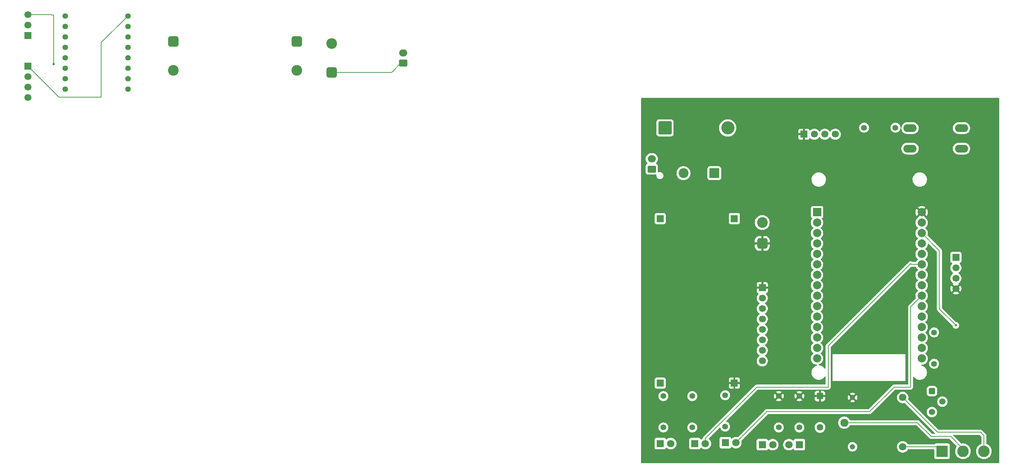
<source format=gbr>
%TF.GenerationSoftware,KiCad,Pcbnew,9.0.4*%
%TF.CreationDate,2025-11-05T16:33:01+05:30*%
%TF.ProjectId,BikeSSv3,42696b65-5353-4763-932e-6b696361645f,rev?*%
%TF.SameCoordinates,Original*%
%TF.FileFunction,Copper,L2,Bot*%
%TF.FilePolarity,Positive*%
%FSLAX46Y46*%
G04 Gerber Fmt 4.6, Leading zero omitted, Abs format (unit mm)*
G04 Created by KiCad (PCBNEW 9.0.4) date 2025-11-05 16:33:01*
%MOMM*%
%LPD*%
G01*
G04 APERTURE LIST*
G04 Aperture macros list*
%AMRoundRect*
0 Rectangle with rounded corners*
0 $1 Rounding radius*
0 $2 $3 $4 $5 $6 $7 $8 $9 X,Y pos of 4 corners*
0 Add a 4 corners polygon primitive as box body*
4,1,4,$2,$3,$4,$5,$6,$7,$8,$9,$2,$3,0*
0 Add four circle primitives for the rounded corners*
1,1,$1+$1,$2,$3*
1,1,$1+$1,$4,$5*
1,1,$1+$1,$6,$7*
1,1,$1+$1,$8,$9*
0 Add four rect primitives between the rounded corners*
20,1,$1+$1,$2,$3,$4,$5,0*
20,1,$1+$1,$4,$5,$6,$7,0*
20,1,$1+$1,$6,$7,$8,$9,0*
20,1,$1+$1,$8,$9,$2,$3,0*%
G04 Aperture macros list end*
%TA.AperFunction,ComponentPad*%
%ADD10RoundRect,0.250001X0.949999X0.949999X-0.949999X0.949999X-0.949999X-0.949999X0.949999X-0.949999X0*%
%TD*%
%TA.AperFunction,ComponentPad*%
%ADD11C,2.400000*%
%TD*%
%TA.AperFunction,ComponentPad*%
%ADD12C,1.700000*%
%TD*%
%TA.AperFunction,ComponentPad*%
%ADD13R,1.700000X1.700000*%
%TD*%
%TA.AperFunction,ComponentPad*%
%ADD14C,2.600000*%
%TD*%
%TA.AperFunction,ComponentPad*%
%ADD15RoundRect,0.650000X0.650000X-0.650000X0.650000X0.650000X-0.650000X0.650000X-0.650000X-0.650000X0*%
%TD*%
%TA.AperFunction,ComponentPad*%
%ADD16RoundRect,0.650000X-0.650000X0.650000X-0.650000X-0.650000X0.650000X-0.650000X0.650000X0.650000X0*%
%TD*%
%TA.AperFunction,ComponentPad*%
%ADD17O,2.000000X1.700000*%
%TD*%
%TA.AperFunction,ComponentPad*%
%ADD18RoundRect,0.250000X0.750000X-0.600000X0.750000X0.600000X-0.750000X0.600000X-0.750000X-0.600000X0*%
%TD*%
%TA.AperFunction,ComponentPad*%
%ADD19C,1.348000*%
%TD*%
%TA.AperFunction,ComponentPad*%
%ADD20C,1.400000*%
%TD*%
%TA.AperFunction,ComponentPad*%
%ADD21C,1.800000*%
%TD*%
%TA.AperFunction,ComponentPad*%
%ADD22R,1.800000X1.800000*%
%TD*%
%TA.AperFunction,ComponentPad*%
%ADD23C,1.500000*%
%TD*%
%TA.AperFunction,ComponentPad*%
%ADD24RoundRect,0.250000X-0.500000X0.500000X-0.500000X-0.500000X0.500000X-0.500000X0.500000X0.500000X0*%
%TD*%
%TA.AperFunction,ComponentPad*%
%ADD25O,3.200000X1.900000*%
%TD*%
%TA.AperFunction,ComponentPad*%
%ADD26C,2.800000*%
%TD*%
%TA.AperFunction,ComponentPad*%
%ADD27R,2.800000X2.800000*%
%TD*%
%TA.AperFunction,ComponentPad*%
%ADD28C,3.200000*%
%TD*%
%TA.AperFunction,ComponentPad*%
%ADD29RoundRect,0.250000X-1.350000X-1.350000X1.350000X-1.350000X1.350000X1.350000X-1.350000X1.350000X0*%
%TD*%
%TA.AperFunction,ComponentPad*%
%ADD30C,1.950000*%
%TD*%
%TA.AperFunction,ComponentPad*%
%ADD31C,1.308000*%
%TD*%
%TA.AperFunction,ComponentPad*%
%ADD32C,1.600000*%
%TD*%
%TA.AperFunction,ComponentPad*%
%ADD33RoundRect,0.250000X-0.550000X0.550000X-0.550000X-0.550000X0.550000X-0.550000X0.550000X0.550000X0*%
%TD*%
%TA.AperFunction,ComponentPad*%
%ADD34C,2.000000*%
%TD*%
%TA.AperFunction,ComponentPad*%
%ADD35R,2.000000X2.000000*%
%TD*%
%TA.AperFunction,ViaPad*%
%ADD36C,0.600000*%
%TD*%
%TA.AperFunction,Conductor*%
%ADD37C,0.200000*%
%TD*%
%TA.AperFunction,Conductor*%
%ADD38C,0.250000*%
%TD*%
G04 APERTURE END LIST*
D10*
%TO.P,C101,1*%
%TO.N,/12V+ DO*%
X194372651Y-62000000D03*
D11*
%TO.P,C101,2*%
%TO.N,/12V-*%
X186872651Y-62000000D03*
%TD*%
D12*
%TO.P,J109,4,Pin_4*%
%TO.N,/5*%
X27750000Y-43580000D03*
%TO.P,J109,3,Pin_3*%
%TO.N,unconnected-(J109-Pin_3-Pad3)*%
X27750000Y-41040000D03*
%TO.P,J109,2,Pin_2*%
%TO.N,/GNDs*%
X27750000Y-38500000D03*
D13*
%TO.P,J109,1,Pin_1*%
%TO.N,/VCCb*%
X27750000Y-35960000D03*
%TD*%
D14*
%TO.P,TP102,2,2*%
%TO.N,/GNDs*%
X101500000Y-30500000D03*
D15*
%TO.P,TP102,1,1*%
%TO.N,/VCCs*%
X101500000Y-37500000D03*
%TD*%
D12*
%TO.P,J110,3,Pin_3*%
%TO.N,/4*%
X27725000Y-23445000D03*
%TO.P,J110,2,Pin_2*%
%TO.N,/3.3V*%
X27725000Y-25985000D03*
D13*
%TO.P,J110,1,Pin_1*%
%TO.N,/GNDs*%
X27725000Y-28525000D03*
%TD*%
D14*
%TO.P,TP104,2,2*%
%TO.N,/GNDs*%
X93000000Y-37000000D03*
D16*
%TO.P,TP104,1,1*%
%TO.N,/VCCs*%
X93000000Y-30000000D03*
%TD*%
D14*
%TO.P,TP105,2,2*%
%TO.N,/GNDs*%
X63000000Y-37000000D03*
D16*
%TO.P,TP105,1,1*%
%TO.N,/VCCb*%
X63000000Y-30000000D03*
%TD*%
D17*
%TO.P,J111,2,Pin_2*%
%TO.N,/GNDs*%
X118850000Y-32750000D03*
D18*
%TO.P,J111,1,Pin_1*%
%TO.N,/VCCs*%
X118850000Y-35250000D03*
%TD*%
D19*
%TO.P,U102,G,GND*%
%TO.N,/GNDs*%
X51990000Y-26290000D03*
%TO.P,U102,21,GPIO21*%
%TO.N,unconnected-(U102-GPIO21-Pad21)*%
X36750000Y-41530000D03*
%TO.P,U102,20,GPIO20*%
%TO.N,unconnected-(U102-GPIO20-Pad20)*%
X36750000Y-38990000D03*
%TO.P,U102,10,GPIO10*%
%TO.N,unconnected-(U102-GPIO10-Pad10)*%
X36750000Y-36450000D03*
%TO.P,U102,9,GPIO9*%
%TO.N,unconnected-(U102-GPIO9-Pad9)*%
X36750000Y-33910000D03*
%TO.P,U102,8,GPIO8*%
%TO.N,unconnected-(U102-GPIO8-Pad8)*%
X36750000Y-31370000D03*
%TO.P,U102,7,GPIO7*%
%TO.N,unconnected-(U102-GPIO7-Pad7)*%
X36750000Y-28830000D03*
%TO.P,U102,6,GPIO6*%
%TO.N,unconnected-(U102-GPIO6-Pad6)*%
X36750000Y-26290000D03*
%TO.P,U102,5V,5V*%
%TO.N,/VCCb*%
X51990000Y-23750000D03*
%TO.P,U102,5,GPIO5*%
%TO.N,/5*%
X36750000Y-23750000D03*
%TO.P,U102,4,GPIO4*%
%TO.N,/4*%
X51990000Y-31370000D03*
%TO.P,U102,3.3,3V3*%
%TO.N,/3.3V*%
X51990000Y-28830000D03*
%TO.P,U102,3,GPIO3*%
%TO.N,unconnected-(U102-GPIO3-Pad3)*%
X51990000Y-33910000D03*
%TO.P,U102,2,GPIO2*%
%TO.N,unconnected-(U102-GPIO2-Pad2)*%
X51990000Y-36450000D03*
%TO.P,U102,1,GPIO1*%
%TO.N,unconnected-(U102-GPIO1-Pad1)*%
X51990000Y-38990000D03*
%TO.P,U102,0,GPIO0*%
%TO.N,unconnected-(U102-GPIO0-Pad0)*%
X51990000Y-41530000D03*
%TD*%
D12*
%TO.P,J107,4,Pin_4*%
%TO.N,D17*%
X223720000Y-52525000D03*
%TO.P,J107,3,Pin_3*%
%TO.N,D16*%
X221180000Y-52525000D03*
%TO.P,J107,2,Pin_2*%
%TO.N,GND*%
X218640000Y-52525000D03*
D13*
%TO.P,J107,1,Pin_1*%
%TO.N,VCC*%
X216100000Y-52525000D03*
%TD*%
D20*
%TO.P,R103,2*%
%TO.N,GND*%
X182000000Y-116190000D03*
%TO.P,R103,1*%
%TO.N,Net-(D104-K)*%
X182000000Y-123810000D03*
%TD*%
%TO.P,R105,2*%
%TO.N,Net-(D106-A)*%
X215000000Y-123810000D03*
%TO.P,R105,1*%
%TO.N,VCC*%
X215000000Y-116190000D03*
%TD*%
%TO.P,R102,2*%
%TO.N,GND*%
X197000000Y-115990000D03*
%TO.P,R102,1*%
%TO.N,Net-(D103-K)*%
X197000000Y-123610000D03*
%TD*%
D21*
%TO.P,D103,2,A*%
%TO.N,/D33*%
X199590000Y-127525000D03*
D22*
%TO.P,D103,1,K*%
%TO.N,Net-(D103-K)*%
X197050000Y-127525000D03*
%TD*%
D23*
%TO.P,Q101,3,E*%
%TO.N,GND*%
X247180000Y-120065000D03*
%TO.P,Q101,2,B*%
%TO.N,Net-(Q101-B)*%
X249720000Y-117525000D03*
D24*
%TO.P,Q101,1,C*%
%TO.N,Net-(D105-A)*%
X247180000Y-114985000D03*
%TD*%
D12*
%TO.P,J104,8,Pin_8*%
%TO.N,unconnected-(J104-Pin_8-Pad8)*%
X206000000Y-107620000D03*
%TO.P,J104,7,Pin_7*%
%TO.N,GND*%
X206000000Y-105080000D03*
%TO.P,J104,6,Pin_6*%
%TO.N,unconnected-(J104-Pin_6-Pad6)*%
X206000000Y-102540000D03*
%TO.P,J104,5,Pin_5*%
%TO.N,unconnected-(J104-Pin_5-Pad5)*%
X206000000Y-100000000D03*
%TO.P,J104,4,Pin_4*%
%TO.N,D21*%
X206000000Y-97460000D03*
%TO.P,J104,3,Pin_3*%
%TO.N,D22*%
X206000000Y-94920000D03*
%TO.P,J104,2,Pin_2*%
%TO.N,GND*%
X206000000Y-92380000D03*
D13*
%TO.P,J104,1,Pin_1*%
%TO.N,VCC*%
X206000000Y-89840000D03*
%TD*%
%TO.P,J108,1,Pin_1*%
%TO.N,GND*%
X181220000Y-113025000D03*
%TD*%
D21*
%TO.P,D106,2,A*%
%TO.N,Net-(D106-A)*%
X212460000Y-128000000D03*
D22*
%TO.P,D106,1,K*%
%TO.N,Net-(D105-A)*%
X215000000Y-128000000D03*
%TD*%
D14*
%TO.P,TP101,2,2*%
%TO.N,GND*%
X206000000Y-73985000D03*
D15*
%TO.P,TP101,1,1*%
%TO.N,VCC*%
X206000000Y-79065000D03*
%TD*%
D21*
%TO.P,D107,2,A*%
%TO.N,Net-(D107-A)*%
X208540000Y-128000000D03*
D22*
%TO.P,D107,1,K*%
%TO.N,GND*%
X206000000Y-128000000D03*
%TD*%
D25*
%TO.P,SW102,2,2*%
%TO.N,/D12*%
X254370000Y-56025000D03*
X241870000Y-56025000D03*
%TO.P,SW102,1,1*%
%TO.N,Net-(R104-Pad2)*%
X254370000Y-51025000D03*
X241870000Y-51025000D03*
%TD*%
D12*
%TO.P,J105,4,Pin_4*%
%TO.N,VCC*%
X253000000Y-90080000D03*
%TO.P,J105,3,Pin_3*%
%TO.N,D25*%
X253000000Y-87540000D03*
%TO.P,J105,2,Pin_2*%
%TO.N,D26*%
X253000000Y-85000000D03*
D13*
%TO.P,J105,1,Pin_1*%
%TO.N,GND*%
X253000000Y-82460000D03*
%TD*%
%TO.P,J106,1,Pin_1*%
%TO.N,/12V-*%
X181220000Y-73025000D03*
%TD*%
D20*
%TO.P,R107,2*%
%TO.N,Net-(Q101-B)*%
X247720000Y-108335000D03*
%TO.P,R107,1*%
%TO.N,D14*%
X247720000Y-100715000D03*
%TD*%
D26*
%TO.P,J112,3,Pin_3*%
%TO.N,/NC*%
X259800000Y-129600000D03*
%TO.P,J112,2,Pin_2*%
%TO.N,/COM*%
X254720000Y-129600000D03*
D27*
%TO.P,J112,1,Pin_1*%
%TO.N,/NO*%
X249640000Y-129600000D03*
%TD*%
D17*
%TO.P,J101,2,Pin_2*%
%TO.N,/12V+DI*%
X179173674Y-58500000D03*
D18*
%TO.P,J101,1,Pin_1*%
%TO.N,/12V-*%
X179173674Y-61000000D03*
%TD*%
D28*
%TO.P,D101,2,A*%
%TO.N,/12V+ DO*%
X197620000Y-51000000D03*
D29*
%TO.P,D101,1,K*%
%TO.N,/12V+DI*%
X182380000Y-51000000D03*
%TD*%
D20*
%TO.P,R104,2*%
%TO.N,Net-(R104-Pad2)*%
X238330000Y-50925000D03*
%TO.P,R104,1*%
%TO.N,GND*%
X230710000Y-50925000D03*
%TD*%
D21*
%TO.P,K101,NO*%
%TO.N,/NO*%
X240100000Y-128525000D03*
%TO.P,K101,NC*%
%TO.N,/NC*%
X240100000Y-116525000D03*
D30*
%TO.P,K101,COM*%
%TO.N,/COM*%
X225900000Y-122645000D03*
D31*
%TO.P,K101,COIL2*%
%TO.N,Net-(D105-A)*%
X227900000Y-128525000D03*
%TO.P,K101,COIL1*%
%TO.N,VCC*%
X227900000Y-116525000D03*
%TD*%
D13*
%TO.P,J103,1,Pin_1*%
%TO.N,VCC*%
X199220000Y-113025000D03*
%TD*%
D32*
%TO.P,D105,2,A*%
%TO.N,Net-(D105-A)*%
X220000000Y-123810000D03*
D33*
%TO.P,D105,1,K*%
%TO.N,VCC*%
X220000000Y-116190000D03*
%TD*%
D21*
%TO.P,D104,2,A*%
%TO.N,/D13*%
X183790000Y-127725000D03*
D22*
%TO.P,D104,1,K*%
%TO.N,Net-(D104-K)*%
X181250000Y-127725000D03*
%TD*%
D21*
%TO.P,D102,2,A*%
%TO.N,/D27*%
X192190000Y-127725000D03*
D22*
%TO.P,D102,1,K*%
%TO.N,Net-(D102-K)*%
X189650000Y-127725000D03*
%TD*%
D20*
%TO.P,R106,2*%
%TO.N,Net-(D107-A)*%
X210000000Y-123810000D03*
%TO.P,R106,1*%
%TO.N,VCC*%
X210000000Y-116190000D03*
%TD*%
%TO.P,R101,2*%
%TO.N,GND*%
X189000000Y-116190000D03*
%TO.P,R101,1*%
%TO.N,Net-(D102-K)*%
X189000000Y-123810000D03*
%TD*%
D34*
%TO.P,U101,30,VIN*%
%TO.N,VCC*%
X244700000Y-71485000D03*
%TO.P,U101,29,GND*%
%TO.N,GND*%
X244700000Y-74025000D03*
%TO.P,U101,28,D13*%
%TO.N,/D13*%
X244700000Y-76565000D03*
%TO.P,U101,27,D12*%
%TO.N,/D12*%
X244700000Y-79105000D03*
%TO.P,U101,26,D14*%
%TO.N,D14*%
X244700000Y-81645000D03*
%TO.P,U101,25,D27*%
%TO.N,/D27*%
X244700000Y-84185000D03*
%TO.P,U101,24,D26*%
%TO.N,D26*%
X244700000Y-86725000D03*
%TO.P,U101,23,D25*%
%TO.N,D25*%
X244700000Y-89265000D03*
%TO.P,U101,22,D33*%
%TO.N,/D33*%
X244700000Y-91805000D03*
%TO.P,U101,21,D32*%
%TO.N,unconnected-(U101-D32-Pad21)*%
X244700000Y-94345000D03*
%TO.P,U101,20,D35*%
%TO.N,unconnected-(U101-D35-Pad20)*%
X244700000Y-96885000D03*
%TO.P,U101,19,D34*%
%TO.N,unconnected-(U101-D34-Pad19)*%
X244700000Y-99425000D03*
%TO.P,U101,18,VN*%
%TO.N,unconnected-(U101-VN-Pad18)*%
X244700000Y-101965000D03*
%TO.P,U101,17,VP*%
%TO.N,unconnected-(U101-VP-Pad17)*%
X244700000Y-104505000D03*
%TO.P,U101,16,EN*%
%TO.N,unconnected-(U101-EN-Pad16)*%
X244700000Y-107045000D03*
%TO.P,U101,15,D23*%
%TO.N,D21*%
X219300000Y-107045000D03*
%TO.P,U101,14,D22*%
%TO.N,D22*%
X219300000Y-104505000D03*
%TO.P,U101,13,TX0*%
%TO.N,unconnected-(U101-TX0-Pad13)*%
X219300000Y-101965000D03*
%TO.P,U101,12,RX0*%
%TO.N,unconnected-(U101-RX0-Pad12)*%
X219300000Y-99425000D03*
%TO.P,U101,11,D21*%
%TO.N,unconnected-(U101-D21-Pad11)*%
X219300000Y-96885000D03*
%TO.P,U101,10,D19*%
%TO.N,unconnected-(U101-D19-Pad10)*%
X219300000Y-94345000D03*
%TO.P,U101,9,D18*%
%TO.N,unconnected-(U101-D18-Pad9)*%
X219300000Y-91805000D03*
%TO.P,U101,8,D5*%
%TO.N,unconnected-(U101-D5-Pad8)*%
X219300000Y-89265000D03*
%TO.P,U101,7,TX2*%
%TO.N,D17*%
X219300000Y-86725000D03*
%TO.P,U101,6,RX2*%
%TO.N,D16*%
X219300000Y-84185000D03*
%TO.P,U101,5,D4*%
%TO.N,unconnected-(U101-D4-Pad5)*%
X219300000Y-81645000D03*
%TO.P,U101,4,D2*%
%TO.N,unconnected-(U101-D2-Pad4)*%
X219300000Y-79105000D03*
%TO.P,U101,3,D15*%
%TO.N,unconnected-(U101-D15-Pad3)*%
X219300000Y-76565000D03*
%TO.P,U101,2,GND*%
%TO.N,GND*%
X219300000Y-74025000D03*
D35*
%TO.P,U101,1,3V3*%
%TO.N,unconnected-(U101-3V3-Pad1)*%
X219300000Y-71485000D03*
%TD*%
D13*
%TO.P,J102,1,Pin_1*%
%TO.N,/12V+ DO*%
X199220000Y-73025000D03*
%TD*%
D36*
%TO.N,/D13*%
X253000000Y-99000000D03*
%TO.N,/4*%
X34000000Y-35500000D03*
%TD*%
D37*
%TO.N,/D13*%
X249000000Y-80865000D02*
X244700000Y-76565000D01*
X249000000Y-95000000D02*
X249000000Y-80865000D01*
X253000000Y-99000000D02*
X249000000Y-95000000D01*
%TO.N,/D27*%
X242000000Y-84000000D02*
X242185000Y-84185000D01*
X222000000Y-104000000D02*
X242000000Y-84000000D01*
X222000000Y-114000000D02*
X222000000Y-104000000D01*
X192190000Y-126452208D02*
X204642208Y-114000000D01*
X204642208Y-114000000D02*
X222000000Y-114000000D01*
X192190000Y-127725000D02*
X192190000Y-126452208D01*
X242185000Y-84185000D02*
X244700000Y-84185000D01*
%TO.N,/D33*%
X238000000Y-114000000D02*
X242000000Y-114000000D01*
X242000000Y-94505000D02*
X244700000Y-91805000D01*
X232000000Y-120000000D02*
X238000000Y-114000000D01*
X207000000Y-120000000D02*
X232000000Y-120000000D01*
X242000000Y-114000000D02*
X242000000Y-94505000D01*
X207000000Y-120115000D02*
X207000000Y-120000000D01*
X199590000Y-127525000D02*
X207000000Y-120115000D01*
%TO.N,/NO*%
X249165000Y-128525000D02*
X249640000Y-129000000D01*
X240100000Y-128525000D02*
X249165000Y-128525000D01*
%TO.N,/COM*%
X247000000Y-126000000D02*
X251720000Y-126000000D01*
X251720000Y-126000000D02*
X254720000Y-129000000D01*
X243645000Y-122645000D02*
X247000000Y-126000000D01*
X225900000Y-122645000D02*
X243645000Y-122645000D01*
%TO.N,/NC*%
X259800000Y-125800000D02*
X259800000Y-129000000D01*
X248575000Y-125000000D02*
X259000000Y-125000000D01*
X240100000Y-116525000D02*
X248575000Y-125000000D01*
X259000000Y-125000000D02*
X259800000Y-125800000D01*
%TO.N,/VCCs*%
X118500000Y-35000000D02*
X116000000Y-37500000D01*
X116000000Y-37500000D02*
X101500000Y-37500000D01*
%TO.N,/4*%
X34000000Y-35500000D02*
X34000000Y-23500000D01*
X33445000Y-23445000D02*
X27725000Y-23445000D01*
%TO.N,/VCCs*%
X118750000Y-35250000D02*
X118500000Y-35000000D01*
X118850000Y-35250000D02*
X118750000Y-35250000D01*
%TO.N,/4*%
X34000000Y-23500000D02*
X33500000Y-23500000D01*
%TO.N,/VCCb*%
X45500000Y-43500000D02*
X35290000Y-43500000D01*
X45500000Y-30240000D02*
X45500000Y-43500000D01*
X35290000Y-43500000D02*
X27750000Y-35960000D01*
%TO.N,/4*%
X33500000Y-23500000D02*
X33445000Y-23445000D01*
%TO.N,/VCCb*%
X51990000Y-23750000D02*
X45500000Y-30240000D01*
D38*
%TO.N,Net-(R104-Pad2)*%
X241770000Y-50925000D02*
X241870000Y-51025000D01*
%TD*%
%TA.AperFunction,Conductor*%
%TO.N,VCC*%
G36*
X263442539Y-43725185D02*
G01*
X263488294Y-43777989D01*
X263499500Y-43829500D01*
X263499500Y-132375500D01*
X263479815Y-132442539D01*
X263427011Y-132488294D01*
X263375500Y-132499500D01*
X176724500Y-132499500D01*
X176657461Y-132479815D01*
X176611706Y-132427011D01*
X176600500Y-132375500D01*
X176600500Y-126777135D01*
X179849500Y-126777135D01*
X179849500Y-128672870D01*
X179849501Y-128672876D01*
X179855908Y-128732483D01*
X179906202Y-128867328D01*
X179906206Y-128867335D01*
X179992452Y-128982544D01*
X179992455Y-128982547D01*
X180107664Y-129068793D01*
X180107671Y-129068797D01*
X180242517Y-129119091D01*
X180242516Y-129119091D01*
X180249444Y-129119835D01*
X180302127Y-129125500D01*
X182197872Y-129125499D01*
X182257483Y-129119091D01*
X182392331Y-129068796D01*
X182507546Y-128982546D01*
X182593796Y-128867331D01*
X182599159Y-128852952D01*
X182623601Y-128787420D01*
X182665471Y-128731486D01*
X182730936Y-128707068D01*
X182799209Y-128721919D01*
X182827464Y-128743071D01*
X182877636Y-128793243D01*
X182877641Y-128793247D01*
X182981628Y-128868797D01*
X183055978Y-128922815D01*
X183177209Y-128984586D01*
X183252393Y-129022895D01*
X183252396Y-129022896D01*
X183357221Y-129056955D01*
X183462049Y-129091015D01*
X183679778Y-129125500D01*
X183679779Y-129125500D01*
X183900221Y-129125500D01*
X183900222Y-129125500D01*
X184117951Y-129091015D01*
X184327606Y-129022895D01*
X184524022Y-128922815D01*
X184702365Y-128793242D01*
X184858242Y-128637365D01*
X184987815Y-128459022D01*
X185087895Y-128262606D01*
X185089060Y-128259022D01*
X185118612Y-128168066D01*
X185156015Y-128052951D01*
X185190500Y-127835222D01*
X185190500Y-127614778D01*
X185156015Y-127397049D01*
X185100798Y-127227105D01*
X185087896Y-127187396D01*
X185087895Y-127187393D01*
X185049266Y-127111581D01*
X184987815Y-126990978D01*
X184949020Y-126937581D01*
X184882986Y-126846691D01*
X184858247Y-126812641D01*
X184858243Y-126812636D01*
X184822742Y-126777135D01*
X188249500Y-126777135D01*
X188249500Y-128672870D01*
X188249501Y-128672876D01*
X188255908Y-128732483D01*
X188306202Y-128867328D01*
X188306206Y-128867335D01*
X188392452Y-128982544D01*
X188392455Y-128982547D01*
X188507664Y-129068793D01*
X188507671Y-129068797D01*
X188642517Y-129119091D01*
X188642516Y-129119091D01*
X188649444Y-129119835D01*
X188702127Y-129125500D01*
X190597872Y-129125499D01*
X190657483Y-129119091D01*
X190792331Y-129068796D01*
X190907546Y-128982546D01*
X190993796Y-128867331D01*
X190999159Y-128852952D01*
X191023601Y-128787420D01*
X191065471Y-128731486D01*
X191130936Y-128707068D01*
X191199209Y-128721919D01*
X191227464Y-128743071D01*
X191277636Y-128793243D01*
X191277641Y-128793247D01*
X191381628Y-128868797D01*
X191455978Y-128922815D01*
X191577209Y-128984586D01*
X191652393Y-129022895D01*
X191652396Y-129022896D01*
X191757221Y-129056955D01*
X191862049Y-129091015D01*
X192079778Y-129125500D01*
X192079779Y-129125500D01*
X192300221Y-129125500D01*
X192300222Y-129125500D01*
X192517951Y-129091015D01*
X192727606Y-129022895D01*
X192924022Y-128922815D01*
X193102365Y-128793242D01*
X193258242Y-128637365D01*
X193387815Y-128459022D01*
X193487895Y-128262606D01*
X193489060Y-128259022D01*
X193518612Y-128168066D01*
X193556015Y-128052951D01*
X193590500Y-127835222D01*
X193590500Y-127614778D01*
X193556015Y-127397049D01*
X193500798Y-127227105D01*
X193487896Y-127187396D01*
X193487895Y-127187393D01*
X193449266Y-127111581D01*
X193387815Y-126990978D01*
X193349019Y-126937580D01*
X193258247Y-126812641D01*
X193258243Y-126812636D01*
X193102361Y-126656754D01*
X193064784Y-126629454D01*
X193022118Y-126574125D01*
X193016137Y-126504512D01*
X193048742Y-126442716D01*
X193049911Y-126441530D01*
X195629884Y-123861558D01*
X195691205Y-123828075D01*
X195760897Y-123833059D01*
X195816830Y-123874931D01*
X195835494Y-123910922D01*
X195887454Y-124070836D01*
X195973240Y-124239199D01*
X196084310Y-124392073D01*
X196217927Y-124525690D01*
X196370801Y-124636760D01*
X196450347Y-124677290D01*
X196539163Y-124722545D01*
X196539165Y-124722545D01*
X196539168Y-124722547D01*
X196635497Y-124753846D01*
X196718881Y-124780940D01*
X196905514Y-124810500D01*
X196905519Y-124810500D01*
X197094486Y-124810500D01*
X197281118Y-124780940D01*
X197460832Y-124722547D01*
X197629199Y-124636760D01*
X197782073Y-124525690D01*
X197915690Y-124392073D01*
X198026760Y-124239199D01*
X198112547Y-124070832D01*
X198170940Y-123891118D01*
X198173504Y-123874931D01*
X198200500Y-123704486D01*
X198200500Y-123515513D01*
X198170940Y-123328881D01*
X198143846Y-123245497D01*
X198112547Y-123149168D01*
X198112545Y-123149165D01*
X198112545Y-123149163D01*
X198026759Y-122980800D01*
X198013671Y-122962786D01*
X197915690Y-122827927D01*
X197782073Y-122694310D01*
X197629199Y-122583240D01*
X197460836Y-122497454D01*
X197300922Y-122445494D01*
X197243247Y-122406056D01*
X197216049Y-122341697D01*
X197227964Y-122272851D01*
X197251557Y-122239885D01*
X202293561Y-117197882D01*
X209345669Y-117197882D01*
X209345670Y-117197883D01*
X209371059Y-117216329D01*
X209539362Y-117302085D01*
X209718997Y-117360451D01*
X209905553Y-117390000D01*
X210094447Y-117390000D01*
X210281002Y-117360451D01*
X210460637Y-117302085D01*
X210628937Y-117216331D01*
X210654328Y-117197883D01*
X210654328Y-117197882D01*
X214345669Y-117197882D01*
X214345670Y-117197883D01*
X214371059Y-117216329D01*
X214539362Y-117302085D01*
X214718997Y-117360451D01*
X214905553Y-117390000D01*
X215094447Y-117390000D01*
X215281002Y-117360451D01*
X215460637Y-117302085D01*
X215628937Y-117216331D01*
X215654328Y-117197883D01*
X215654328Y-117197882D01*
X215000001Y-116543554D01*
X215000000Y-116543554D01*
X214345669Y-117197882D01*
X210654328Y-117197882D01*
X210000001Y-116543554D01*
X210000000Y-116543554D01*
X209345669Y-117197882D01*
X202293561Y-117197882D01*
X203395891Y-116095552D01*
X208800000Y-116095552D01*
X208800000Y-116284447D01*
X208829548Y-116471002D01*
X208887914Y-116650637D01*
X208973666Y-116818933D01*
X208992116Y-116844328D01*
X209646446Y-116190000D01*
X209646446Y-116189999D01*
X209600369Y-116143922D01*
X209650000Y-116143922D01*
X209650000Y-116236078D01*
X209673852Y-116325095D01*
X209719930Y-116404905D01*
X209785095Y-116470070D01*
X209864905Y-116516148D01*
X209953922Y-116540000D01*
X210046078Y-116540000D01*
X210135095Y-116516148D01*
X210214905Y-116470070D01*
X210280070Y-116404905D01*
X210326148Y-116325095D01*
X210350000Y-116236078D01*
X210350000Y-116189999D01*
X210353554Y-116189999D01*
X210353554Y-116190000D01*
X211007882Y-116844328D01*
X211007883Y-116844328D01*
X211026331Y-116818937D01*
X211112085Y-116650637D01*
X211170451Y-116471002D01*
X211200000Y-116284447D01*
X211200000Y-116095552D01*
X213800000Y-116095552D01*
X213800000Y-116284447D01*
X213829548Y-116471002D01*
X213887914Y-116650637D01*
X213973666Y-116818933D01*
X213992116Y-116844328D01*
X214646446Y-116190000D01*
X214646446Y-116189999D01*
X214600369Y-116143922D01*
X214650000Y-116143922D01*
X214650000Y-116236078D01*
X214673852Y-116325095D01*
X214719930Y-116404905D01*
X214785095Y-116470070D01*
X214864905Y-116516148D01*
X214953922Y-116540000D01*
X215046078Y-116540000D01*
X215135095Y-116516148D01*
X215214905Y-116470070D01*
X215280070Y-116404905D01*
X215326148Y-116325095D01*
X215350000Y-116236078D01*
X215350000Y-116189999D01*
X215353554Y-116189999D01*
X215353554Y-116190000D01*
X216007882Y-116844328D01*
X216007883Y-116844328D01*
X216026331Y-116818937D01*
X216112085Y-116650637D01*
X216170452Y-116471002D01*
X216186570Y-116369240D01*
X216200000Y-116284447D01*
X216200000Y-116095552D01*
X216170451Y-115908997D01*
X216112085Y-115729362D01*
X216068162Y-115643159D01*
X216041082Y-115590013D01*
X218700000Y-115590013D01*
X218700000Y-115940000D01*
X219684314Y-115940000D01*
X219679920Y-115944394D01*
X219627259Y-116035606D01*
X219600000Y-116137339D01*
X219600000Y-116242661D01*
X219627259Y-116344394D01*
X219679920Y-116435606D01*
X219684314Y-116440000D01*
X218700001Y-116440000D01*
X218700001Y-116789986D01*
X218710494Y-116892697D01*
X218765641Y-117059119D01*
X218765643Y-117059124D01*
X218857684Y-117208345D01*
X218981654Y-117332315D01*
X219130875Y-117424356D01*
X219130880Y-117424358D01*
X219297302Y-117479505D01*
X219297309Y-117479506D01*
X219400019Y-117489999D01*
X219749999Y-117489999D01*
X219750000Y-117489998D01*
X219750000Y-116505686D01*
X219754394Y-116510080D01*
X219845606Y-116562741D01*
X219947339Y-116590000D01*
X220052661Y-116590000D01*
X220154394Y-116562741D01*
X220245606Y-116510080D01*
X220250000Y-116505686D01*
X220250000Y-117489999D01*
X220599972Y-117489999D01*
X220599986Y-117489998D01*
X220702697Y-117479505D01*
X220869119Y-117424358D01*
X220869124Y-117424356D01*
X220994295Y-117347150D01*
X221018345Y-117332315D01*
X221142315Y-117208345D01*
X221234356Y-117059124D01*
X221234358Y-117059119D01*
X221289505Y-116892697D01*
X221289506Y-116892690D01*
X221299999Y-116789986D01*
X221300000Y-116789973D01*
X221300000Y-116440000D01*
X220315686Y-116440000D01*
X220320080Y-116435606D01*
X220320904Y-116434178D01*
X226746000Y-116434178D01*
X226746000Y-116615821D01*
X226774415Y-116795225D01*
X226830548Y-116967984D01*
X226913012Y-117129830D01*
X226913014Y-117129834D01*
X226925048Y-117146395D01*
X226925049Y-117146396D01*
X227500000Y-116571445D01*
X227500000Y-116577661D01*
X227527259Y-116679394D01*
X227579920Y-116770606D01*
X227654394Y-116845080D01*
X227745606Y-116897741D01*
X227847339Y-116925000D01*
X227853554Y-116925000D01*
X227278602Y-117499949D01*
X227278603Y-117499950D01*
X227295165Y-117511985D01*
X227295179Y-117511993D01*
X227457012Y-117594450D01*
X227629774Y-117650584D01*
X227809179Y-117679000D01*
X227990821Y-117679000D01*
X228170225Y-117650584D01*
X228342984Y-117594451D01*
X228504831Y-117511986D01*
X228521396Y-117499949D01*
X227946447Y-116925000D01*
X227952661Y-116925000D01*
X228054394Y-116897741D01*
X228145606Y-116845080D01*
X228220080Y-116770606D01*
X228272741Y-116679394D01*
X228300000Y-116577661D01*
X228300000Y-116571446D01*
X228874949Y-117146395D01*
X228886986Y-117129831D01*
X228969451Y-116967984D01*
X229025584Y-116795225D01*
X229054000Y-116615821D01*
X229054000Y-116434178D01*
X229025584Y-116254774D01*
X228969450Y-116082012D01*
X228886993Y-115920179D01*
X228886985Y-115920165D01*
X228874950Y-115903603D01*
X228874949Y-115903602D01*
X228300000Y-116478552D01*
X228300000Y-116472339D01*
X228272741Y-116370606D01*
X228220080Y-116279394D01*
X228145606Y-116204920D01*
X228054394Y-116152259D01*
X227952661Y-116125000D01*
X227946447Y-116125000D01*
X228521396Y-115550049D01*
X228521395Y-115550048D01*
X228504834Y-115538014D01*
X228504830Y-115538012D01*
X228342984Y-115455548D01*
X228170225Y-115399415D01*
X227990821Y-115371000D01*
X227809179Y-115371000D01*
X227629774Y-115399415D01*
X227457015Y-115455548D01*
X227295170Y-115538012D01*
X227295161Y-115538018D01*
X227278603Y-115550048D01*
X227278602Y-115550049D01*
X227853554Y-116125000D01*
X227847339Y-116125000D01*
X227745606Y-116152259D01*
X227654394Y-116204920D01*
X227579920Y-116279394D01*
X227527259Y-116370606D01*
X227500000Y-116472339D01*
X227500000Y-116478553D01*
X226925049Y-115903602D01*
X226925048Y-115903603D01*
X226913018Y-115920161D01*
X226913012Y-115920170D01*
X226830548Y-116082015D01*
X226774415Y-116254774D01*
X226746000Y-116434178D01*
X220320904Y-116434178D01*
X220372741Y-116344394D01*
X220400000Y-116242661D01*
X220400000Y-116137339D01*
X220372741Y-116035606D01*
X220320080Y-115944394D01*
X220315686Y-115940000D01*
X221299999Y-115940000D01*
X221299999Y-115590028D01*
X221299998Y-115590013D01*
X221289505Y-115487302D01*
X221234358Y-115320880D01*
X221234356Y-115320875D01*
X221142315Y-115171654D01*
X221018345Y-115047684D01*
X220869124Y-114955643D01*
X220869119Y-114955641D01*
X220702697Y-114900494D01*
X220702690Y-114900493D01*
X220599986Y-114890000D01*
X220250000Y-114890000D01*
X220250000Y-115874314D01*
X220245606Y-115869920D01*
X220154394Y-115817259D01*
X220052661Y-115790000D01*
X219947339Y-115790000D01*
X219845606Y-115817259D01*
X219754394Y-115869920D01*
X219750000Y-115874314D01*
X219750000Y-114890000D01*
X219400028Y-114890000D01*
X219400012Y-114890001D01*
X219297302Y-114900494D01*
X219130880Y-114955641D01*
X219130875Y-114955643D01*
X218981654Y-115047684D01*
X218857684Y-115171654D01*
X218765643Y-115320875D01*
X218765641Y-115320880D01*
X218710494Y-115487302D01*
X218710493Y-115487309D01*
X218700000Y-115590013D01*
X216041082Y-115590013D01*
X216026329Y-115561059D01*
X216007883Y-115535670D01*
X216007882Y-115535669D01*
X215353554Y-116189999D01*
X215350000Y-116189999D01*
X215350000Y-116143922D01*
X215326148Y-116054905D01*
X215280070Y-115975095D01*
X215214905Y-115909930D01*
X215135095Y-115863852D01*
X215046078Y-115840000D01*
X214953922Y-115840000D01*
X214864905Y-115863852D01*
X214785095Y-115909930D01*
X214719930Y-115975095D01*
X214673852Y-116054905D01*
X214650000Y-116143922D01*
X214600369Y-116143922D01*
X213992116Y-115535669D01*
X213992116Y-115535670D01*
X213973669Y-115561060D01*
X213887914Y-115729362D01*
X213829548Y-115908997D01*
X213800000Y-116095552D01*
X211200000Y-116095552D01*
X211170451Y-115908997D01*
X211112085Y-115729362D01*
X211026329Y-115561059D01*
X211007883Y-115535670D01*
X211007882Y-115535669D01*
X210353554Y-116189999D01*
X210350000Y-116189999D01*
X210350000Y-116143922D01*
X210326148Y-116054905D01*
X210280070Y-115975095D01*
X210214905Y-115909930D01*
X210135095Y-115863852D01*
X210046078Y-115840000D01*
X209953922Y-115840000D01*
X209864905Y-115863852D01*
X209785095Y-115909930D01*
X209719930Y-115975095D01*
X209673852Y-116054905D01*
X209650000Y-116143922D01*
X209600369Y-116143922D01*
X208992116Y-115535669D01*
X208992116Y-115535670D01*
X208973669Y-115561060D01*
X208887914Y-115729362D01*
X208829548Y-115908997D01*
X208800000Y-116095552D01*
X203395891Y-116095552D01*
X204309327Y-115182116D01*
X209345669Y-115182116D01*
X210000000Y-115836446D01*
X210000001Y-115836446D01*
X210654328Y-115182116D01*
X214345669Y-115182116D01*
X215000000Y-115836446D01*
X215000001Y-115836446D01*
X215654328Y-115182116D01*
X215628933Y-115163666D01*
X215460637Y-115077914D01*
X215281002Y-115019548D01*
X215094447Y-114990000D01*
X214905553Y-114990000D01*
X214718997Y-115019548D01*
X214539362Y-115077914D01*
X214371060Y-115163669D01*
X214345670Y-115182116D01*
X214345669Y-115182116D01*
X210654328Y-115182116D01*
X210628933Y-115163666D01*
X210460637Y-115077914D01*
X210281002Y-115019548D01*
X210094447Y-114990000D01*
X209905553Y-114990000D01*
X209718997Y-115019548D01*
X209539362Y-115077914D01*
X209371060Y-115163669D01*
X209345670Y-115182116D01*
X209345669Y-115182116D01*
X204309327Y-115182116D01*
X204854624Y-114636819D01*
X204915947Y-114603334D01*
X204942305Y-114600500D01*
X222079055Y-114600500D01*
X222079057Y-114600500D01*
X222231784Y-114559577D01*
X222368716Y-114480520D01*
X222480520Y-114368716D01*
X222559577Y-114231784D01*
X222600500Y-114079057D01*
X222600500Y-112475000D01*
X223090000Y-112475000D01*
X240780000Y-112475000D01*
X240780000Y-105985000D01*
X223090000Y-105985000D01*
X223090000Y-112475000D01*
X222600500Y-112475000D01*
X222600500Y-104300096D01*
X222620185Y-104233057D01*
X222636814Y-104212420D01*
X242027414Y-84821819D01*
X242088737Y-84788335D01*
X242115095Y-84785501D01*
X242271654Y-84785501D01*
X242271670Y-84785500D01*
X243245932Y-84785500D01*
X243312971Y-84805185D01*
X243356416Y-84853203D01*
X243416657Y-84971433D01*
X243555483Y-85162510D01*
X243722490Y-85329517D01*
X243757127Y-85354683D01*
X243799792Y-85410013D01*
X243805771Y-85479626D01*
X243773165Y-85541421D01*
X243757130Y-85555315D01*
X243739365Y-85568222D01*
X243722488Y-85580484D01*
X243555485Y-85747487D01*
X243555485Y-85747488D01*
X243555483Y-85747490D01*
X243495862Y-85829550D01*
X243416657Y-85938566D01*
X243309433Y-86149003D01*
X243236446Y-86373631D01*
X243199500Y-86606902D01*
X243199500Y-86843097D01*
X243236446Y-87076368D01*
X243309433Y-87300996D01*
X243416657Y-87511433D01*
X243555483Y-87702510D01*
X243722490Y-87869517D01*
X243757127Y-87894683D01*
X243799792Y-87950013D01*
X243805771Y-88019626D01*
X243773165Y-88081421D01*
X243757130Y-88095315D01*
X243739365Y-88108222D01*
X243722488Y-88120484D01*
X243555485Y-88287487D01*
X243555485Y-88287488D01*
X243555483Y-88287490D01*
X243495862Y-88369550D01*
X243416657Y-88478566D01*
X243309433Y-88689003D01*
X243236446Y-88913631D01*
X243199500Y-89146902D01*
X243199500Y-89383097D01*
X243236446Y-89616368D01*
X243309433Y-89840996D01*
X243407261Y-90032993D01*
X243416657Y-90051433D01*
X243555483Y-90242510D01*
X243722490Y-90409517D01*
X243757127Y-90434683D01*
X243799792Y-90490013D01*
X243805771Y-90559626D01*
X243773165Y-90621421D01*
X243757130Y-90635315D01*
X243739365Y-90648222D01*
X243722488Y-90660484D01*
X243555485Y-90827487D01*
X243555485Y-90827488D01*
X243555483Y-90827490D01*
X243495862Y-90909550D01*
X243416657Y-91018566D01*
X243309433Y-91229003D01*
X243236446Y-91453631D01*
X243199500Y-91686902D01*
X243199500Y-91923097D01*
X243236447Y-92156369D01*
X243236447Y-92156372D01*
X243277450Y-92282564D01*
X243279445Y-92352405D01*
X243247200Y-92408563D01*
X241631286Y-94024478D01*
X241519481Y-94136282D01*
X241519479Y-94136285D01*
X241475661Y-94212182D01*
X241475660Y-94212183D01*
X241440423Y-94273215D01*
X241399499Y-94425943D01*
X241399499Y-94425945D01*
X241399499Y-94594046D01*
X241399500Y-94594059D01*
X241399500Y-113275500D01*
X241379815Y-113342539D01*
X241327011Y-113388294D01*
X241275500Y-113399500D01*
X237920940Y-113399500D01*
X237880019Y-113410464D01*
X237880019Y-113410465D01*
X237842751Y-113420451D01*
X237768214Y-113440423D01*
X237768209Y-113440426D01*
X237631290Y-113519475D01*
X237631282Y-113519481D01*
X237519480Y-113631284D01*
X237519478Y-113631286D01*
X234640685Y-116510080D01*
X231787584Y-119363181D01*
X231726261Y-119396666D01*
X231699903Y-119399500D01*
X206920943Y-119399500D01*
X206768216Y-119440423D01*
X206768209Y-119440426D01*
X206631290Y-119519475D01*
X206631282Y-119519481D01*
X206519481Y-119631282D01*
X206519475Y-119631290D01*
X206440426Y-119768209D01*
X206440421Y-119768220D01*
X206428111Y-119814160D01*
X206396018Y-119869745D01*
X200114202Y-126151561D01*
X200052879Y-126185046D01*
X199988203Y-126181811D01*
X199947901Y-126168716D01*
X199917952Y-126158985D01*
X199809086Y-126141742D01*
X199700222Y-126124500D01*
X199479778Y-126124500D01*
X199407201Y-126135995D01*
X199262047Y-126158985D01*
X199052396Y-126227103D01*
X199052393Y-126227104D01*
X198855974Y-126327187D01*
X198677641Y-126456752D01*
X198677636Y-126456756D01*
X198627463Y-126506929D01*
X198566140Y-126540413D01*
X198496448Y-126535428D01*
X198440515Y-126493557D01*
X198423601Y-126462580D01*
X198393797Y-126382671D01*
X198393793Y-126382664D01*
X198307547Y-126267455D01*
X198307544Y-126267452D01*
X198192335Y-126181206D01*
X198192328Y-126181202D01*
X198057482Y-126130908D01*
X198057483Y-126130908D01*
X197997883Y-126124501D01*
X197997881Y-126124500D01*
X197997873Y-126124500D01*
X197997864Y-126124500D01*
X196102129Y-126124500D01*
X196102123Y-126124501D01*
X196042516Y-126130908D01*
X195907671Y-126181202D01*
X195907664Y-126181206D01*
X195792455Y-126267452D01*
X195792452Y-126267455D01*
X195706206Y-126382664D01*
X195706202Y-126382671D01*
X195655908Y-126517517D01*
X195649501Y-126577116D01*
X195649500Y-126577135D01*
X195649500Y-128472870D01*
X195649501Y-128472876D01*
X195655908Y-128532483D01*
X195706202Y-128667328D01*
X195706206Y-128667335D01*
X195792452Y-128782544D01*
X195792455Y-128782547D01*
X195907664Y-128868793D01*
X195907671Y-128868797D01*
X196042517Y-128919091D01*
X196042516Y-128919091D01*
X196049444Y-128919835D01*
X196102127Y-128925500D01*
X197997872Y-128925499D01*
X198057483Y-128919091D01*
X198192331Y-128868796D01*
X198307546Y-128782546D01*
X198393796Y-128667331D01*
X198412993Y-128615861D01*
X198423601Y-128587420D01*
X198465471Y-128531486D01*
X198530936Y-128507068D01*
X198599209Y-128521919D01*
X198627464Y-128543071D01*
X198677636Y-128593243D01*
X198677641Y-128593247D01*
X198738365Y-128637365D01*
X198855978Y-128722815D01*
X198982771Y-128787420D01*
X199052393Y-128822895D01*
X199052396Y-128822896D01*
X199144898Y-128852951D01*
X199262049Y-128891015D01*
X199479778Y-128925500D01*
X199479779Y-128925500D01*
X199700221Y-128925500D01*
X199700222Y-128925500D01*
X199917951Y-128891015D01*
X200127606Y-128822895D01*
X200324022Y-128722815D01*
X200502365Y-128593242D01*
X200658242Y-128437365D01*
X200787815Y-128259022D01*
X200887895Y-128062606D01*
X200956015Y-127852951D01*
X200990500Y-127635222D01*
X200990500Y-127414778D01*
X200956015Y-127197049D01*
X200933188Y-127126794D01*
X200932753Y-127111581D01*
X200927435Y-127097322D01*
X200931776Y-127077366D01*
X200931193Y-127056953D01*
X200933959Y-127052135D01*
X204599500Y-127052135D01*
X204599500Y-128947870D01*
X204599501Y-128947876D01*
X204605908Y-129007483D01*
X204656202Y-129142328D01*
X204656206Y-129142335D01*
X204742452Y-129257544D01*
X204742455Y-129257547D01*
X204857664Y-129343793D01*
X204857671Y-129343797D01*
X204992517Y-129394091D01*
X204992516Y-129394091D01*
X204999444Y-129394835D01*
X205052127Y-129400500D01*
X206947872Y-129400499D01*
X207007483Y-129394091D01*
X207142331Y-129343796D01*
X207257546Y-129257546D01*
X207343796Y-129142331D01*
X207362936Y-129091014D01*
X207373601Y-129062420D01*
X207415471Y-129006486D01*
X207480936Y-128982068D01*
X207549209Y-128996919D01*
X207577464Y-129018071D01*
X207627636Y-129068243D01*
X207627641Y-129068247D01*
X207783192Y-129181260D01*
X207805978Y-129197815D01*
X207926102Y-129259022D01*
X208002393Y-129297895D01*
X208002396Y-129297896D01*
X208107221Y-129331955D01*
X208212049Y-129366015D01*
X208429778Y-129400500D01*
X208429779Y-129400500D01*
X208650221Y-129400500D01*
X208650222Y-129400500D01*
X208867951Y-129366015D01*
X209077606Y-129297895D01*
X209274022Y-129197815D01*
X209452365Y-129068242D01*
X209608242Y-128912365D01*
X209737815Y-128734022D01*
X209837895Y-128537606D01*
X209906015Y-128327951D01*
X209940500Y-128110222D01*
X209940500Y-127889778D01*
X211059500Y-127889778D01*
X211059500Y-128110222D01*
X211068661Y-128168060D01*
X211093985Y-128327952D01*
X211162103Y-128537603D01*
X211162104Y-128537606D01*
X211212934Y-128637363D01*
X211256473Y-128722812D01*
X211262187Y-128734025D01*
X211391752Y-128912358D01*
X211391756Y-128912363D01*
X211547636Y-129068243D01*
X211547641Y-129068247D01*
X211703192Y-129181260D01*
X211725978Y-129197815D01*
X211846102Y-129259022D01*
X211922393Y-129297895D01*
X211922396Y-129297896D01*
X212027221Y-129331955D01*
X212132049Y-129366015D01*
X212349778Y-129400500D01*
X212349779Y-129400500D01*
X212570221Y-129400500D01*
X212570222Y-129400500D01*
X212787951Y-129366015D01*
X212997606Y-129297895D01*
X213194022Y-129197815D01*
X213372365Y-129068242D01*
X213422536Y-129018070D01*
X213483857Y-128984586D01*
X213553548Y-128989570D01*
X213609482Y-129031441D01*
X213626398Y-129062419D01*
X213656202Y-129142328D01*
X213656206Y-129142335D01*
X213742452Y-129257544D01*
X213742455Y-129257547D01*
X213857664Y-129343793D01*
X213857671Y-129343797D01*
X213992517Y-129394091D01*
X213992516Y-129394091D01*
X213999444Y-129394835D01*
X214052127Y-129400500D01*
X215947872Y-129400499D01*
X216007483Y-129394091D01*
X216142331Y-129343796D01*
X216257546Y-129257546D01*
X216343796Y-129142331D01*
X216394091Y-129007483D01*
X216400500Y-128947873D01*
X216400499Y-128434139D01*
X226745500Y-128434139D01*
X226745500Y-128615861D01*
X226754530Y-128672872D01*
X226773928Y-128795347D01*
X226773928Y-128795350D01*
X226830081Y-128968171D01*
X226830083Y-128968174D01*
X226912583Y-129130090D01*
X227019397Y-129277106D01*
X227147894Y-129405603D01*
X227294910Y-129512417D01*
X227456826Y-129594917D01*
X227456828Y-129594918D01*
X227618029Y-129647294D01*
X227629654Y-129651072D01*
X227809139Y-129679500D01*
X227809140Y-129679500D01*
X227990860Y-129679500D01*
X227990861Y-129679500D01*
X228170346Y-129651072D01*
X228170349Y-129651071D01*
X228170350Y-129651071D01*
X228343171Y-129594918D01*
X228343171Y-129594917D01*
X228343174Y-129594917D01*
X228505090Y-129512417D01*
X228652106Y-129405603D01*
X228780603Y-129277106D01*
X228887417Y-129130090D01*
X228969917Y-128968174D01*
X228976513Y-128947873D01*
X229026071Y-128795350D01*
X229026071Y-128795349D01*
X229026072Y-128795346D01*
X229054500Y-128615861D01*
X229054500Y-128434139D01*
X229051433Y-128414778D01*
X238699500Y-128414778D01*
X238699500Y-128635222D01*
X238704585Y-128667326D01*
X238733985Y-128852952D01*
X238802103Y-129062603D01*
X238802104Y-129062606D01*
X238868649Y-129193204D01*
X238901433Y-129257547D01*
X238902187Y-129259025D01*
X239031752Y-129437358D01*
X239031756Y-129437363D01*
X239187636Y-129593243D01*
X239187641Y-129593247D01*
X239343192Y-129706260D01*
X239365978Y-129722815D01*
X239494375Y-129788237D01*
X239562393Y-129822895D01*
X239562396Y-129822896D01*
X239667221Y-129856955D01*
X239772049Y-129891015D01*
X239989778Y-129925500D01*
X239989779Y-129925500D01*
X240210221Y-129925500D01*
X240210222Y-129925500D01*
X240427951Y-129891015D01*
X240637606Y-129822895D01*
X240834022Y-129722815D01*
X241012365Y-129593242D01*
X241168242Y-129437365D01*
X241297815Y-129259022D01*
X241314581Y-129226117D01*
X241331352Y-129193204D01*
X241379326Y-129142409D01*
X241441836Y-129125500D01*
X247615500Y-129125500D01*
X247682539Y-129145185D01*
X247728294Y-129197989D01*
X247739500Y-129249500D01*
X247739500Y-131047870D01*
X247739501Y-131047876D01*
X247745908Y-131107483D01*
X247796202Y-131242328D01*
X247796206Y-131242335D01*
X247882452Y-131357544D01*
X247882455Y-131357547D01*
X247997664Y-131443793D01*
X247997671Y-131443797D01*
X248132517Y-131494091D01*
X248132516Y-131494091D01*
X248139444Y-131494835D01*
X248192127Y-131500500D01*
X251087872Y-131500499D01*
X251147483Y-131494091D01*
X251282331Y-131443796D01*
X251397546Y-131357546D01*
X251483796Y-131242331D01*
X251534091Y-131107483D01*
X251540500Y-131047873D01*
X251540499Y-128152128D01*
X251534091Y-128092517D01*
X251530104Y-128081828D01*
X251483797Y-127957671D01*
X251483793Y-127957664D01*
X251397547Y-127842455D01*
X251397544Y-127842452D01*
X251282335Y-127756206D01*
X251282328Y-127756202D01*
X251147482Y-127705908D01*
X251147483Y-127705908D01*
X251087883Y-127699501D01*
X251087881Y-127699500D01*
X251087873Y-127699500D01*
X251087864Y-127699500D01*
X248192129Y-127699500D01*
X248192123Y-127699501D01*
X248132516Y-127705908D01*
X247997671Y-127756202D01*
X247997664Y-127756206D01*
X247882457Y-127842451D01*
X247882449Y-127842458D01*
X247858232Y-127874810D01*
X247802299Y-127916682D01*
X247758965Y-127924500D01*
X241441836Y-127924500D01*
X241374797Y-127904815D01*
X241331352Y-127856796D01*
X241297814Y-127790976D01*
X241168247Y-127612641D01*
X241168243Y-127612636D01*
X241012363Y-127456756D01*
X241012358Y-127456752D01*
X240834025Y-127327187D01*
X240834024Y-127327186D01*
X240834022Y-127327185D01*
X240771096Y-127295122D01*
X240637606Y-127227104D01*
X240637603Y-127227103D01*
X240427952Y-127158985D01*
X240319086Y-127141742D01*
X240210222Y-127124500D01*
X239989778Y-127124500D01*
X239917201Y-127135995D01*
X239772047Y-127158985D01*
X239562396Y-127227103D01*
X239562393Y-127227104D01*
X239365974Y-127327187D01*
X239187641Y-127456752D01*
X239187636Y-127456756D01*
X239031756Y-127612636D01*
X239031752Y-127612641D01*
X238902187Y-127790974D01*
X238802104Y-127987393D01*
X238802103Y-127987396D01*
X238733985Y-128197047D01*
X238706592Y-128369999D01*
X238699500Y-128414778D01*
X229051433Y-128414778D01*
X229026072Y-128254654D01*
X229026071Y-128254650D01*
X229026071Y-128254649D01*
X228969918Y-128081828D01*
X228969916Y-128081825D01*
X228960124Y-128062606D01*
X228887417Y-127919910D01*
X228780603Y-127772894D01*
X228652106Y-127644397D01*
X228505090Y-127537583D01*
X228343174Y-127455083D01*
X228343171Y-127455081D01*
X228170348Y-127398928D01*
X228050689Y-127379976D01*
X227990861Y-127370500D01*
X227809139Y-127370500D01*
X227749310Y-127379976D01*
X227629652Y-127398928D01*
X227629649Y-127398928D01*
X227456828Y-127455081D01*
X227456825Y-127455083D01*
X227294909Y-127537583D01*
X227211030Y-127598525D01*
X227147894Y-127644397D01*
X227147892Y-127644399D01*
X227147891Y-127644399D01*
X227019399Y-127772891D01*
X227019399Y-127772892D01*
X227019397Y-127772894D01*
X227004527Y-127793361D01*
X226912583Y-127919909D01*
X226830083Y-128081825D01*
X226830081Y-128081828D01*
X226773928Y-128254649D01*
X226773928Y-128254652D01*
X226746272Y-128429267D01*
X226745500Y-128434139D01*
X216400499Y-128434139D01*
X216400499Y-127987396D01*
X216400499Y-127052129D01*
X216400498Y-127052123D01*
X216400497Y-127052116D01*
X216394091Y-126992517D01*
X216393515Y-126990974D01*
X216343797Y-126857671D01*
X216343793Y-126857664D01*
X216257547Y-126742455D01*
X216257544Y-126742452D01*
X216142335Y-126656206D01*
X216142328Y-126656202D01*
X216007482Y-126605908D01*
X216007483Y-126605908D01*
X215947883Y-126599501D01*
X215947881Y-126599500D01*
X215947873Y-126599500D01*
X215947864Y-126599500D01*
X214052129Y-126599500D01*
X214052123Y-126599501D01*
X213992516Y-126605908D01*
X213857671Y-126656202D01*
X213857664Y-126656206D01*
X213742455Y-126742452D01*
X213742452Y-126742455D01*
X213656206Y-126857664D01*
X213656203Y-126857669D01*
X213626398Y-126937581D01*
X213584526Y-126993514D01*
X213519062Y-127017931D01*
X213450789Y-127003079D01*
X213422535Y-126981928D01*
X213372363Y-126931756D01*
X213372358Y-126931752D01*
X213194025Y-126802187D01*
X213194024Y-126802186D01*
X213194022Y-126802185D01*
X213076791Y-126742452D01*
X212997606Y-126702104D01*
X212997603Y-126702103D01*
X212787952Y-126633985D01*
X212653153Y-126612635D01*
X212570222Y-126599500D01*
X212349778Y-126599500D01*
X212277201Y-126610995D01*
X212132047Y-126633985D01*
X211922396Y-126702103D01*
X211922393Y-126702104D01*
X211725974Y-126802187D01*
X211547641Y-126931752D01*
X211547636Y-126931756D01*
X211391756Y-127087636D01*
X211391752Y-127087641D01*
X211262187Y-127265974D01*
X211162104Y-127462393D01*
X211162103Y-127462396D01*
X211093985Y-127672047D01*
X211077547Y-127775833D01*
X211059500Y-127889778D01*
X209940500Y-127889778D01*
X209906015Y-127672049D01*
X209837895Y-127462394D01*
X209837895Y-127462393D01*
X209791072Y-127370500D01*
X209737815Y-127265978D01*
X209709571Y-127227103D01*
X209608247Y-127087641D01*
X209608243Y-127087636D01*
X209452363Y-126931756D01*
X209452358Y-126931752D01*
X209274025Y-126802187D01*
X209274024Y-126802186D01*
X209274022Y-126802185D01*
X209156791Y-126742452D01*
X209077606Y-126702104D01*
X209077603Y-126702103D01*
X208867952Y-126633985D01*
X208733153Y-126612635D01*
X208650222Y-126599500D01*
X208429778Y-126599500D01*
X208357201Y-126610995D01*
X208212047Y-126633985D01*
X208002396Y-126702103D01*
X208002393Y-126702104D01*
X207805974Y-126802187D01*
X207627641Y-126931752D01*
X207627636Y-126931756D01*
X207577463Y-126981929D01*
X207516140Y-127015413D01*
X207446448Y-127010428D01*
X207390515Y-126968557D01*
X207373601Y-126937580D01*
X207343797Y-126857671D01*
X207343793Y-126857664D01*
X207257547Y-126742455D01*
X207257544Y-126742452D01*
X207142335Y-126656206D01*
X207142328Y-126656202D01*
X207007482Y-126605908D01*
X207007483Y-126605908D01*
X206947883Y-126599501D01*
X206947881Y-126599500D01*
X206947873Y-126599500D01*
X206947864Y-126599500D01*
X205052129Y-126599500D01*
X205052123Y-126599501D01*
X204992516Y-126605908D01*
X204857671Y-126656202D01*
X204857664Y-126656206D01*
X204742455Y-126742452D01*
X204742452Y-126742455D01*
X204656206Y-126857664D01*
X204656202Y-126857671D01*
X204605908Y-126992517D01*
X204599501Y-127052116D01*
X204599501Y-127052123D01*
X204599500Y-127052135D01*
X200933959Y-127052135D01*
X200939281Y-127042866D01*
X200942287Y-127029049D01*
X200963434Y-127000799D01*
X204248721Y-123715513D01*
X208799500Y-123715513D01*
X208799500Y-123904486D01*
X208829059Y-124091118D01*
X208887454Y-124270836D01*
X208949229Y-124392075D01*
X208973240Y-124439199D01*
X209084310Y-124592073D01*
X209217927Y-124725690D01*
X209370801Y-124836760D01*
X209450347Y-124877290D01*
X209539163Y-124922545D01*
X209539165Y-124922545D01*
X209539168Y-124922547D01*
X209635497Y-124953846D01*
X209718881Y-124980940D01*
X209905514Y-125010500D01*
X209905519Y-125010500D01*
X210094486Y-125010500D01*
X210281118Y-124980940D01*
X210460832Y-124922547D01*
X210629199Y-124836760D01*
X210782073Y-124725690D01*
X210915690Y-124592073D01*
X211026760Y-124439199D01*
X211112547Y-124270832D01*
X211170940Y-124091118D01*
X211183408Y-124012398D01*
X211200500Y-123904486D01*
X211200500Y-123715513D01*
X213799500Y-123715513D01*
X213799500Y-123904486D01*
X213829059Y-124091118D01*
X213887454Y-124270836D01*
X213949229Y-124392075D01*
X213973240Y-124439199D01*
X214084310Y-124592073D01*
X214217927Y-124725690D01*
X214370801Y-124836760D01*
X214450347Y-124877290D01*
X214539163Y-124922545D01*
X214539165Y-124922545D01*
X214539168Y-124922547D01*
X214635497Y-124953846D01*
X214718881Y-124980940D01*
X214905514Y-125010500D01*
X214905519Y-125010500D01*
X215094486Y-125010500D01*
X215281118Y-124980940D01*
X215460832Y-124922547D01*
X215629199Y-124836760D01*
X215782073Y-124725690D01*
X215915690Y-124592073D01*
X216026760Y-124439199D01*
X216112547Y-124270832D01*
X216170940Y-124091118D01*
X216183408Y-124012398D01*
X216200500Y-123904486D01*
X216200500Y-123715513D01*
X216199254Y-123707648D01*
X218699500Y-123707648D01*
X218699500Y-123912351D01*
X218731522Y-124114534D01*
X218794781Y-124309223D01*
X218887715Y-124491613D01*
X219008028Y-124657213D01*
X219152786Y-124801971D01*
X219307749Y-124914556D01*
X219318390Y-124922287D01*
X219433503Y-124980940D01*
X219500776Y-125015218D01*
X219500778Y-125015218D01*
X219500781Y-125015220D01*
X219605137Y-125049127D01*
X219695465Y-125078477D01*
X219796557Y-125094488D01*
X219897648Y-125110500D01*
X219897649Y-125110500D01*
X220102351Y-125110500D01*
X220102352Y-125110500D01*
X220304534Y-125078477D01*
X220499219Y-125015220D01*
X220681610Y-124922287D01*
X220799330Y-124836759D01*
X220847213Y-124801971D01*
X220847215Y-124801968D01*
X220847219Y-124801966D01*
X220991966Y-124657219D01*
X220991968Y-124657215D01*
X220991971Y-124657213D01*
X221044732Y-124584590D01*
X221112287Y-124491610D01*
X221205220Y-124309219D01*
X221268477Y-124114534D01*
X221300500Y-123912352D01*
X221300500Y-123707648D01*
X221298013Y-123691943D01*
X221268477Y-123505465D01*
X221239127Y-123415137D01*
X221205220Y-123310781D01*
X221205218Y-123310778D01*
X221205218Y-123310776D01*
X221171503Y-123244607D01*
X221112287Y-123128390D01*
X221104556Y-123117749D01*
X220991971Y-122962786D01*
X220847213Y-122818028D01*
X220681614Y-122697715D01*
X220557526Y-122634489D01*
X220499223Y-122604781D01*
X220304534Y-122541522D01*
X220224652Y-122528870D01*
X224424500Y-122528870D01*
X224424500Y-122761129D01*
X224460831Y-122990514D01*
X224532601Y-123211400D01*
X224638039Y-123418331D01*
X224774551Y-123606224D01*
X224938776Y-123770449D01*
X225126669Y-123906961D01*
X225224436Y-123956776D01*
X225333599Y-124012398D01*
X225333601Y-124012398D01*
X225333604Y-124012400D01*
X225554486Y-124084169D01*
X225672668Y-124102886D01*
X225783871Y-124120500D01*
X225783876Y-124120500D01*
X226016129Y-124120500D01*
X226117502Y-124104443D01*
X226245514Y-124084169D01*
X226466396Y-124012400D01*
X226673331Y-123906961D01*
X226861224Y-123770449D01*
X227025449Y-123606224D01*
X227161961Y-123418331D01*
X227215526Y-123313203D01*
X227263499Y-123262409D01*
X227326010Y-123245500D01*
X243344903Y-123245500D01*
X243411942Y-123265185D01*
X243432583Y-123281818D01*
X246631284Y-126480520D01*
X246631286Y-126480521D01*
X246631290Y-126480524D01*
X246768209Y-126559573D01*
X246768216Y-126559577D01*
X246920943Y-126600501D01*
X246920945Y-126600501D01*
X247086654Y-126600501D01*
X247086670Y-126600500D01*
X251419903Y-126600500D01*
X251486942Y-126620185D01*
X251507584Y-126636819D01*
X253179440Y-128308676D01*
X253212925Y-128369999D01*
X253207941Y-128439691D01*
X253190136Y-128471842D01*
X253136399Y-128541874D01*
X253011837Y-128757623D01*
X253011830Y-128757638D01*
X252916498Y-128987792D01*
X252852017Y-129228438D01*
X252819501Y-129475424D01*
X252819500Y-129475441D01*
X252819500Y-129724558D01*
X252819501Y-129724575D01*
X252852017Y-129971561D01*
X252916498Y-130212207D01*
X253011830Y-130442361D01*
X253011837Y-130442376D01*
X253136400Y-130658126D01*
X253288060Y-130855774D01*
X253288066Y-130855781D01*
X253464218Y-131031933D01*
X253464225Y-131031939D01*
X253661873Y-131183599D01*
X253877623Y-131308162D01*
X253877638Y-131308169D01*
X253976825Y-131349253D01*
X254107793Y-131403502D01*
X254348435Y-131467982D01*
X254595435Y-131500500D01*
X254595442Y-131500500D01*
X254844558Y-131500500D01*
X254844565Y-131500500D01*
X255091565Y-131467982D01*
X255332207Y-131403502D01*
X255562373Y-131308164D01*
X255778127Y-131183599D01*
X255975776Y-131031938D01*
X256151938Y-130855776D01*
X256303599Y-130658127D01*
X256428164Y-130442373D01*
X256523502Y-130212207D01*
X256587982Y-129971565D01*
X256620500Y-129724565D01*
X256620500Y-129475435D01*
X256587982Y-129228435D01*
X256523502Y-128987793D01*
X256451632Y-128814284D01*
X256428169Y-128757638D01*
X256428162Y-128757623D01*
X256303599Y-128541873D01*
X256151939Y-128344225D01*
X256151933Y-128344218D01*
X255975781Y-128168066D01*
X255975774Y-128168060D01*
X255778126Y-128016400D01*
X255562376Y-127891837D01*
X255562361Y-127891830D01*
X255332207Y-127796498D01*
X255244105Y-127772891D01*
X255091565Y-127732018D01*
X255091564Y-127732017D01*
X255091561Y-127732017D01*
X254844575Y-127699501D01*
X254844570Y-127699500D01*
X254844565Y-127699500D01*
X254595435Y-127699500D01*
X254595429Y-127699500D01*
X254595424Y-127699501D01*
X254367369Y-127729525D01*
X254298334Y-127718759D01*
X254263503Y-127694267D01*
X253346352Y-126777116D01*
X252381415Y-125812180D01*
X252347931Y-125750858D01*
X252352915Y-125681166D01*
X252394787Y-125625233D01*
X252460251Y-125600816D01*
X252469097Y-125600500D01*
X258699903Y-125600500D01*
X258766942Y-125620185D01*
X258787584Y-125636819D01*
X259163181Y-126012416D01*
X259196666Y-126073739D01*
X259199500Y-126100097D01*
X259199500Y-127708794D01*
X259179815Y-127775833D01*
X259127011Y-127821588D01*
X259122953Y-127823355D01*
X258957633Y-127891832D01*
X258957623Y-127891837D01*
X258741873Y-128016400D01*
X258544225Y-128168060D01*
X258544218Y-128168066D01*
X258368066Y-128344218D01*
X258368060Y-128344225D01*
X258216400Y-128541873D01*
X258091837Y-128757623D01*
X258091830Y-128757638D01*
X257996498Y-128987792D01*
X257932017Y-129228438D01*
X257899501Y-129475424D01*
X257899500Y-129475441D01*
X257899500Y-129724558D01*
X257899501Y-129724575D01*
X257932017Y-129971561D01*
X257996498Y-130212207D01*
X258091830Y-130442361D01*
X258091837Y-130442376D01*
X258216400Y-130658126D01*
X258368060Y-130855774D01*
X258368066Y-130855781D01*
X258544218Y-131031933D01*
X258544225Y-131031939D01*
X258741873Y-131183599D01*
X258957623Y-131308162D01*
X258957638Y-131308169D01*
X259056825Y-131349253D01*
X259187793Y-131403502D01*
X259428435Y-131467982D01*
X259675435Y-131500500D01*
X259675442Y-131500500D01*
X259924558Y-131500500D01*
X259924565Y-131500500D01*
X260171565Y-131467982D01*
X260412207Y-131403502D01*
X260642373Y-131308164D01*
X260858127Y-131183599D01*
X261055776Y-131031938D01*
X261231938Y-130855776D01*
X261383599Y-130658127D01*
X261508164Y-130442373D01*
X261603502Y-130212207D01*
X261667982Y-129971565D01*
X261700500Y-129724565D01*
X261700500Y-129475435D01*
X261667982Y-129228435D01*
X261603502Y-128987793D01*
X261531632Y-128814284D01*
X261508169Y-128757638D01*
X261508162Y-128757623D01*
X261383599Y-128541873D01*
X261231939Y-128344225D01*
X261231933Y-128344218D01*
X261055781Y-128168066D01*
X261055774Y-128168060D01*
X260858126Y-128016400D01*
X260642376Y-127891837D01*
X260642366Y-127891832D01*
X260477047Y-127823355D01*
X260422644Y-127779514D01*
X260400579Y-127713220D01*
X260400500Y-127708794D01*
X260400500Y-125889059D01*
X260400501Y-125889046D01*
X260400501Y-125720945D01*
X260400501Y-125720943D01*
X260359577Y-125568215D01*
X260308946Y-125480520D01*
X260280520Y-125431284D01*
X260168716Y-125319480D01*
X260168715Y-125319479D01*
X260164385Y-125315149D01*
X260164374Y-125315139D01*
X259487590Y-124638355D01*
X259487588Y-124638352D01*
X259368717Y-124519481D01*
X259368709Y-124519475D01*
X259266560Y-124460500D01*
X259231788Y-124440424D01*
X259231787Y-124440423D01*
X259170693Y-124424053D01*
X259079057Y-124399499D01*
X258920943Y-124399499D01*
X258913347Y-124399499D01*
X258913331Y-124399500D01*
X248875097Y-124399500D01*
X248808058Y-124379815D01*
X248787416Y-124363181D01*
X244390812Y-119966577D01*
X245929500Y-119966577D01*
X245929500Y-120163422D01*
X245960290Y-120357826D01*
X246021117Y-120545029D01*
X246067887Y-120636819D01*
X246110476Y-120720405D01*
X246226172Y-120879646D01*
X246365354Y-121018828D01*
X246524595Y-121134524D01*
X246593240Y-121169500D01*
X246699970Y-121223882D01*
X246699972Y-121223882D01*
X246699975Y-121223884D01*
X246800317Y-121256487D01*
X246887173Y-121284709D01*
X247081578Y-121315500D01*
X247081583Y-121315500D01*
X247278422Y-121315500D01*
X247472826Y-121284709D01*
X247494705Y-121277600D01*
X247660025Y-121223884D01*
X247835405Y-121134524D01*
X247994646Y-121018828D01*
X248133828Y-120879646D01*
X248249524Y-120720405D01*
X248338884Y-120545025D01*
X248399709Y-120357826D01*
X248430500Y-120163422D01*
X248430500Y-119966577D01*
X248399709Y-119772173D01*
X248338882Y-119584970D01*
X248265233Y-119440426D01*
X248249524Y-119409595D01*
X248133828Y-119250354D01*
X247994646Y-119111172D01*
X247835405Y-118995476D01*
X247660029Y-118906117D01*
X247472826Y-118845290D01*
X247278422Y-118814500D01*
X247278417Y-118814500D01*
X247081583Y-118814500D01*
X247081578Y-118814500D01*
X246887173Y-118845290D01*
X246699970Y-118906117D01*
X246524594Y-118995476D01*
X246433741Y-119061485D01*
X246365354Y-119111172D01*
X246365352Y-119111174D01*
X246365351Y-119111174D01*
X246226174Y-119250351D01*
X246226174Y-119250352D01*
X246226172Y-119250354D01*
X246176485Y-119318741D01*
X246110476Y-119409594D01*
X246021117Y-119584970D01*
X245960290Y-119772173D01*
X245929500Y-119966577D01*
X244390812Y-119966577D01*
X241850812Y-117426577D01*
X248469500Y-117426577D01*
X248469500Y-117623422D01*
X248500290Y-117817826D01*
X248561117Y-118005029D01*
X248650476Y-118180405D01*
X248766172Y-118339646D01*
X248905354Y-118478828D01*
X249064595Y-118594524D01*
X249147455Y-118636743D01*
X249239970Y-118683882D01*
X249239972Y-118683882D01*
X249239975Y-118683884D01*
X249340317Y-118716487D01*
X249427173Y-118744709D01*
X249621578Y-118775500D01*
X249621583Y-118775500D01*
X249818422Y-118775500D01*
X250012826Y-118744709D01*
X250200025Y-118683884D01*
X250375405Y-118594524D01*
X250534646Y-118478828D01*
X250673828Y-118339646D01*
X250789524Y-118180405D01*
X250878884Y-118005025D01*
X250939709Y-117817826D01*
X250961697Y-117679000D01*
X250970500Y-117623422D01*
X250970500Y-117426577D01*
X250939709Y-117232173D01*
X250911487Y-117145317D01*
X250878884Y-117044975D01*
X250878882Y-117044972D01*
X250878882Y-117044970D01*
X250807915Y-116905690D01*
X250789524Y-116869595D01*
X250673828Y-116710354D01*
X250534646Y-116571172D01*
X250375405Y-116455476D01*
X250200029Y-116366117D01*
X250012826Y-116305290D01*
X249818422Y-116274500D01*
X249818417Y-116274500D01*
X249621583Y-116274500D01*
X249621578Y-116274500D01*
X249427173Y-116305290D01*
X249239970Y-116366117D01*
X249064594Y-116455476D01*
X248989439Y-116510080D01*
X248905354Y-116571172D01*
X248905352Y-116571174D01*
X248905351Y-116571174D01*
X248766174Y-116710351D01*
X248766174Y-116710352D01*
X248766172Y-116710354D01*
X248722396Y-116770606D01*
X248650476Y-116869594D01*
X248561117Y-117044970D01*
X248500290Y-117232173D01*
X248469500Y-117426577D01*
X241850812Y-117426577D01*
X241473438Y-117049203D01*
X241439953Y-116987880D01*
X241443187Y-116923205D01*
X241466015Y-116852951D01*
X241500500Y-116635222D01*
X241500500Y-116414778D01*
X241466015Y-116197049D01*
X241397895Y-115987394D01*
X241397895Y-115987393D01*
X241338038Y-115869920D01*
X241297815Y-115790978D01*
X241238169Y-115708882D01*
X241168247Y-115612641D01*
X241168243Y-115612636D01*
X241012363Y-115456756D01*
X241012358Y-115456752D01*
X240834025Y-115327187D01*
X240834024Y-115327186D01*
X240834022Y-115327185D01*
X240771096Y-115295122D01*
X240637606Y-115227104D01*
X240637603Y-115227103D01*
X240427952Y-115158985D01*
X240319086Y-115141742D01*
X240210222Y-115124500D01*
X239989778Y-115124500D01*
X239917201Y-115135995D01*
X239772047Y-115158985D01*
X239562396Y-115227103D01*
X239562393Y-115227104D01*
X239365974Y-115327187D01*
X239187641Y-115456752D01*
X239187636Y-115456756D01*
X239031756Y-115612636D01*
X239031752Y-115612641D01*
X238902187Y-115790974D01*
X238802104Y-115987393D01*
X238802103Y-115987396D01*
X238733985Y-116197047D01*
X238706496Y-116370606D01*
X238699500Y-116414778D01*
X238699500Y-116635222D01*
X238711400Y-116710354D01*
X238733985Y-116852952D01*
X238802103Y-117062603D01*
X238802104Y-117062606D01*
X238902187Y-117259025D01*
X239031752Y-117437358D01*
X239031756Y-117437363D01*
X239187636Y-117593243D01*
X239187641Y-117593247D01*
X239229174Y-117623422D01*
X239365978Y-117722815D01*
X239494375Y-117788237D01*
X239562393Y-117822895D01*
X239562396Y-117822896D01*
X239629525Y-117844707D01*
X239772049Y-117891015D01*
X239989778Y-117925500D01*
X239989779Y-117925500D01*
X240210221Y-117925500D01*
X240210222Y-117925500D01*
X240427951Y-117891015D01*
X240498205Y-117868187D01*
X240568044Y-117866192D01*
X240624203Y-117898438D01*
X247913584Y-125187819D01*
X247947069Y-125249142D01*
X247942085Y-125318834D01*
X247900213Y-125374767D01*
X247834749Y-125399184D01*
X247825903Y-125399500D01*
X247300098Y-125399500D01*
X247233059Y-125379815D01*
X247212417Y-125363181D01*
X244132590Y-122283355D01*
X244132588Y-122283352D01*
X244013717Y-122164481D01*
X244013716Y-122164480D01*
X243926904Y-122114360D01*
X243926904Y-122114359D01*
X243926900Y-122114358D01*
X243876785Y-122085423D01*
X243724057Y-122044499D01*
X243565943Y-122044499D01*
X243558347Y-122044499D01*
X243558331Y-122044500D01*
X227326010Y-122044500D01*
X227258971Y-122024815D01*
X227215525Y-121976795D01*
X227161960Y-121871668D01*
X227025449Y-121683776D01*
X226861224Y-121519551D01*
X226673331Y-121383039D01*
X226466400Y-121277601D01*
X226245514Y-121205831D01*
X226016129Y-121169500D01*
X226016124Y-121169500D01*
X225783876Y-121169500D01*
X225783871Y-121169500D01*
X225554485Y-121205831D01*
X225333599Y-121277601D01*
X225126668Y-121383039D01*
X224938773Y-121519553D01*
X224774553Y-121683773D01*
X224638039Y-121871668D01*
X224532601Y-122078599D01*
X224460831Y-122299485D01*
X224424500Y-122528870D01*
X220224652Y-122528870D01*
X220129995Y-122513878D01*
X220102352Y-122509500D01*
X219897648Y-122509500D01*
X219873329Y-122513351D01*
X219695465Y-122541522D01*
X219500776Y-122604781D01*
X219318386Y-122697715D01*
X219152786Y-122818028D01*
X219008028Y-122962786D01*
X218887715Y-123128386D01*
X218794781Y-123310776D01*
X218731522Y-123505465D01*
X218699500Y-123707648D01*
X216199254Y-123707648D01*
X216170940Y-123528881D01*
X216143846Y-123445497D01*
X216112547Y-123349168D01*
X216112545Y-123349165D01*
X216112545Y-123349163D01*
X216026759Y-123180800D01*
X216003777Y-123149168D01*
X215915690Y-123027927D01*
X215782073Y-122894310D01*
X215629199Y-122783240D01*
X215585794Y-122761124D01*
X215460836Y-122697454D01*
X215281118Y-122639059D01*
X215094486Y-122609500D01*
X215094481Y-122609500D01*
X214905519Y-122609500D01*
X214905514Y-122609500D01*
X214718881Y-122639059D01*
X214539163Y-122697454D01*
X214370800Y-122783240D01*
X214309295Y-122827927D01*
X214217927Y-122894310D01*
X214217925Y-122894312D01*
X214217924Y-122894312D01*
X214084312Y-123027924D01*
X214084312Y-123027925D01*
X214084310Y-123027927D01*
X214036610Y-123093579D01*
X213973240Y-123180800D01*
X213887454Y-123349163D01*
X213829059Y-123528881D01*
X213799500Y-123715513D01*
X211200500Y-123715513D01*
X211170940Y-123528881D01*
X211143846Y-123445497D01*
X211112547Y-123349168D01*
X211112545Y-123349165D01*
X211112545Y-123349163D01*
X211026759Y-123180800D01*
X211003777Y-123149168D01*
X210915690Y-123027927D01*
X210782073Y-122894310D01*
X210629199Y-122783240D01*
X210585794Y-122761124D01*
X210460836Y-122697454D01*
X210281118Y-122639059D01*
X210094486Y-122609500D01*
X210094481Y-122609500D01*
X209905519Y-122609500D01*
X209905514Y-122609500D01*
X209718881Y-122639059D01*
X209539163Y-122697454D01*
X209370800Y-122783240D01*
X209309295Y-122827927D01*
X209217927Y-122894310D01*
X209217925Y-122894312D01*
X209217924Y-122894312D01*
X209084312Y-123027924D01*
X209084312Y-123027925D01*
X209084310Y-123027927D01*
X209036610Y-123093579D01*
X208973240Y-123180800D01*
X208887454Y-123349163D01*
X208829059Y-123528881D01*
X208799500Y-123715513D01*
X204248721Y-123715513D01*
X207327416Y-120636819D01*
X207388739Y-120603334D01*
X207415097Y-120600500D01*
X231913331Y-120600500D01*
X231913347Y-120600501D01*
X231920943Y-120600501D01*
X232079054Y-120600501D01*
X232079057Y-120600501D01*
X232231785Y-120559577D01*
X232281904Y-120530639D01*
X232368716Y-120480520D01*
X232480520Y-120368716D01*
X232480520Y-120368714D01*
X232490728Y-120358507D01*
X232490729Y-120358504D01*
X238212416Y-114636819D01*
X238273739Y-114603334D01*
X238300097Y-114600500D01*
X242079055Y-114600500D01*
X242079057Y-114600500D01*
X242231784Y-114559577D01*
X242368716Y-114480520D01*
X242414253Y-114434983D01*
X245929500Y-114434983D01*
X245929500Y-115535001D01*
X245929501Y-115535019D01*
X245940000Y-115637796D01*
X245940001Y-115637799D01*
X245990436Y-115790000D01*
X245995186Y-115804334D01*
X246087288Y-115953656D01*
X246211344Y-116077712D01*
X246360666Y-116169814D01*
X246527203Y-116224999D01*
X246629991Y-116235500D01*
X247730008Y-116235499D01*
X247730016Y-116235498D01*
X247730019Y-116235498D01*
X247786302Y-116229748D01*
X247832797Y-116224999D01*
X247999334Y-116169814D01*
X248148656Y-116077712D01*
X248272712Y-115953656D01*
X248364814Y-115804334D01*
X248419999Y-115637797D01*
X248430500Y-115535009D01*
X248430499Y-114434992D01*
X248419999Y-114332203D01*
X248364814Y-114165666D01*
X248272712Y-114016344D01*
X248148656Y-113892288D01*
X247999334Y-113800186D01*
X247832797Y-113745001D01*
X247832795Y-113745000D01*
X247730010Y-113734500D01*
X246629998Y-113734500D01*
X246629980Y-113734501D01*
X246527203Y-113745000D01*
X246527200Y-113745001D01*
X246360668Y-113800185D01*
X246360663Y-113800187D01*
X246211342Y-113892289D01*
X246087289Y-114016342D01*
X245995187Y-114165663D01*
X245995186Y-114165666D01*
X245940001Y-114332203D01*
X245940001Y-114332204D01*
X245940000Y-114332204D01*
X245929500Y-114434983D01*
X242414253Y-114434983D01*
X242480520Y-114368716D01*
X242559577Y-114231784D01*
X242600500Y-114079057D01*
X242600500Y-111592196D01*
X242620185Y-111525157D01*
X242672989Y-111479402D01*
X242742147Y-111469458D01*
X242805703Y-111498483D01*
X242822868Y-111516701D01*
X242911081Y-111631661D01*
X242911085Y-111631665D01*
X242911089Y-111631670D01*
X243073330Y-111793911D01*
X243073338Y-111793918D01*
X243255382Y-111933607D01*
X243255385Y-111933608D01*
X243255388Y-111933611D01*
X243454112Y-112048344D01*
X243454117Y-112048346D01*
X243454123Y-112048349D01*
X243500648Y-112067620D01*
X243666113Y-112136158D01*
X243887762Y-112195548D01*
X244115266Y-112225500D01*
X244115273Y-112225500D01*
X244344727Y-112225500D01*
X244344734Y-112225500D01*
X244572238Y-112195548D01*
X244793887Y-112136158D01*
X245005888Y-112048344D01*
X245204612Y-111933611D01*
X245386661Y-111793919D01*
X245386665Y-111793914D01*
X245386670Y-111793911D01*
X245548911Y-111631670D01*
X245548914Y-111631665D01*
X245548919Y-111631661D01*
X245688611Y-111449612D01*
X245803344Y-111250888D01*
X245891158Y-111038887D01*
X245950548Y-110817238D01*
X245980500Y-110589734D01*
X245980500Y-110360266D01*
X245950548Y-110132762D01*
X245891158Y-109911113D01*
X245803344Y-109699112D01*
X245688611Y-109500388D01*
X245688608Y-109500385D01*
X245688607Y-109500382D01*
X245548918Y-109318338D01*
X245548911Y-109318330D01*
X245386670Y-109156089D01*
X245386661Y-109156081D01*
X245204617Y-109016392D01*
X245005890Y-108901657D01*
X245005876Y-108901650D01*
X244793887Y-108813842D01*
X244702197Y-108789274D01*
X244642538Y-108752910D01*
X244612009Y-108690063D01*
X244620304Y-108620688D01*
X244664789Y-108566810D01*
X244731341Y-108545535D01*
X244734292Y-108545500D01*
X244818097Y-108545500D01*
X245051368Y-108508553D01*
X245131338Y-108482569D01*
X245275992Y-108435568D01*
X245486433Y-108328343D01*
X245607320Y-108240513D01*
X246519500Y-108240513D01*
X246519500Y-108429486D01*
X246549059Y-108616118D01*
X246607454Y-108795836D01*
X246661373Y-108901657D01*
X246693240Y-108964199D01*
X246804310Y-109117073D01*
X246937927Y-109250690D01*
X247090801Y-109361760D01*
X247131932Y-109382717D01*
X247259163Y-109447545D01*
X247259165Y-109447545D01*
X247259168Y-109447547D01*
X247342096Y-109474492D01*
X247438881Y-109505940D01*
X247625514Y-109535500D01*
X247625519Y-109535500D01*
X247814486Y-109535500D01*
X248001118Y-109505940D01*
X248018205Y-109500388D01*
X248180832Y-109447547D01*
X248349199Y-109361760D01*
X248502073Y-109250690D01*
X248635690Y-109117073D01*
X248746760Y-108964199D01*
X248832547Y-108795832D01*
X248890940Y-108616118D01*
X248906275Y-108519297D01*
X248920500Y-108429486D01*
X248920500Y-108240513D01*
X248890940Y-108053881D01*
X248863846Y-107970497D01*
X248832547Y-107874168D01*
X248832545Y-107874165D01*
X248832545Y-107874163D01*
X248757198Y-107726287D01*
X248746760Y-107705801D01*
X248635690Y-107552927D01*
X248502073Y-107419310D01*
X248349199Y-107308240D01*
X248180836Y-107222454D01*
X248001118Y-107164059D01*
X247814486Y-107134500D01*
X247814481Y-107134500D01*
X247625519Y-107134500D01*
X247625514Y-107134500D01*
X247438881Y-107164059D01*
X247259163Y-107222454D01*
X247090800Y-107308240D01*
X247003579Y-107371610D01*
X246937927Y-107419310D01*
X246937925Y-107419312D01*
X246937924Y-107419312D01*
X246804312Y-107552924D01*
X246804312Y-107552925D01*
X246804310Y-107552927D01*
X246756610Y-107618579D01*
X246693240Y-107705800D01*
X246607454Y-107874163D01*
X246549059Y-108053881D01*
X246519500Y-108240513D01*
X245607320Y-108240513D01*
X245677510Y-108189517D01*
X245844517Y-108022510D01*
X245983343Y-107831433D01*
X246090568Y-107620992D01*
X246163553Y-107396368D01*
X246178221Y-107303757D01*
X246200500Y-107163097D01*
X246200500Y-106926902D01*
X246163553Y-106693631D01*
X246090566Y-106469003D01*
X246020533Y-106331557D01*
X245983343Y-106258567D01*
X245844517Y-106067490D01*
X245677510Y-105900483D01*
X245642872Y-105875317D01*
X245600207Y-105819989D01*
X245594228Y-105750375D01*
X245626833Y-105688580D01*
X245642873Y-105674682D01*
X245677510Y-105649517D01*
X245844517Y-105482510D01*
X245983343Y-105291433D01*
X246090568Y-105080992D01*
X246163553Y-104856368D01*
X246178221Y-104763757D01*
X246200500Y-104623097D01*
X246200500Y-104386902D01*
X246163553Y-104153631D01*
X246090566Y-103929003D01*
X246008637Y-103768209D01*
X245983343Y-103718567D01*
X245844517Y-103527490D01*
X245677510Y-103360483D01*
X245642872Y-103335317D01*
X245600207Y-103279989D01*
X245594228Y-103210375D01*
X245626833Y-103148580D01*
X245642873Y-103134682D01*
X245677510Y-103109517D01*
X245844517Y-102942510D01*
X245983343Y-102751433D01*
X246090568Y-102540992D01*
X246163553Y-102316368D01*
X246178221Y-102223757D01*
X246200500Y-102083097D01*
X246200500Y-101846902D01*
X246163553Y-101613631D01*
X246090566Y-101389003D01*
X246020533Y-101251557D01*
X245983343Y-101178567D01*
X245844517Y-100987490D01*
X245677510Y-100820483D01*
X245642872Y-100795317D01*
X245628945Y-100777256D01*
X245611659Y-100762375D01*
X245608016Y-100750116D01*
X245600207Y-100739989D01*
X245598255Y-100717263D01*
X245591759Y-100695400D01*
X245595322Y-100683117D01*
X245594228Y-100670375D01*
X245604871Y-100650202D01*
X245611227Y-100628297D01*
X245618554Y-100620513D01*
X246519500Y-100620513D01*
X246519500Y-100809486D01*
X246549059Y-100996118D01*
X246607454Y-101175836D01*
X246658140Y-101275312D01*
X246693240Y-101344199D01*
X246804310Y-101497073D01*
X246937927Y-101630690D01*
X247090801Y-101741760D01*
X247170347Y-101782290D01*
X247259163Y-101827545D01*
X247259165Y-101827545D01*
X247259168Y-101827547D01*
X247318755Y-101846908D01*
X247438881Y-101885940D01*
X247625514Y-101915500D01*
X247625519Y-101915500D01*
X247814486Y-101915500D01*
X248001118Y-101885940D01*
X248180832Y-101827547D01*
X248349199Y-101741760D01*
X248502073Y-101630690D01*
X248635690Y-101497073D01*
X248746760Y-101344199D01*
X248832547Y-101175832D01*
X248890940Y-100996118D01*
X248909365Y-100879786D01*
X248920500Y-100809486D01*
X248920500Y-100620513D01*
X248890940Y-100433881D01*
X248863846Y-100350497D01*
X248832547Y-100254168D01*
X248832545Y-100254165D01*
X248832545Y-100254163D01*
X248757198Y-100106287D01*
X248746760Y-100085801D01*
X248635690Y-99932927D01*
X248502073Y-99799310D01*
X248349199Y-99688240D01*
X248180836Y-99602454D01*
X248001118Y-99544059D01*
X247814486Y-99514500D01*
X247814481Y-99514500D01*
X247625519Y-99514500D01*
X247625514Y-99514500D01*
X247438881Y-99544059D01*
X247259163Y-99602454D01*
X247090800Y-99688240D01*
X247003579Y-99751610D01*
X246937927Y-99799310D01*
X246937925Y-99799312D01*
X246937924Y-99799312D01*
X246804312Y-99932924D01*
X246804312Y-99932925D01*
X246804310Y-99932927D01*
X246756610Y-99998579D01*
X246693240Y-100085800D01*
X246607454Y-100254163D01*
X246549059Y-100433881D01*
X246519500Y-100620513D01*
X245618554Y-100620513D01*
X245623063Y-100615723D01*
X245626833Y-100608580D01*
X245634254Y-100601549D01*
X245638405Y-100597928D01*
X245677510Y-100569517D01*
X245844517Y-100402510D01*
X245983343Y-100211433D01*
X246090568Y-100000992D01*
X246163553Y-99776368D01*
X246188036Y-99621789D01*
X246200500Y-99543097D01*
X246200500Y-99306902D01*
X246163553Y-99073631D01*
X246090566Y-98849003D01*
X246020533Y-98711557D01*
X245983343Y-98638567D01*
X245844517Y-98447490D01*
X245677510Y-98280483D01*
X245642872Y-98255317D01*
X245600207Y-98199989D01*
X245594228Y-98130375D01*
X245626833Y-98068580D01*
X245642873Y-98054682D01*
X245677510Y-98029517D01*
X245844517Y-97862510D01*
X245983343Y-97671433D01*
X246090568Y-97460992D01*
X246163553Y-97236368D01*
X246178221Y-97143757D01*
X246200500Y-97003097D01*
X246200500Y-96766902D01*
X246163553Y-96533631D01*
X246090566Y-96309003D01*
X246020533Y-96171557D01*
X245983343Y-96098567D01*
X245844517Y-95907490D01*
X245677510Y-95740483D01*
X245642872Y-95715317D01*
X245600207Y-95659989D01*
X245594228Y-95590375D01*
X245626833Y-95528580D01*
X245642873Y-95514682D01*
X245677510Y-95489517D01*
X245844517Y-95322510D01*
X245983343Y-95131433D01*
X246090568Y-94920992D01*
X246163553Y-94696368D01*
X246181341Y-94584060D01*
X246200500Y-94463097D01*
X246200500Y-94226902D01*
X246163553Y-93993631D01*
X246090566Y-93769003D01*
X246020533Y-93631557D01*
X245983343Y-93558567D01*
X245844517Y-93367490D01*
X245677510Y-93200483D01*
X245642872Y-93175317D01*
X245600207Y-93119989D01*
X245594228Y-93050375D01*
X245626833Y-92988580D01*
X245642873Y-92974682D01*
X245677510Y-92949517D01*
X245844517Y-92782510D01*
X245983343Y-92591433D01*
X246090568Y-92380992D01*
X246163553Y-92156368D01*
X246178221Y-92063757D01*
X246200500Y-91923097D01*
X246200500Y-91686902D01*
X246163553Y-91453631D01*
X246099101Y-91255270D01*
X246090568Y-91229008D01*
X246090566Y-91229005D01*
X246090566Y-91229003D01*
X245997927Y-91047190D01*
X245983343Y-91018567D01*
X245844517Y-90827490D01*
X245677510Y-90660483D01*
X245642872Y-90635317D01*
X245600207Y-90579989D01*
X245594228Y-90510375D01*
X245626833Y-90448580D01*
X245642873Y-90434682D01*
X245644426Y-90433554D01*
X245677510Y-90409517D01*
X245844517Y-90242510D01*
X245983343Y-90051433D01*
X246090568Y-89840992D01*
X246163553Y-89616368D01*
X246176758Y-89532993D01*
X246200500Y-89383097D01*
X246200500Y-89146902D01*
X246163553Y-88913631D01*
X246092531Y-88695051D01*
X246090568Y-88689008D01*
X246090566Y-88689005D01*
X246090566Y-88689003D01*
X246018030Y-88546645D01*
X245983343Y-88478567D01*
X245844517Y-88287490D01*
X245677510Y-88120483D01*
X245642872Y-88095317D01*
X245600207Y-88039989D01*
X245594228Y-87970375D01*
X245626833Y-87908580D01*
X245642873Y-87894682D01*
X245677510Y-87869517D01*
X245844517Y-87702510D01*
X245983343Y-87511433D01*
X246090568Y-87300992D01*
X246163553Y-87076368D01*
X246172230Y-87021585D01*
X246200500Y-86843097D01*
X246200500Y-86606902D01*
X246163553Y-86373631D01*
X246093982Y-86159516D01*
X246090568Y-86149008D01*
X246090566Y-86149005D01*
X246090566Y-86149003D01*
X245983342Y-85938566D01*
X245940640Y-85879792D01*
X245844517Y-85747490D01*
X245677510Y-85580483D01*
X245642872Y-85555317D01*
X245600207Y-85499989D01*
X245594228Y-85430375D01*
X245626833Y-85368580D01*
X245642873Y-85354682D01*
X245677510Y-85329517D01*
X245844517Y-85162510D01*
X245983343Y-84971433D01*
X246090568Y-84760992D01*
X246163553Y-84536368D01*
X246172230Y-84481585D01*
X246200500Y-84303097D01*
X246200500Y-84066902D01*
X246163553Y-83833631D01*
X246129689Y-83729412D01*
X246090568Y-83609008D01*
X246090566Y-83609005D01*
X246090566Y-83609003D01*
X246034002Y-83497991D01*
X245983343Y-83398567D01*
X245844517Y-83207490D01*
X245677510Y-83040483D01*
X245642872Y-83015317D01*
X245600207Y-82959989D01*
X245594228Y-82890375D01*
X245626833Y-82828580D01*
X245642873Y-82814682D01*
X245677510Y-82789517D01*
X245844517Y-82622510D01*
X245983343Y-82431433D01*
X246090568Y-82220992D01*
X246163553Y-81996368D01*
X246200500Y-81763097D01*
X246200500Y-81526902D01*
X246163553Y-81293631D01*
X246105807Y-81115908D01*
X246090568Y-81069008D01*
X246090566Y-81069005D01*
X246090566Y-81069003D01*
X245986620Y-80864999D01*
X245983343Y-80858567D01*
X245844517Y-80667490D01*
X245677510Y-80500483D01*
X245642872Y-80475317D01*
X245600207Y-80419989D01*
X245594228Y-80350375D01*
X245626833Y-80288580D01*
X245642873Y-80274682D01*
X245677510Y-80249517D01*
X245844517Y-80082510D01*
X245983343Y-79891433D01*
X246090568Y-79680992D01*
X246163553Y-79456368D01*
X246176775Y-79372890D01*
X246200500Y-79223097D01*
X246200500Y-79214097D01*
X246220185Y-79147058D01*
X246272989Y-79101303D01*
X246342147Y-79091359D01*
X246405703Y-79120384D01*
X246412181Y-79126416D01*
X248363181Y-81077416D01*
X248396666Y-81138739D01*
X248399500Y-81165097D01*
X248399500Y-94913330D01*
X248399499Y-94913348D01*
X248399499Y-95079054D01*
X248399498Y-95079054D01*
X248399499Y-95079057D01*
X248440423Y-95231785D01*
X248442991Y-95236233D01*
X248442994Y-95236244D01*
X248442997Y-95236243D01*
X248519477Y-95368712D01*
X248519481Y-95368717D01*
X248638349Y-95487585D01*
X248638355Y-95487590D01*
X252165425Y-99014660D01*
X252198910Y-99075983D01*
X252199361Y-99078149D01*
X252230261Y-99233491D01*
X252230264Y-99233501D01*
X252290602Y-99379172D01*
X252290609Y-99379185D01*
X252378210Y-99510288D01*
X252378213Y-99510292D01*
X252489707Y-99621786D01*
X252489711Y-99621789D01*
X252620814Y-99709390D01*
X252620827Y-99709397D01*
X252766498Y-99769735D01*
X252766503Y-99769737D01*
X252915176Y-99799310D01*
X252921153Y-99800499D01*
X252921156Y-99800500D01*
X252921158Y-99800500D01*
X253078844Y-99800500D01*
X253078845Y-99800499D01*
X253233497Y-99769737D01*
X253379179Y-99709394D01*
X253510289Y-99621789D01*
X253621789Y-99510289D01*
X253709394Y-99379179D01*
X253769737Y-99233497D01*
X253800500Y-99078842D01*
X253800500Y-98921158D01*
X253800500Y-98921155D01*
X253800499Y-98921153D01*
X253776688Y-98801447D01*
X253769737Y-98766503D01*
X253762256Y-98748443D01*
X253709397Y-98620827D01*
X253709390Y-98620814D01*
X253621789Y-98489711D01*
X253621786Y-98489707D01*
X253510292Y-98378213D01*
X253510288Y-98378210D01*
X253379185Y-98290609D01*
X253379172Y-98290602D01*
X253233501Y-98230264D01*
X253233491Y-98230261D01*
X253078149Y-98199361D01*
X253016238Y-98166976D01*
X253014660Y-98165425D01*
X249636819Y-94787584D01*
X249603334Y-94726261D01*
X249600500Y-94699903D01*
X249600500Y-81562135D01*
X251649500Y-81562135D01*
X251649500Y-83357870D01*
X251649501Y-83357876D01*
X251655908Y-83417483D01*
X251706202Y-83552328D01*
X251706206Y-83552335D01*
X251792452Y-83667544D01*
X251792455Y-83667547D01*
X251907664Y-83753793D01*
X251907671Y-83753797D01*
X252039082Y-83802810D01*
X252095016Y-83844681D01*
X252119433Y-83910145D01*
X252104582Y-83978418D01*
X252083431Y-84006673D01*
X251969889Y-84120215D01*
X251844951Y-84292179D01*
X251748444Y-84481585D01*
X251682753Y-84683760D01*
X251660887Y-84821820D01*
X251649500Y-84893713D01*
X251649500Y-85106287D01*
X251682754Y-85316243D01*
X251699759Y-85368580D01*
X251748444Y-85518414D01*
X251844951Y-85707820D01*
X251969890Y-85879786D01*
X252120213Y-86030109D01*
X252292182Y-86155050D01*
X252300946Y-86159516D01*
X252351742Y-86207491D01*
X252368536Y-86275312D01*
X252345998Y-86341447D01*
X252300946Y-86380484D01*
X252292182Y-86384949D01*
X252120213Y-86509890D01*
X251969890Y-86660213D01*
X251844951Y-86832179D01*
X251748444Y-87021585D01*
X251682753Y-87223760D01*
X251670521Y-87300992D01*
X251649500Y-87433713D01*
X251649500Y-87646287D01*
X251682754Y-87856243D01*
X251699759Y-87908580D01*
X251748444Y-88058414D01*
X251844951Y-88247820D01*
X251969890Y-88419786D01*
X252120213Y-88570109D01*
X252292179Y-88695048D01*
X252292181Y-88695049D01*
X252292184Y-88695051D01*
X252301493Y-88699794D01*
X252352290Y-88747766D01*
X252369087Y-88815587D01*
X252346552Y-88881722D01*
X252301505Y-88920760D01*
X252292446Y-88925376D01*
X252292440Y-88925380D01*
X252238282Y-88964727D01*
X252238282Y-88964728D01*
X252870591Y-89597037D01*
X252807007Y-89614075D01*
X252692993Y-89679901D01*
X252599901Y-89772993D01*
X252534075Y-89887007D01*
X252517037Y-89950591D01*
X251884728Y-89318282D01*
X251884727Y-89318282D01*
X251845380Y-89372439D01*
X251748904Y-89561782D01*
X251683242Y-89763869D01*
X251683242Y-89763872D01*
X251650000Y-89973753D01*
X251650000Y-90186246D01*
X251683242Y-90396127D01*
X251683242Y-90396130D01*
X251748904Y-90598217D01*
X251845375Y-90787550D01*
X251884728Y-90841716D01*
X252517037Y-90209408D01*
X252534075Y-90272993D01*
X252599901Y-90387007D01*
X252692993Y-90480099D01*
X252807007Y-90545925D01*
X252870590Y-90562962D01*
X252238282Y-91195269D01*
X252238282Y-91195270D01*
X252292449Y-91234624D01*
X252481782Y-91331095D01*
X252683870Y-91396757D01*
X252893754Y-91430000D01*
X253106246Y-91430000D01*
X253316127Y-91396757D01*
X253316130Y-91396757D01*
X253518217Y-91331095D01*
X253707554Y-91234622D01*
X253761716Y-91195270D01*
X253761717Y-91195270D01*
X253129408Y-90562962D01*
X253192993Y-90545925D01*
X253307007Y-90480099D01*
X253400099Y-90387007D01*
X253465925Y-90272993D01*
X253482962Y-90209408D01*
X254115270Y-90841717D01*
X254115270Y-90841716D01*
X254154622Y-90787554D01*
X254251095Y-90598217D01*
X254316757Y-90396130D01*
X254316757Y-90396127D01*
X254350000Y-90186246D01*
X254350000Y-89973753D01*
X254316757Y-89763872D01*
X254316757Y-89763869D01*
X254251095Y-89561782D01*
X254154624Y-89372449D01*
X254115270Y-89318282D01*
X254115269Y-89318282D01*
X253482962Y-89950590D01*
X253465925Y-89887007D01*
X253400099Y-89772993D01*
X253307007Y-89679901D01*
X253192993Y-89614075D01*
X253129409Y-89597037D01*
X253761716Y-88964728D01*
X253707547Y-88925373D01*
X253707547Y-88925372D01*
X253698500Y-88920763D01*
X253647706Y-88872788D01*
X253630912Y-88804966D01*
X253653451Y-88738832D01*
X253698508Y-88699793D01*
X253707816Y-88695051D01*
X253793485Y-88632809D01*
X253879786Y-88570109D01*
X253879788Y-88570106D01*
X253879792Y-88570104D01*
X254030104Y-88419792D01*
X254030106Y-88419788D01*
X254030109Y-88419786D01*
X254155048Y-88247820D01*
X254155047Y-88247820D01*
X254155051Y-88247816D01*
X254251557Y-88058412D01*
X254317246Y-87856243D01*
X254350500Y-87646287D01*
X254350500Y-87433713D01*
X254317246Y-87223757D01*
X254251557Y-87021588D01*
X254155051Y-86832184D01*
X254155049Y-86832181D01*
X254155048Y-86832179D01*
X254030109Y-86660213D01*
X253879786Y-86509890D01*
X253707820Y-86384951D01*
X253707115Y-86384591D01*
X253699054Y-86380485D01*
X253648259Y-86332512D01*
X253631463Y-86264692D01*
X253653999Y-86198556D01*
X253699054Y-86159515D01*
X253707816Y-86155051D01*
X253729789Y-86139086D01*
X253879786Y-86030109D01*
X253879788Y-86030106D01*
X253879792Y-86030104D01*
X254030104Y-85879792D01*
X254030106Y-85879788D01*
X254030109Y-85879786D01*
X254155048Y-85707820D01*
X254155047Y-85707820D01*
X254155051Y-85707816D01*
X254251557Y-85518412D01*
X254317246Y-85316243D01*
X254350500Y-85106287D01*
X254350500Y-84893713D01*
X254317246Y-84683757D01*
X254251557Y-84481588D01*
X254155051Y-84292184D01*
X254155049Y-84292181D01*
X254155048Y-84292179D01*
X254030109Y-84120213D01*
X253916569Y-84006673D01*
X253883084Y-83945350D01*
X253888068Y-83875658D01*
X253929940Y-83819725D01*
X253960915Y-83802810D01*
X254092331Y-83753796D01*
X254207546Y-83667546D01*
X254293796Y-83552331D01*
X254344091Y-83417483D01*
X254350500Y-83357873D01*
X254350499Y-81562128D01*
X254344091Y-81502517D01*
X254293796Y-81367669D01*
X254293795Y-81367668D01*
X254293793Y-81367664D01*
X254207547Y-81252455D01*
X254207544Y-81252452D01*
X254092335Y-81166206D01*
X254092328Y-81166202D01*
X253957482Y-81115908D01*
X253957483Y-81115908D01*
X253897883Y-81109501D01*
X253897881Y-81109500D01*
X253897873Y-81109500D01*
X253897864Y-81109500D01*
X252102129Y-81109500D01*
X252102123Y-81109501D01*
X252042516Y-81115908D01*
X251907671Y-81166202D01*
X251907664Y-81166206D01*
X251792455Y-81252452D01*
X251792452Y-81252455D01*
X251706206Y-81367664D01*
X251706202Y-81367671D01*
X251655908Y-81502517D01*
X251649501Y-81562116D01*
X251649501Y-81562123D01*
X251649500Y-81562135D01*
X249600500Y-81562135D01*
X249600500Y-80785945D01*
X249600499Y-80785941D01*
X249570327Y-80673331D01*
X249570327Y-80673330D01*
X249559578Y-80633218D01*
X249559577Y-80633215D01*
X249542435Y-80603525D01*
X249522244Y-80568553D01*
X249490564Y-80513681D01*
X249480522Y-80496287D01*
X249480521Y-80496286D01*
X249480520Y-80496284D01*
X249368716Y-80384480D01*
X249368715Y-80384479D01*
X249364385Y-80380149D01*
X249364374Y-80380139D01*
X246152798Y-77168563D01*
X246119313Y-77107240D01*
X246122547Y-77042566D01*
X246163553Y-76916368D01*
X246183705Y-76789126D01*
X246200500Y-76683097D01*
X246200500Y-76446902D01*
X246163553Y-76213631D01*
X246090566Y-75989003D01*
X246034002Y-75877991D01*
X245983343Y-75778567D01*
X245844517Y-75587490D01*
X245677510Y-75420483D01*
X245642872Y-75395317D01*
X245600207Y-75339989D01*
X245594228Y-75270375D01*
X245626833Y-75208580D01*
X245642873Y-75194682D01*
X245677510Y-75169517D01*
X245844517Y-75002510D01*
X245983343Y-74811433D01*
X246090568Y-74600992D01*
X246163553Y-74376368D01*
X246172671Y-74318797D01*
X246200500Y-74143097D01*
X246200500Y-73906902D01*
X246163553Y-73673631D01*
X246090566Y-73449003D01*
X245983342Y-73238566D01*
X245983340Y-73238563D01*
X245844517Y-73047490D01*
X245677510Y-72880483D01*
X245618282Y-72837451D01*
X245575617Y-72782122D01*
X245567550Y-72727404D01*
X245569104Y-72707657D01*
X244837574Y-71976128D01*
X244896853Y-71960245D01*
X245013147Y-71893102D01*
X245108102Y-71798147D01*
X245175245Y-71681853D01*
X245191128Y-71622574D01*
X245922658Y-72354105D01*
X245922658Y-72354104D01*
X245982914Y-72271169D01*
X245982918Y-72271163D01*
X246090102Y-72060802D01*
X246163065Y-71836247D01*
X246200000Y-71603052D01*
X246200000Y-71366947D01*
X246163065Y-71133752D01*
X246090102Y-70909197D01*
X245982914Y-70698828D01*
X245922658Y-70615894D01*
X245922658Y-70615893D01*
X245191128Y-71347424D01*
X245175245Y-71288147D01*
X245108102Y-71171853D01*
X245013147Y-71076898D01*
X244896853Y-71009755D01*
X244837574Y-70993871D01*
X245569105Y-70262340D01*
X245569104Y-70262338D01*
X245486174Y-70202087D01*
X245275802Y-70094897D01*
X245051247Y-70021934D01*
X245051248Y-70021934D01*
X244818052Y-69985000D01*
X244581948Y-69985000D01*
X244348752Y-70021934D01*
X244124197Y-70094897D01*
X243913830Y-70202084D01*
X243830894Y-70262340D01*
X244562425Y-70993871D01*
X244503147Y-71009755D01*
X244386853Y-71076898D01*
X244291898Y-71171853D01*
X244224755Y-71288147D01*
X244208871Y-71347424D01*
X243477340Y-70615894D01*
X243417084Y-70698830D01*
X243309897Y-70909197D01*
X243236934Y-71133752D01*
X243200000Y-71366947D01*
X243200000Y-71603052D01*
X243236934Y-71836247D01*
X243309897Y-72060802D01*
X243417087Y-72271174D01*
X243477338Y-72354104D01*
X243477340Y-72354105D01*
X244208871Y-71622574D01*
X244224755Y-71681853D01*
X244291898Y-71798147D01*
X244386853Y-71893102D01*
X244503147Y-71960245D01*
X244562425Y-71976128D01*
X243830893Y-72707658D01*
X243832448Y-72727405D01*
X243818084Y-72795783D01*
X243781717Y-72837451D01*
X243722490Y-72880482D01*
X243555485Y-73047487D01*
X243555485Y-73047488D01*
X243555483Y-73047490D01*
X243495862Y-73129550D01*
X243416657Y-73238566D01*
X243309433Y-73449003D01*
X243236446Y-73673631D01*
X243199500Y-73906902D01*
X243199500Y-74143097D01*
X243236446Y-74376368D01*
X243309433Y-74600996D01*
X243402198Y-74783056D01*
X243416657Y-74811433D01*
X243555483Y-75002510D01*
X243722490Y-75169517D01*
X243757127Y-75194683D01*
X243799792Y-75250013D01*
X243805771Y-75319626D01*
X243773165Y-75381421D01*
X243757130Y-75395315D01*
X243739365Y-75408222D01*
X243722488Y-75420484D01*
X243555485Y-75587487D01*
X243555485Y-75587488D01*
X243555483Y-75587490D01*
X243495862Y-75669550D01*
X243416657Y-75778566D01*
X243309433Y-75989003D01*
X243236446Y-76213631D01*
X243199500Y-76446902D01*
X243199500Y-76683097D01*
X243236446Y-76916368D01*
X243309433Y-77140996D01*
X243416657Y-77351433D01*
X243555483Y-77542510D01*
X243722490Y-77709517D01*
X243757127Y-77734683D01*
X243799792Y-77790013D01*
X243805771Y-77859626D01*
X243773165Y-77921421D01*
X243757130Y-77935315D01*
X243739365Y-77948222D01*
X243722488Y-77960484D01*
X243555485Y-78127487D01*
X243555485Y-78127488D01*
X243555483Y-78127490D01*
X243495862Y-78209550D01*
X243416657Y-78318566D01*
X243309433Y-78529003D01*
X243236446Y-78753631D01*
X243199500Y-78986902D01*
X243199500Y-79223097D01*
X243236446Y-79456368D01*
X243309433Y-79680996D01*
X243362930Y-79785988D01*
X243416657Y-79891433D01*
X243555483Y-80082510D01*
X243722490Y-80249517D01*
X243757127Y-80274683D01*
X243799792Y-80330013D01*
X243805771Y-80399626D01*
X243773165Y-80461421D01*
X243757130Y-80475315D01*
X243739365Y-80488222D01*
X243722488Y-80500484D01*
X243555485Y-80667487D01*
X243555485Y-80667488D01*
X243555483Y-80667490D01*
X243551238Y-80673333D01*
X243416657Y-80858566D01*
X243309433Y-81069003D01*
X243236446Y-81293631D01*
X243199500Y-81526902D01*
X243199500Y-81763097D01*
X243236446Y-81996368D01*
X243309433Y-82220996D01*
X243416657Y-82431433D01*
X243555483Y-82622510D01*
X243722490Y-82789517D01*
X243757127Y-82814683D01*
X243799792Y-82870013D01*
X243805771Y-82939626D01*
X243773165Y-83001421D01*
X243757130Y-83015315D01*
X243739365Y-83028222D01*
X243722488Y-83040484D01*
X243555485Y-83207487D01*
X243555485Y-83207488D01*
X243555483Y-83207490D01*
X243495862Y-83289550D01*
X243416657Y-83398566D01*
X243356417Y-83516795D01*
X243308442Y-83567591D01*
X243245932Y-83584500D01*
X242485097Y-83584500D01*
X242418058Y-83564815D01*
X242397416Y-83548181D01*
X242368718Y-83519483D01*
X242368716Y-83519481D01*
X242231785Y-83440423D01*
X242079057Y-83399499D01*
X241920943Y-83399499D01*
X241806397Y-83430192D01*
X241768214Y-83440423D01*
X241631284Y-83519481D01*
X241631281Y-83519483D01*
X221631286Y-103519478D01*
X221519481Y-103631282D01*
X221519480Y-103631284D01*
X221482665Y-103695051D01*
X221469361Y-103718094D01*
X221469359Y-103718096D01*
X221440425Y-103768209D01*
X221440424Y-103768210D01*
X221427803Y-103815312D01*
X221399499Y-103920943D01*
X221399499Y-103920945D01*
X221399499Y-104089046D01*
X221399500Y-104089059D01*
X221399500Y-109422963D01*
X221379815Y-109490002D01*
X221327011Y-109535757D01*
X221257853Y-109545701D01*
X221194297Y-109516676D01*
X221177125Y-109498450D01*
X221038918Y-109318338D01*
X221038911Y-109318330D01*
X220876670Y-109156089D01*
X220876661Y-109156081D01*
X220694617Y-109016392D01*
X220495890Y-108901657D01*
X220495876Y-108901650D01*
X220283887Y-108813842D01*
X220062238Y-108754452D01*
X220024215Y-108749446D01*
X219834741Y-108724500D01*
X219834734Y-108724500D01*
X219769657Y-108724500D01*
X219702618Y-108704815D01*
X219656863Y-108652011D01*
X219646919Y-108582853D01*
X219675944Y-108519297D01*
X219731338Y-108482569D01*
X219875992Y-108435568D01*
X220086433Y-108328343D01*
X220277510Y-108189517D01*
X220444517Y-108022510D01*
X220583343Y-107831433D01*
X220690568Y-107620992D01*
X220763553Y-107396368D01*
X220778221Y-107303757D01*
X220800500Y-107163097D01*
X220800500Y-106926902D01*
X220763553Y-106693631D01*
X220690566Y-106469003D01*
X220620533Y-106331557D01*
X220583343Y-106258567D01*
X220444517Y-106067490D01*
X220277510Y-105900483D01*
X220242872Y-105875317D01*
X220200207Y-105819989D01*
X220194228Y-105750375D01*
X220226833Y-105688580D01*
X220242873Y-105674682D01*
X220277510Y-105649517D01*
X220444517Y-105482510D01*
X220583343Y-105291433D01*
X220690568Y-105080992D01*
X220763553Y-104856368D01*
X220778221Y-104763757D01*
X220800500Y-104623097D01*
X220800500Y-104386902D01*
X220763553Y-104153631D01*
X220690566Y-103929003D01*
X220608637Y-103768209D01*
X220583343Y-103718567D01*
X220444517Y-103527490D01*
X220277510Y-103360483D01*
X220242872Y-103335317D01*
X220200207Y-103279989D01*
X220194228Y-103210375D01*
X220226833Y-103148580D01*
X220242873Y-103134682D01*
X220277510Y-103109517D01*
X220444517Y-102942510D01*
X220583343Y-102751433D01*
X220690568Y-102540992D01*
X220763553Y-102316368D01*
X220778221Y-102223757D01*
X220800500Y-102083097D01*
X220800500Y-101846902D01*
X220763553Y-101613631D01*
X220690566Y-101389003D01*
X220620533Y-101251557D01*
X220583343Y-101178567D01*
X220444517Y-100987490D01*
X220277510Y-100820483D01*
X220242872Y-100795317D01*
X220200207Y-100739989D01*
X220194228Y-100670375D01*
X220226833Y-100608580D01*
X220242873Y-100594682D01*
X220277510Y-100569517D01*
X220444517Y-100402510D01*
X220583343Y-100211433D01*
X220690568Y-100000992D01*
X220763553Y-99776368D01*
X220788036Y-99621789D01*
X220800500Y-99543097D01*
X220800500Y-99306902D01*
X220763553Y-99073631D01*
X220690566Y-98849003D01*
X220620533Y-98711557D01*
X220583343Y-98638567D01*
X220444517Y-98447490D01*
X220277510Y-98280483D01*
X220242872Y-98255317D01*
X220200207Y-98199989D01*
X220194228Y-98130375D01*
X220226833Y-98068580D01*
X220242873Y-98054682D01*
X220277510Y-98029517D01*
X220444517Y-97862510D01*
X220583343Y-97671433D01*
X220690568Y-97460992D01*
X220763553Y-97236368D01*
X220778221Y-97143757D01*
X220800500Y-97003097D01*
X220800500Y-96766902D01*
X220763553Y-96533631D01*
X220690566Y-96309003D01*
X220620533Y-96171557D01*
X220583343Y-96098567D01*
X220444517Y-95907490D01*
X220277510Y-95740483D01*
X220242872Y-95715317D01*
X220200207Y-95659989D01*
X220194228Y-95590375D01*
X220226833Y-95528580D01*
X220242873Y-95514682D01*
X220277510Y-95489517D01*
X220444517Y-95322510D01*
X220583343Y-95131433D01*
X220690568Y-94920992D01*
X220763553Y-94696368D01*
X220781341Y-94584060D01*
X220800500Y-94463097D01*
X220800500Y-94226902D01*
X220763553Y-93993631D01*
X220690566Y-93769003D01*
X220620533Y-93631557D01*
X220583343Y-93558567D01*
X220444517Y-93367490D01*
X220277510Y-93200483D01*
X220242872Y-93175317D01*
X220200207Y-93119989D01*
X220194228Y-93050375D01*
X220226833Y-92988580D01*
X220242873Y-92974682D01*
X220277510Y-92949517D01*
X220444517Y-92782510D01*
X220583343Y-92591433D01*
X220690568Y-92380992D01*
X220763553Y-92156368D01*
X220778221Y-92063757D01*
X220800500Y-91923097D01*
X220800500Y-91686902D01*
X220763553Y-91453631D01*
X220699101Y-91255270D01*
X220690568Y-91229008D01*
X220690566Y-91229005D01*
X220690566Y-91229003D01*
X220597927Y-91047190D01*
X220583343Y-91018567D01*
X220444517Y-90827490D01*
X220277510Y-90660483D01*
X220242872Y-90635317D01*
X220200207Y-90579989D01*
X220194228Y-90510375D01*
X220226833Y-90448580D01*
X220242873Y-90434682D01*
X220244426Y-90433554D01*
X220277510Y-90409517D01*
X220444517Y-90242510D01*
X220583343Y-90051433D01*
X220690568Y-89840992D01*
X220763553Y-89616368D01*
X220776758Y-89532993D01*
X220800500Y-89383097D01*
X220800500Y-89146902D01*
X220763553Y-88913631D01*
X220692531Y-88695051D01*
X220690568Y-88689008D01*
X220690566Y-88689005D01*
X220690566Y-88689003D01*
X220618030Y-88546645D01*
X220583343Y-88478567D01*
X220444517Y-88287490D01*
X220277510Y-88120483D01*
X220242872Y-88095317D01*
X220200207Y-88039989D01*
X220194228Y-87970375D01*
X220226833Y-87908580D01*
X220242873Y-87894682D01*
X220277510Y-87869517D01*
X220444517Y-87702510D01*
X220583343Y-87511433D01*
X220690568Y-87300992D01*
X220763553Y-87076368D01*
X220772230Y-87021585D01*
X220800500Y-86843097D01*
X220800500Y-86606902D01*
X220763553Y-86373631D01*
X220693982Y-86159516D01*
X220690568Y-86149008D01*
X220690566Y-86149005D01*
X220690566Y-86149003D01*
X220583342Y-85938566D01*
X220540640Y-85879792D01*
X220444517Y-85747490D01*
X220277510Y-85580483D01*
X220242872Y-85555317D01*
X220200207Y-85499989D01*
X220194228Y-85430375D01*
X220226833Y-85368580D01*
X220242873Y-85354682D01*
X220277510Y-85329517D01*
X220444517Y-85162510D01*
X220583343Y-84971433D01*
X220690568Y-84760992D01*
X220763553Y-84536368D01*
X220772230Y-84481585D01*
X220800500Y-84303097D01*
X220800500Y-84066902D01*
X220763553Y-83833631D01*
X220729689Y-83729412D01*
X220690568Y-83609008D01*
X220690566Y-83609005D01*
X220690566Y-83609003D01*
X220634002Y-83497991D01*
X220583343Y-83398567D01*
X220444517Y-83207490D01*
X220277510Y-83040483D01*
X220242872Y-83015317D01*
X220200207Y-82959989D01*
X220194228Y-82890375D01*
X220226833Y-82828580D01*
X220242873Y-82814682D01*
X220277510Y-82789517D01*
X220444517Y-82622510D01*
X220583343Y-82431433D01*
X220690568Y-82220992D01*
X220763553Y-81996368D01*
X220800500Y-81763097D01*
X220800500Y-81526902D01*
X220763553Y-81293631D01*
X220705807Y-81115908D01*
X220690568Y-81069008D01*
X220690566Y-81069005D01*
X220690566Y-81069003D01*
X220586620Y-80864999D01*
X220583343Y-80858567D01*
X220444517Y-80667490D01*
X220277510Y-80500483D01*
X220242872Y-80475317D01*
X220200207Y-80419989D01*
X220194228Y-80350375D01*
X220226833Y-80288580D01*
X220242873Y-80274682D01*
X220277510Y-80249517D01*
X220444517Y-80082510D01*
X220583343Y-79891433D01*
X220690568Y-79680992D01*
X220763553Y-79456368D01*
X220776775Y-79372890D01*
X220800500Y-79223097D01*
X220800500Y-78986902D01*
X220763553Y-78753631D01*
X220690566Y-78529003D01*
X220583342Y-78318566D01*
X220537478Y-78255440D01*
X220444517Y-78127490D01*
X220277510Y-77960483D01*
X220242872Y-77935317D01*
X220200207Y-77879989D01*
X220194228Y-77810375D01*
X220226833Y-77748580D01*
X220242873Y-77734682D01*
X220277510Y-77709517D01*
X220444517Y-77542510D01*
X220583343Y-77351433D01*
X220690568Y-77140992D01*
X220763553Y-76916368D01*
X220763554Y-76916362D01*
X220800500Y-76683097D01*
X220800500Y-76446902D01*
X220763553Y-76213631D01*
X220690566Y-75989003D01*
X220634002Y-75877991D01*
X220583343Y-75778567D01*
X220444517Y-75587490D01*
X220277510Y-75420483D01*
X220242872Y-75395317D01*
X220200207Y-75339989D01*
X220194228Y-75270375D01*
X220226833Y-75208580D01*
X220242873Y-75194682D01*
X220277510Y-75169517D01*
X220444517Y-75002510D01*
X220583343Y-74811433D01*
X220690568Y-74600992D01*
X220763553Y-74376368D01*
X220772671Y-74318797D01*
X220800500Y-74143097D01*
X220800500Y-73906902D01*
X220763553Y-73673631D01*
X220690566Y-73449003D01*
X220583342Y-73238566D01*
X220583340Y-73238563D01*
X220493449Y-73114839D01*
X220469970Y-73049035D01*
X220485795Y-72980981D01*
X220534744Y-72933410D01*
X220534546Y-72933047D01*
X220535851Y-72932334D01*
X220535901Y-72932286D01*
X220536111Y-72932192D01*
X220542326Y-72928797D01*
X220542331Y-72928796D01*
X220657546Y-72842546D01*
X220743796Y-72727331D01*
X220794091Y-72592483D01*
X220800500Y-72532873D01*
X220800499Y-70437128D01*
X220794091Y-70377517D01*
X220794090Y-70377514D01*
X220784922Y-70352931D01*
X220743797Y-70242671D01*
X220743793Y-70242664D01*
X220657547Y-70127455D01*
X220657544Y-70127452D01*
X220542335Y-70041206D01*
X220542328Y-70041202D01*
X220407482Y-69990908D01*
X220407483Y-69990908D01*
X220347883Y-69984501D01*
X220347881Y-69984500D01*
X220347873Y-69984500D01*
X220347864Y-69984500D01*
X218252129Y-69984500D01*
X218252123Y-69984501D01*
X218192516Y-69990908D01*
X218057671Y-70041202D01*
X218057664Y-70041206D01*
X217942455Y-70127452D01*
X217942452Y-70127455D01*
X217856206Y-70242664D01*
X217856202Y-70242671D01*
X217805908Y-70377517D01*
X217799501Y-70437116D01*
X217799501Y-70437123D01*
X217799500Y-70437135D01*
X217799500Y-72532870D01*
X217799501Y-72532876D01*
X217805908Y-72592483D01*
X217856202Y-72727328D01*
X217856206Y-72727335D01*
X217942452Y-72842544D01*
X217942455Y-72842547D01*
X218057664Y-72928793D01*
X218065454Y-72933047D01*
X218063646Y-72936357D01*
X218105351Y-72967449D01*
X218129897Y-73032865D01*
X218115180Y-73101167D01*
X218106549Y-73114840D01*
X218016659Y-73238563D01*
X217909433Y-73449003D01*
X217836446Y-73673631D01*
X217799500Y-73906902D01*
X217799500Y-74143097D01*
X217836446Y-74376368D01*
X217909433Y-74600996D01*
X218002198Y-74783056D01*
X218016657Y-74811433D01*
X218155483Y-75002510D01*
X218322490Y-75169517D01*
X218357127Y-75194683D01*
X218399792Y-75250013D01*
X218405771Y-75319626D01*
X218373165Y-75381421D01*
X218357130Y-75395315D01*
X218339365Y-75408222D01*
X218322488Y-75420484D01*
X218155485Y-75587487D01*
X218155485Y-75587488D01*
X218155483Y-75587490D01*
X218095862Y-75669550D01*
X218016657Y-75778566D01*
X217909433Y-75989003D01*
X217836446Y-76213631D01*
X217799500Y-76446902D01*
X217799500Y-76683097D01*
X217836446Y-76916368D01*
X217909433Y-77140996D01*
X218016657Y-77351433D01*
X218155483Y-77542510D01*
X218322490Y-77709517D01*
X218357127Y-77734683D01*
X218399792Y-77790013D01*
X218405771Y-77859626D01*
X218373165Y-77921421D01*
X218357130Y-77935315D01*
X218339365Y-77948222D01*
X218322488Y-77960484D01*
X218155485Y-78127487D01*
X218155485Y-78127488D01*
X218155483Y-78127490D01*
X218095862Y-78209550D01*
X218016657Y-78318566D01*
X217909433Y-78529003D01*
X217836446Y-78753631D01*
X217799500Y-78986902D01*
X217799500Y-79223097D01*
X217836446Y-79456368D01*
X217909433Y-79680996D01*
X217962930Y-79785988D01*
X218016657Y-79891433D01*
X218155483Y-80082510D01*
X218322490Y-80249517D01*
X218357127Y-80274683D01*
X218399792Y-80330013D01*
X218405771Y-80399626D01*
X218373165Y-80461421D01*
X218357130Y-80475315D01*
X218339365Y-80488222D01*
X218322488Y-80500484D01*
X218155485Y-80667487D01*
X218155485Y-80667488D01*
X218155483Y-80667490D01*
X218151238Y-80673333D01*
X218016657Y-80858566D01*
X217909433Y-81069003D01*
X217836446Y-81293631D01*
X217799500Y-81526902D01*
X217799500Y-81763097D01*
X217836446Y-81996368D01*
X217909433Y-82220996D01*
X218016657Y-82431433D01*
X218155483Y-82622510D01*
X218322490Y-82789517D01*
X218357127Y-82814683D01*
X218399792Y-82870013D01*
X218405771Y-82939626D01*
X218373165Y-83001421D01*
X218357130Y-83015315D01*
X218339365Y-83028222D01*
X218322488Y-83040484D01*
X218155485Y-83207487D01*
X218155485Y-83207488D01*
X218155483Y-83207490D01*
X218095862Y-83289550D01*
X218016657Y-83398566D01*
X217909433Y-83609003D01*
X217836446Y-83833631D01*
X217799500Y-84066902D01*
X217799500Y-84303097D01*
X217836446Y-84536368D01*
X217909433Y-84760996D01*
X218016657Y-84971433D01*
X218155483Y-85162510D01*
X218322490Y-85329517D01*
X218357127Y-85354683D01*
X218399792Y-85410013D01*
X218405771Y-85479626D01*
X218373165Y-85541421D01*
X218357130Y-85555315D01*
X218339365Y-85568222D01*
X218322488Y-85580484D01*
X218155485Y-85747487D01*
X218155485Y-85747488D01*
X218155483Y-85747490D01*
X218095862Y-85829550D01*
X218016657Y-85938566D01*
X217909433Y-86149003D01*
X217836446Y-86373631D01*
X217799500Y-86606902D01*
X217799500Y-86843097D01*
X217836446Y-87076368D01*
X217909433Y-87300996D01*
X218016657Y-87511433D01*
X218155483Y-87702510D01*
X218322490Y-87869517D01*
X218357127Y-87894683D01*
X218399792Y-87950013D01*
X218405771Y-88019626D01*
X218373165Y-88081421D01*
X218357130Y-88095315D01*
X218339365Y-88108222D01*
X218322488Y-88120484D01*
X218155485Y-88287487D01*
X218155485Y-88287488D01*
X218155483Y-88287490D01*
X218095862Y-88369550D01*
X218016657Y-88478566D01*
X217909433Y-88689003D01*
X217836446Y-88913631D01*
X217799500Y-89146902D01*
X217799500Y-89383097D01*
X217836446Y-89616368D01*
X217909433Y-89840996D01*
X218007261Y-90032993D01*
X218016657Y-90051433D01*
X218155483Y-90242510D01*
X218322490Y-90409517D01*
X218357127Y-90434683D01*
X218399792Y-90490013D01*
X218405771Y-90559626D01*
X218373165Y-90621421D01*
X218357130Y-90635315D01*
X218339365Y-90648222D01*
X218322488Y-90660484D01*
X218155485Y-90827487D01*
X218155485Y-90827488D01*
X218155483Y-90827490D01*
X218095862Y-90909550D01*
X218016657Y-91018566D01*
X217909433Y-91229003D01*
X217836446Y-91453631D01*
X217799500Y-91686902D01*
X217799500Y-91923097D01*
X217836446Y-92156368D01*
X217909433Y-92380996D01*
X217963082Y-92486287D01*
X218016657Y-92591433D01*
X218155483Y-92782510D01*
X218322490Y-92949517D01*
X218357127Y-92974683D01*
X218399792Y-93030013D01*
X218405771Y-93099626D01*
X218373165Y-93161421D01*
X218357130Y-93175315D01*
X218339365Y-93188222D01*
X218322488Y-93200484D01*
X218155485Y-93367487D01*
X218155485Y-93367488D01*
X218155483Y-93367490D01*
X218095862Y-93449550D01*
X218016657Y-93558566D01*
X217909433Y-93769003D01*
X217836446Y-93993631D01*
X217799500Y-94226902D01*
X217799500Y-94463097D01*
X217836446Y-94696368D01*
X217909433Y-94920996D01*
X217989970Y-95079057D01*
X218016657Y-95131433D01*
X218155483Y-95322510D01*
X218322490Y-95489517D01*
X218357127Y-95514683D01*
X218399792Y-95570013D01*
X218405771Y-95639626D01*
X218373165Y-95701421D01*
X218357130Y-95715315D01*
X218339365Y-95728222D01*
X218322488Y-95740484D01*
X218155485Y-95907487D01*
X218155485Y-95907488D01*
X218155483Y-95907490D01*
X218095862Y-95989550D01*
X218016657Y-96098566D01*
X217909433Y-96309003D01*
X217836446Y-96533631D01*
X217799500Y-96766902D01*
X217799500Y-97003097D01*
X217836446Y-97236368D01*
X217909433Y-97460996D01*
X217963082Y-97566287D01*
X218016657Y-97671433D01*
X218155483Y-97862510D01*
X218322490Y-98029517D01*
X218357127Y-98054683D01*
X218399792Y-98110013D01*
X218405771Y-98179626D01*
X218373165Y-98241421D01*
X218357130Y-98255315D01*
X218339365Y-98268222D01*
X218322488Y-98280484D01*
X218155485Y-98447487D01*
X218155485Y-98447488D01*
X218155483Y-98447490D01*
X218095862Y-98529550D01*
X218016657Y-98638566D01*
X217909433Y-98849003D01*
X217836446Y-99073631D01*
X217799500Y-99306902D01*
X217799500Y-99543097D01*
X217836446Y-99776368D01*
X217909433Y-100000996D01*
X217963082Y-100106287D01*
X218016657Y-100211433D01*
X218155483Y-100402510D01*
X218322490Y-100569517D01*
X218357127Y-100594683D01*
X218399792Y-100650013D01*
X218405771Y-100719626D01*
X218373165Y-100781421D01*
X218357130Y-100795315D01*
X218339365Y-100808222D01*
X218322488Y-100820484D01*
X218155485Y-100987487D01*
X218155485Y-100987488D01*
X218155483Y-100987490D01*
X218095862Y-101069550D01*
X218016657Y-101178566D01*
X217909433Y-101389003D01*
X217836446Y-101613631D01*
X217799500Y-101846902D01*
X217799500Y-102083097D01*
X217836446Y-102316368D01*
X217909433Y-102540996D01*
X217963082Y-102646287D01*
X218016657Y-102751433D01*
X218155483Y-102942510D01*
X218322490Y-103109517D01*
X218357127Y-103134683D01*
X218399792Y-103190013D01*
X218405771Y-103259626D01*
X218373165Y-103321421D01*
X218357130Y-103335315D01*
X218339365Y-103348222D01*
X218322488Y-103360484D01*
X218155485Y-103527487D01*
X218155485Y-103527488D01*
X218155483Y-103527490D01*
X218095862Y-103609550D01*
X218016657Y-103718566D01*
X217909433Y-103929003D01*
X217836446Y-104153631D01*
X217799500Y-104386902D01*
X217799500Y-104623097D01*
X217836446Y-104856368D01*
X217909433Y-105080996D01*
X217963082Y-105186287D01*
X218016657Y-105291433D01*
X218155483Y-105482510D01*
X218322490Y-105649517D01*
X218357127Y-105674683D01*
X218399792Y-105730013D01*
X218405771Y-105799626D01*
X218373165Y-105861421D01*
X218357130Y-105875315D01*
X218339365Y-105888222D01*
X218322488Y-105900484D01*
X218155485Y-106067487D01*
X218155485Y-106067488D01*
X218155483Y-106067490D01*
X218095862Y-106149550D01*
X218016657Y-106258566D01*
X217909433Y-106469003D01*
X217836446Y-106693631D01*
X217799500Y-106926902D01*
X217799500Y-107163097D01*
X217836446Y-107396368D01*
X217909433Y-107620996D01*
X217963082Y-107726287D01*
X218016657Y-107831433D01*
X218155483Y-108022510D01*
X218322490Y-108189517D01*
X218513567Y-108328343D01*
X218612991Y-108379002D01*
X218724003Y-108435566D01*
X218724005Y-108435566D01*
X218724008Y-108435568D01*
X218844412Y-108474689D01*
X218948631Y-108508553D01*
X219181903Y-108545500D01*
X219215708Y-108545500D01*
X219282747Y-108565185D01*
X219328502Y-108617989D01*
X219338446Y-108687147D01*
X219309421Y-108750703D01*
X219250643Y-108788477D01*
X219247835Y-108789265D01*
X219190418Y-108804649D01*
X219156112Y-108813842D01*
X218944123Y-108901650D01*
X218944109Y-108901657D01*
X218745382Y-109016392D01*
X218563338Y-109156081D01*
X218401081Y-109318338D01*
X218261392Y-109500382D01*
X218146657Y-109699109D01*
X218146650Y-109699123D01*
X218058842Y-109911112D01*
X217999453Y-110132759D01*
X217999451Y-110132770D01*
X217969500Y-110360258D01*
X217969500Y-110589741D01*
X217994446Y-110779215D01*
X217999452Y-110817238D01*
X217999453Y-110817240D01*
X218058842Y-111038887D01*
X218146650Y-111250876D01*
X218146657Y-111250890D01*
X218261392Y-111449617D01*
X218401081Y-111631661D01*
X218401089Y-111631670D01*
X218563330Y-111793911D01*
X218563338Y-111793918D01*
X218745382Y-111933607D01*
X218745385Y-111933608D01*
X218745388Y-111933611D01*
X218944112Y-112048344D01*
X218944117Y-112048346D01*
X218944123Y-112048349D01*
X218990648Y-112067620D01*
X219156113Y-112136158D01*
X219377762Y-112195548D01*
X219605266Y-112225500D01*
X219605273Y-112225500D01*
X219834727Y-112225500D01*
X219834734Y-112225500D01*
X220062238Y-112195548D01*
X220283887Y-112136158D01*
X220495888Y-112048344D01*
X220694612Y-111933611D01*
X220876661Y-111793919D01*
X220876665Y-111793914D01*
X220876670Y-111793911D01*
X221038911Y-111631670D01*
X221038914Y-111631665D01*
X221038919Y-111631661D01*
X221177125Y-111451549D01*
X221233553Y-111410347D01*
X221303299Y-111406192D01*
X221364219Y-111440405D01*
X221396971Y-111502122D01*
X221399500Y-111527036D01*
X221399500Y-113275500D01*
X221379815Y-113342539D01*
X221327011Y-113388294D01*
X221275500Y-113399500D01*
X204563148Y-113399500D01*
X204522227Y-113410464D01*
X204522227Y-113410465D01*
X204484959Y-113420451D01*
X204410422Y-113440423D01*
X204410417Y-113440426D01*
X204273498Y-113519475D01*
X204273490Y-113519481D01*
X191709481Y-126083490D01*
X191709477Y-126083495D01*
X191670180Y-126151561D01*
X191660276Y-126168716D01*
X191630423Y-126220423D01*
X191589499Y-126373151D01*
X191589499Y-126373153D01*
X191589499Y-126383164D01*
X191569814Y-126450203D01*
X191521795Y-126493648D01*
X191455976Y-126527185D01*
X191277641Y-126656752D01*
X191277636Y-126656756D01*
X191227463Y-126706929D01*
X191166140Y-126740413D01*
X191096448Y-126735428D01*
X191040515Y-126693557D01*
X191023601Y-126662580D01*
X190993797Y-126582671D01*
X190993793Y-126582664D01*
X190907547Y-126467455D01*
X190907544Y-126467452D01*
X190792335Y-126381206D01*
X190792328Y-126381202D01*
X190657482Y-126330908D01*
X190657483Y-126330908D01*
X190597883Y-126324501D01*
X190597881Y-126324500D01*
X190597873Y-126324500D01*
X190597864Y-126324500D01*
X188702129Y-126324500D01*
X188702123Y-126324501D01*
X188642516Y-126330908D01*
X188507671Y-126381202D01*
X188507664Y-126381206D01*
X188392455Y-126467452D01*
X188392452Y-126467455D01*
X188306206Y-126582664D01*
X188306202Y-126582671D01*
X188255908Y-126717517D01*
X188249501Y-126777116D01*
X188249500Y-126777135D01*
X184822742Y-126777135D01*
X184702363Y-126656756D01*
X184702358Y-126656752D01*
X184524025Y-126527187D01*
X184524024Y-126527186D01*
X184524022Y-126527185D01*
X184406791Y-126467452D01*
X184327606Y-126427104D01*
X184327603Y-126427103D01*
X184117952Y-126358985D01*
X184009086Y-126341742D01*
X183900222Y-126324500D01*
X183679778Y-126324500D01*
X183607201Y-126335995D01*
X183462047Y-126358985D01*
X183252396Y-126427103D01*
X183252393Y-126427104D01*
X183055974Y-126527187D01*
X182877641Y-126656752D01*
X182877636Y-126656756D01*
X182827463Y-126706929D01*
X182766140Y-126740413D01*
X182696448Y-126735428D01*
X182640515Y-126693557D01*
X182623601Y-126662580D01*
X182593797Y-126582671D01*
X182593793Y-126582664D01*
X182507547Y-126467455D01*
X182507544Y-126467452D01*
X182392335Y-126381206D01*
X182392328Y-126381202D01*
X182257482Y-126330908D01*
X182257483Y-126330908D01*
X182197883Y-126324501D01*
X182197881Y-126324500D01*
X182197873Y-126324500D01*
X182197864Y-126324500D01*
X180302129Y-126324500D01*
X180302123Y-126324501D01*
X180242516Y-126330908D01*
X180107671Y-126381202D01*
X180107664Y-126381206D01*
X179992455Y-126467452D01*
X179992452Y-126467455D01*
X179906206Y-126582664D01*
X179906202Y-126582671D01*
X179855908Y-126717517D01*
X179849501Y-126777116D01*
X179849500Y-126777135D01*
X176600500Y-126777135D01*
X176600500Y-123715513D01*
X180799500Y-123715513D01*
X180799500Y-123904486D01*
X180829059Y-124091118D01*
X180887454Y-124270836D01*
X180949229Y-124392075D01*
X180973240Y-124439199D01*
X181084310Y-124592073D01*
X181217927Y-124725690D01*
X181370801Y-124836760D01*
X181450347Y-124877290D01*
X181539163Y-124922545D01*
X181539165Y-124922545D01*
X181539168Y-124922547D01*
X181635497Y-124953846D01*
X181718881Y-124980940D01*
X181905514Y-125010500D01*
X181905519Y-125010500D01*
X182094486Y-125010500D01*
X182281118Y-124980940D01*
X182460832Y-124922547D01*
X182629199Y-124836760D01*
X182782073Y-124725690D01*
X182915690Y-124592073D01*
X183026760Y-124439199D01*
X183112547Y-124270832D01*
X183170940Y-124091118D01*
X183183408Y-124012398D01*
X183200500Y-123904486D01*
X183200500Y-123715513D01*
X187799500Y-123715513D01*
X187799500Y-123904486D01*
X187829059Y-124091118D01*
X187887454Y-124270836D01*
X187949229Y-124392075D01*
X187973240Y-124439199D01*
X188084310Y-124592073D01*
X188217927Y-124725690D01*
X188370801Y-124836760D01*
X188450347Y-124877290D01*
X188539163Y-124922545D01*
X188539165Y-124922545D01*
X188539168Y-124922547D01*
X188635497Y-124953846D01*
X188718881Y-124980940D01*
X188905514Y-125010500D01*
X188905519Y-125010500D01*
X189094486Y-125010500D01*
X189281118Y-124980940D01*
X189460832Y-124922547D01*
X189629199Y-124836760D01*
X189782073Y-124725690D01*
X189915690Y-124592073D01*
X190026760Y-124439199D01*
X190112547Y-124270832D01*
X190170940Y-124091118D01*
X190183408Y-124012398D01*
X190200500Y-123904486D01*
X190200500Y-123715513D01*
X190170940Y-123528881D01*
X190143846Y-123445497D01*
X190112547Y-123349168D01*
X190112545Y-123349165D01*
X190112545Y-123349163D01*
X190026759Y-123180800D01*
X190003777Y-123149168D01*
X189915690Y-123027927D01*
X189782073Y-122894310D01*
X189629199Y-122783240D01*
X189585794Y-122761124D01*
X189460836Y-122697454D01*
X189281118Y-122639059D01*
X189094486Y-122609500D01*
X189094481Y-122609500D01*
X188905519Y-122609500D01*
X188905514Y-122609500D01*
X188718881Y-122639059D01*
X188539163Y-122697454D01*
X188370800Y-122783240D01*
X188309295Y-122827927D01*
X188217927Y-122894310D01*
X188217925Y-122894312D01*
X188217924Y-122894312D01*
X188084312Y-123027924D01*
X188084312Y-123027925D01*
X188084310Y-123027927D01*
X188036610Y-123093579D01*
X187973240Y-123180800D01*
X187887454Y-123349163D01*
X187829059Y-123528881D01*
X187799500Y-123715513D01*
X183200500Y-123715513D01*
X183170940Y-123528881D01*
X183143846Y-123445497D01*
X183112547Y-123349168D01*
X183112545Y-123349165D01*
X183112545Y-123349163D01*
X183026759Y-123180800D01*
X183003777Y-123149168D01*
X182915690Y-123027927D01*
X182782073Y-122894310D01*
X182629199Y-122783240D01*
X182585794Y-122761124D01*
X182460836Y-122697454D01*
X182281118Y-122639059D01*
X182094486Y-122609500D01*
X182094481Y-122609500D01*
X181905519Y-122609500D01*
X181905514Y-122609500D01*
X181718881Y-122639059D01*
X181539163Y-122697454D01*
X181370800Y-122783240D01*
X181309295Y-122827927D01*
X181217927Y-122894310D01*
X181217925Y-122894312D01*
X181217924Y-122894312D01*
X181084312Y-123027924D01*
X181084312Y-123027925D01*
X181084310Y-123027927D01*
X181036610Y-123093579D01*
X180973240Y-123180800D01*
X180887454Y-123349163D01*
X180829059Y-123528881D01*
X180799500Y-123715513D01*
X176600500Y-123715513D01*
X176600500Y-116095513D01*
X180799500Y-116095513D01*
X180799500Y-116284486D01*
X180829059Y-116471118D01*
X180887454Y-116650836D01*
X180958355Y-116789986D01*
X180973240Y-116819199D01*
X181084310Y-116972073D01*
X181217927Y-117105690D01*
X181370801Y-117216760D01*
X181401051Y-117232173D01*
X181539163Y-117302545D01*
X181539165Y-117302545D01*
X181539168Y-117302547D01*
X181630784Y-117332315D01*
X181718881Y-117360940D01*
X181905514Y-117390500D01*
X181905519Y-117390500D01*
X182094486Y-117390500D01*
X182281118Y-117360940D01*
X182282623Y-117360451D01*
X182460832Y-117302547D01*
X182629199Y-117216760D01*
X182782073Y-117105690D01*
X182915690Y-116972073D01*
X183026760Y-116819199D01*
X183112547Y-116650832D01*
X183170940Y-116471118D01*
X183175869Y-116440000D01*
X183200500Y-116284486D01*
X183200500Y-116095513D01*
X187799500Y-116095513D01*
X187799500Y-116284486D01*
X187829059Y-116471118D01*
X187887454Y-116650836D01*
X187958355Y-116789986D01*
X187973240Y-116819199D01*
X188084310Y-116972073D01*
X188217927Y-117105690D01*
X188370801Y-117216760D01*
X188401051Y-117232173D01*
X188539163Y-117302545D01*
X188539165Y-117302545D01*
X188539168Y-117302547D01*
X188630784Y-117332315D01*
X188718881Y-117360940D01*
X188905514Y-117390500D01*
X188905519Y-117390500D01*
X189094486Y-117390500D01*
X189281118Y-117360940D01*
X189282623Y-117360451D01*
X189460832Y-117302547D01*
X189629199Y-117216760D01*
X189782073Y-117105690D01*
X189915690Y-116972073D01*
X190026760Y-116819199D01*
X190112547Y-116650832D01*
X190170940Y-116471118D01*
X190175869Y-116440000D01*
X190200500Y-116284486D01*
X190200500Y-116095513D01*
X190171124Y-115910045D01*
X190171124Y-115910042D01*
X190171123Y-115910038D01*
X190170958Y-115908997D01*
X190170940Y-115908882D01*
X190166596Y-115895513D01*
X195799500Y-115895513D01*
X195799500Y-116084486D01*
X195829059Y-116271118D01*
X195887454Y-116450836D01*
X195925243Y-116525000D01*
X195973240Y-116619199D01*
X196084310Y-116772073D01*
X196217927Y-116905690D01*
X196370801Y-117016760D01*
X196434474Y-117049203D01*
X196539163Y-117102545D01*
X196539165Y-117102545D01*
X196539168Y-117102547D01*
X196623136Y-117129830D01*
X196718881Y-117160940D01*
X196905514Y-117190500D01*
X196905519Y-117190500D01*
X197094486Y-117190500D01*
X197281118Y-117160940D01*
X197460832Y-117102547D01*
X197629199Y-117016760D01*
X197782073Y-116905690D01*
X197915690Y-116772073D01*
X198026760Y-116619199D01*
X198112547Y-116450832D01*
X198170940Y-116271118D01*
X198176581Y-116235500D01*
X198200500Y-116084486D01*
X198200500Y-115895513D01*
X198170940Y-115708881D01*
X198122825Y-115560800D01*
X198112547Y-115529168D01*
X198112545Y-115529165D01*
X198112545Y-115529163D01*
X198046435Y-115399415D01*
X198026760Y-115360801D01*
X197915690Y-115207927D01*
X197782073Y-115074310D01*
X197629199Y-114963240D01*
X197614285Y-114955641D01*
X197460836Y-114877454D01*
X197281118Y-114819059D01*
X197094486Y-114789500D01*
X197094481Y-114789500D01*
X196905519Y-114789500D01*
X196905514Y-114789500D01*
X196718881Y-114819059D01*
X196539163Y-114877454D01*
X196370800Y-114963240D01*
X196334657Y-114989500D01*
X196217927Y-115074310D01*
X196217925Y-115074312D01*
X196217924Y-115074312D01*
X196084312Y-115207924D01*
X196084312Y-115207925D01*
X196084310Y-115207927D01*
X196036610Y-115273579D01*
X195973240Y-115360800D01*
X195887454Y-115529163D01*
X195829059Y-115708881D01*
X195799500Y-115895513D01*
X190166596Y-115895513D01*
X190112547Y-115729168D01*
X190112545Y-115729165D01*
X190112545Y-115729163D01*
X190053171Y-115612636D01*
X190026760Y-115560801D01*
X189915690Y-115407927D01*
X189782073Y-115274310D01*
X189629199Y-115163240D01*
X189620848Y-115158985D01*
X189460836Y-115077454D01*
X189281118Y-115019059D01*
X189094486Y-114989500D01*
X189094481Y-114989500D01*
X188905519Y-114989500D01*
X188905514Y-114989500D01*
X188718881Y-115019059D01*
X188539163Y-115077454D01*
X188370800Y-115163240D01*
X188309295Y-115207927D01*
X188217927Y-115274310D01*
X188217925Y-115274312D01*
X188217924Y-115274312D01*
X188084312Y-115407924D01*
X188084312Y-115407925D01*
X188084310Y-115407927D01*
X188048832Y-115456758D01*
X187973240Y-115560800D01*
X187887454Y-115729163D01*
X187829059Y-115908881D01*
X187799500Y-116095513D01*
X183200500Y-116095513D01*
X183170940Y-115908881D01*
X183112545Y-115729163D01*
X183053171Y-115612636D01*
X183026760Y-115560801D01*
X182915690Y-115407927D01*
X182782073Y-115274310D01*
X182629199Y-115163240D01*
X182620848Y-115158985D01*
X182460836Y-115077454D01*
X182281118Y-115019059D01*
X182094486Y-114989500D01*
X182094481Y-114989500D01*
X181905519Y-114989500D01*
X181905514Y-114989500D01*
X181718881Y-115019059D01*
X181539163Y-115077454D01*
X181370800Y-115163240D01*
X181309295Y-115207927D01*
X181217927Y-115274310D01*
X181217925Y-115274312D01*
X181217924Y-115274312D01*
X181084312Y-115407924D01*
X181084312Y-115407925D01*
X181084310Y-115407927D01*
X181048832Y-115456758D01*
X180973240Y-115560800D01*
X180887454Y-115729163D01*
X180829059Y-115908881D01*
X180799500Y-116095513D01*
X176600500Y-116095513D01*
X176600500Y-112127135D01*
X179869500Y-112127135D01*
X179869500Y-113922870D01*
X179869501Y-113922876D01*
X179875908Y-113982483D01*
X179926202Y-114117328D01*
X179926206Y-114117335D01*
X180012452Y-114232544D01*
X180012455Y-114232547D01*
X180127664Y-114318793D01*
X180127671Y-114318797D01*
X180262517Y-114369091D01*
X180262516Y-114369091D01*
X180269444Y-114369835D01*
X180322127Y-114375500D01*
X182117872Y-114375499D01*
X182177483Y-114369091D01*
X182312331Y-114318796D01*
X182427546Y-114232546D01*
X182513796Y-114117331D01*
X182564091Y-113982483D01*
X182570500Y-113922873D01*
X182570499Y-112959174D01*
X182570499Y-112127155D01*
X197870000Y-112127155D01*
X197870000Y-112775000D01*
X198786988Y-112775000D01*
X198754075Y-112832007D01*
X198720000Y-112959174D01*
X198720000Y-113090826D01*
X198754075Y-113217993D01*
X198786988Y-113275000D01*
X197870000Y-113275000D01*
X197870000Y-113922844D01*
X197876401Y-113982372D01*
X197876403Y-113982379D01*
X197926645Y-114117086D01*
X197926649Y-114117093D01*
X198012809Y-114232187D01*
X198012812Y-114232190D01*
X198127906Y-114318350D01*
X198127913Y-114318354D01*
X198262620Y-114368596D01*
X198262627Y-114368598D01*
X198322155Y-114374999D01*
X198322172Y-114375000D01*
X198970000Y-114375000D01*
X198970000Y-113458012D01*
X199027007Y-113490925D01*
X199154174Y-113525000D01*
X199285826Y-113525000D01*
X199412993Y-113490925D01*
X199470000Y-113458012D01*
X199470000Y-114375000D01*
X200117828Y-114375000D01*
X200117844Y-114374999D01*
X200177372Y-114368598D01*
X200177379Y-114368596D01*
X200312086Y-114318354D01*
X200312093Y-114318350D01*
X200427187Y-114232190D01*
X200427190Y-114232187D01*
X200513350Y-114117093D01*
X200513354Y-114117086D01*
X200563596Y-113982379D01*
X200563598Y-113982372D01*
X200569999Y-113922844D01*
X200570000Y-113922827D01*
X200570000Y-113275000D01*
X199653012Y-113275000D01*
X199685925Y-113217993D01*
X199720000Y-113090826D01*
X199720000Y-112959174D01*
X199685925Y-112832007D01*
X199653012Y-112775000D01*
X200570000Y-112775000D01*
X200570000Y-112127172D01*
X200569999Y-112127155D01*
X200563598Y-112067627D01*
X200563596Y-112067620D01*
X200513354Y-111932913D01*
X200513350Y-111932906D01*
X200427190Y-111817812D01*
X200427187Y-111817809D01*
X200312093Y-111731649D01*
X200312086Y-111731645D01*
X200177379Y-111681403D01*
X200177372Y-111681401D01*
X200117844Y-111675000D01*
X199470000Y-111675000D01*
X199470000Y-112591988D01*
X199412993Y-112559075D01*
X199285826Y-112525000D01*
X199154174Y-112525000D01*
X199027007Y-112559075D01*
X198970000Y-112591988D01*
X198970000Y-111675000D01*
X198322155Y-111675000D01*
X198262627Y-111681401D01*
X198262620Y-111681403D01*
X198127913Y-111731645D01*
X198127906Y-111731649D01*
X198012812Y-111817809D01*
X198012809Y-111817812D01*
X197926649Y-111932906D01*
X197926645Y-111932913D01*
X197876403Y-112067620D01*
X197876401Y-112067627D01*
X197870000Y-112127155D01*
X182570499Y-112127155D01*
X182570499Y-112127129D01*
X182570498Y-112127123D01*
X182570497Y-112127116D01*
X182564091Y-112067517D01*
X182556939Y-112048342D01*
X182513797Y-111932671D01*
X182513793Y-111932664D01*
X182427547Y-111817455D01*
X182427544Y-111817452D01*
X182312335Y-111731206D01*
X182312328Y-111731202D01*
X182177482Y-111680908D01*
X182177483Y-111680908D01*
X182117883Y-111674501D01*
X182117881Y-111674500D01*
X182117873Y-111674500D01*
X182117864Y-111674500D01*
X180322129Y-111674500D01*
X180322123Y-111674501D01*
X180262516Y-111680908D01*
X180127671Y-111731202D01*
X180127664Y-111731206D01*
X180012455Y-111817452D01*
X180012452Y-111817455D01*
X179926206Y-111932664D01*
X179926202Y-111932671D01*
X179875908Y-112067517D01*
X179869501Y-112127116D01*
X179869501Y-112127123D01*
X179869500Y-112127135D01*
X176600500Y-112127135D01*
X176600500Y-92273713D01*
X204649500Y-92273713D01*
X204649500Y-92486287D01*
X204682754Y-92696243D01*
X204710784Y-92782511D01*
X204748444Y-92898414D01*
X204844951Y-93087820D01*
X204969890Y-93259786D01*
X205120213Y-93410109D01*
X205292182Y-93535050D01*
X205300946Y-93539516D01*
X205351742Y-93587491D01*
X205368536Y-93655312D01*
X205345998Y-93721447D01*
X205300946Y-93760484D01*
X205292182Y-93764949D01*
X205120213Y-93889890D01*
X204969890Y-94040213D01*
X204844951Y-94212179D01*
X204748444Y-94401585D01*
X204682753Y-94603760D01*
X204649500Y-94813713D01*
X204649500Y-95026286D01*
X204682047Y-95231784D01*
X204682754Y-95236243D01*
X204725797Y-95368716D01*
X204748444Y-95438414D01*
X204844951Y-95627820D01*
X204969890Y-95799786D01*
X205120213Y-95950109D01*
X205292182Y-96075050D01*
X205300946Y-96079516D01*
X205351742Y-96127491D01*
X205368536Y-96195312D01*
X205345998Y-96261447D01*
X205300946Y-96300484D01*
X205292182Y-96304949D01*
X205120213Y-96429890D01*
X204969890Y-96580213D01*
X204844951Y-96752179D01*
X204748444Y-96941585D01*
X204682753Y-97143760D01*
X204649500Y-97353713D01*
X204649500Y-97566287D01*
X204682754Y-97776243D01*
X204710784Y-97862511D01*
X204748444Y-97978414D01*
X204844951Y-98167820D01*
X204969890Y-98339786D01*
X205120213Y-98490109D01*
X205292182Y-98615050D01*
X205300946Y-98619516D01*
X205351742Y-98667491D01*
X205368536Y-98735312D01*
X205345998Y-98801447D01*
X205300946Y-98840484D01*
X205292182Y-98844949D01*
X205120213Y-98969890D01*
X204969890Y-99120213D01*
X204844951Y-99292179D01*
X204748444Y-99481585D01*
X204682753Y-99683760D01*
X204649500Y-99893713D01*
X204649500Y-100106287D01*
X204682754Y-100316243D01*
X204720977Y-100433882D01*
X204748444Y-100518414D01*
X204844951Y-100707820D01*
X204969890Y-100879786D01*
X205120213Y-101030109D01*
X205292182Y-101155050D01*
X205300946Y-101159516D01*
X205351742Y-101207491D01*
X205368536Y-101275312D01*
X205345998Y-101341447D01*
X205300946Y-101380484D01*
X205292182Y-101384949D01*
X205120213Y-101509890D01*
X204969890Y-101660213D01*
X204844951Y-101832179D01*
X204748444Y-102021585D01*
X204682753Y-102223760D01*
X204649500Y-102433713D01*
X204649500Y-102646287D01*
X204682754Y-102856243D01*
X204710784Y-102942511D01*
X204748444Y-103058414D01*
X204844951Y-103247820D01*
X204969890Y-103419786D01*
X205120213Y-103570109D01*
X205292182Y-103695050D01*
X205300946Y-103699516D01*
X205351742Y-103747491D01*
X205368536Y-103815312D01*
X205345998Y-103881447D01*
X205300946Y-103920484D01*
X205292182Y-103924949D01*
X205120213Y-104049890D01*
X204969890Y-104200213D01*
X204844951Y-104372179D01*
X204748444Y-104561585D01*
X204682753Y-104763760D01*
X204649500Y-104973713D01*
X204649500Y-105186287D01*
X204682754Y-105396243D01*
X204710784Y-105482511D01*
X204748444Y-105598414D01*
X204844951Y-105787820D01*
X204969890Y-105959786D01*
X205120213Y-106110109D01*
X205292182Y-106235050D01*
X205300946Y-106239516D01*
X205351742Y-106287491D01*
X205368536Y-106355312D01*
X205345998Y-106421447D01*
X205300946Y-106460484D01*
X205292182Y-106464949D01*
X205120213Y-106589890D01*
X204969890Y-106740213D01*
X204844951Y-106912179D01*
X204748444Y-107101585D01*
X204682753Y-107303760D01*
X204664452Y-107419310D01*
X204649500Y-107513713D01*
X204649500Y-107726287D01*
X204682754Y-107936243D01*
X204720977Y-108053882D01*
X204748444Y-108138414D01*
X204844951Y-108327820D01*
X204969890Y-108499786D01*
X205120213Y-108650109D01*
X205292179Y-108775048D01*
X205292181Y-108775049D01*
X205292184Y-108775051D01*
X205481588Y-108871557D01*
X205683757Y-108937246D01*
X205893713Y-108970500D01*
X205893714Y-108970500D01*
X206106286Y-108970500D01*
X206106287Y-108970500D01*
X206316243Y-108937246D01*
X206518412Y-108871557D01*
X206707816Y-108775051D01*
X206777394Y-108724500D01*
X206879786Y-108650109D01*
X206879788Y-108650106D01*
X206879792Y-108650104D01*
X207030104Y-108499792D01*
X207030106Y-108499788D01*
X207030109Y-108499786D01*
X207155048Y-108327820D01*
X207155047Y-108327820D01*
X207155051Y-108327816D01*
X207251557Y-108138412D01*
X207317246Y-107936243D01*
X207350500Y-107726287D01*
X207350500Y-107513713D01*
X207317246Y-107303757D01*
X207251557Y-107101588D01*
X207155051Y-106912184D01*
X207155049Y-106912181D01*
X207155048Y-106912179D01*
X207030109Y-106740213D01*
X206879786Y-106589890D01*
X206707820Y-106464951D01*
X206707115Y-106464591D01*
X206699054Y-106460485D01*
X206648259Y-106412512D01*
X206631463Y-106344692D01*
X206653999Y-106278556D01*
X206699054Y-106239515D01*
X206707816Y-106235051D01*
X206729789Y-106219086D01*
X206879786Y-106110109D01*
X206879788Y-106110106D01*
X206879792Y-106110104D01*
X207030104Y-105959792D01*
X207030106Y-105959788D01*
X207030109Y-105959786D01*
X207155048Y-105787820D01*
X207155047Y-105787820D01*
X207155051Y-105787816D01*
X207251557Y-105598412D01*
X207317246Y-105396243D01*
X207350500Y-105186287D01*
X207350500Y-104973713D01*
X207317246Y-104763757D01*
X207251557Y-104561588D01*
X207155051Y-104372184D01*
X207155049Y-104372181D01*
X207155048Y-104372179D01*
X207030109Y-104200213D01*
X206879786Y-104049890D01*
X206707820Y-103924951D01*
X206707115Y-103924591D01*
X206699054Y-103920485D01*
X206648259Y-103872512D01*
X206631463Y-103804692D01*
X206653999Y-103738556D01*
X206699054Y-103699515D01*
X206707816Y-103695051D01*
X206795583Y-103631285D01*
X206879786Y-103570109D01*
X206879788Y-103570106D01*
X206879792Y-103570104D01*
X207030104Y-103419792D01*
X207030106Y-103419788D01*
X207030109Y-103419786D01*
X207155048Y-103247820D01*
X207155047Y-103247820D01*
X207155051Y-103247816D01*
X207251557Y-103058412D01*
X207317246Y-102856243D01*
X207350500Y-102646287D01*
X207350500Y-102433713D01*
X207317246Y-102223757D01*
X207251557Y-102021588D01*
X207155051Y-101832184D01*
X207155049Y-101832181D01*
X207155048Y-101832179D01*
X207030109Y-101660213D01*
X206879786Y-101509890D01*
X206707820Y-101384951D01*
X206707115Y-101384591D01*
X206699054Y-101380485D01*
X206648259Y-101332512D01*
X206631463Y-101264692D01*
X206653999Y-101198556D01*
X206699054Y-101159515D01*
X206707816Y-101155051D01*
X206729789Y-101139086D01*
X206879786Y-101030109D01*
X206879788Y-101030106D01*
X206879792Y-101030104D01*
X207030104Y-100879792D01*
X207030106Y-100879788D01*
X207030109Y-100879786D01*
X207155048Y-100707820D01*
X207155047Y-100707820D01*
X207155051Y-100707816D01*
X207251557Y-100518412D01*
X207317246Y-100316243D01*
X207350500Y-100106287D01*
X207350500Y-99893713D01*
X207317246Y-99683757D01*
X207251557Y-99481588D01*
X207155051Y-99292184D01*
X207155049Y-99292181D01*
X207155048Y-99292179D01*
X207030109Y-99120213D01*
X206879786Y-98969890D01*
X206707820Y-98844951D01*
X206707115Y-98844591D01*
X206699054Y-98840485D01*
X206648259Y-98792512D01*
X206631463Y-98724692D01*
X206653999Y-98658556D01*
X206699054Y-98619515D01*
X206707816Y-98615051D01*
X206729789Y-98599086D01*
X206879786Y-98490109D01*
X206879788Y-98490106D01*
X206879792Y-98490104D01*
X207030104Y-98339792D01*
X207030106Y-98339788D01*
X207030109Y-98339786D01*
X207155048Y-98167820D01*
X207155047Y-98167820D01*
X207155051Y-98167816D01*
X207251557Y-97978412D01*
X207317246Y-97776243D01*
X207350500Y-97566287D01*
X207350500Y-97353713D01*
X207317246Y-97143757D01*
X207251557Y-96941588D01*
X207155051Y-96752184D01*
X207155049Y-96752181D01*
X207155048Y-96752179D01*
X207030109Y-96580213D01*
X206879786Y-96429890D01*
X206707820Y-96304951D01*
X206707115Y-96304591D01*
X206699054Y-96300485D01*
X206648259Y-96252512D01*
X206631463Y-96184692D01*
X206653999Y-96118556D01*
X206699054Y-96079515D01*
X206707816Y-96075051D01*
X206729789Y-96059086D01*
X206879786Y-95950109D01*
X206879788Y-95950106D01*
X206879792Y-95950104D01*
X207030104Y-95799792D01*
X207030106Y-95799788D01*
X207030109Y-95799786D01*
X207155048Y-95627820D01*
X207155047Y-95627820D01*
X207155051Y-95627816D01*
X207251557Y-95438412D01*
X207317246Y-95236243D01*
X207350500Y-95026287D01*
X207350500Y-94813713D01*
X207317246Y-94603757D01*
X207251557Y-94401588D01*
X207155051Y-94212184D01*
X207155049Y-94212181D01*
X207155048Y-94212179D01*
X207030109Y-94040213D01*
X206879786Y-93889890D01*
X206707820Y-93764951D01*
X206707115Y-93764591D01*
X206699054Y-93760485D01*
X206648259Y-93712512D01*
X206631463Y-93644692D01*
X206653999Y-93578556D01*
X206699054Y-93539515D01*
X206707816Y-93535051D01*
X206729789Y-93519086D01*
X206879786Y-93410109D01*
X206879788Y-93410106D01*
X206879792Y-93410104D01*
X207030104Y-93259792D01*
X207030106Y-93259788D01*
X207030109Y-93259786D01*
X207155048Y-93087820D01*
X207155047Y-93087820D01*
X207155051Y-93087816D01*
X207251557Y-92898412D01*
X207317246Y-92696243D01*
X207350500Y-92486287D01*
X207350500Y-92273713D01*
X207317246Y-92063757D01*
X207251557Y-91861588D01*
X207155051Y-91672184D01*
X207155049Y-91672181D01*
X207155048Y-91672179D01*
X207030109Y-91500213D01*
X206916181Y-91386285D01*
X206882696Y-91324962D01*
X206887680Y-91255270D01*
X206929552Y-91199337D01*
X206960529Y-91182422D01*
X207092086Y-91133354D01*
X207092093Y-91133350D01*
X207207187Y-91047190D01*
X207207190Y-91047187D01*
X207293350Y-90932093D01*
X207293354Y-90932086D01*
X207343596Y-90797379D01*
X207343598Y-90797372D01*
X207349999Y-90737844D01*
X207350000Y-90737827D01*
X207350000Y-90090000D01*
X206433012Y-90090000D01*
X206465925Y-90032993D01*
X206500000Y-89905826D01*
X206500000Y-89774174D01*
X206465925Y-89647007D01*
X206433012Y-89590000D01*
X207350000Y-89590000D01*
X207350000Y-88942172D01*
X207349999Y-88942155D01*
X207343598Y-88882627D01*
X207343596Y-88882620D01*
X207293354Y-88747913D01*
X207293350Y-88747906D01*
X207207190Y-88632812D01*
X207207187Y-88632809D01*
X207092093Y-88546649D01*
X207092086Y-88546645D01*
X206957379Y-88496403D01*
X206957372Y-88496401D01*
X206897844Y-88490000D01*
X206250000Y-88490000D01*
X206250000Y-89406988D01*
X206192993Y-89374075D01*
X206065826Y-89340000D01*
X205934174Y-89340000D01*
X205807007Y-89374075D01*
X205750000Y-89406988D01*
X205750000Y-88490000D01*
X205102155Y-88490000D01*
X205042627Y-88496401D01*
X205042620Y-88496403D01*
X204907913Y-88546645D01*
X204907906Y-88546649D01*
X204792812Y-88632809D01*
X204792809Y-88632812D01*
X204706649Y-88747906D01*
X204706645Y-88747913D01*
X204656403Y-88882620D01*
X204656401Y-88882627D01*
X204650000Y-88942155D01*
X204650000Y-89590000D01*
X205566988Y-89590000D01*
X205534075Y-89647007D01*
X205500000Y-89774174D01*
X205500000Y-89905826D01*
X205534075Y-90032993D01*
X205566988Y-90090000D01*
X204650000Y-90090000D01*
X204650000Y-90737844D01*
X204656401Y-90797372D01*
X204656403Y-90797379D01*
X204706645Y-90932086D01*
X204706649Y-90932093D01*
X204792809Y-91047187D01*
X204792812Y-91047190D01*
X204907906Y-91133350D01*
X204907913Y-91133354D01*
X205039470Y-91182422D01*
X205095404Y-91224293D01*
X205119821Y-91289758D01*
X205104969Y-91358031D01*
X205083819Y-91386285D01*
X204969889Y-91500215D01*
X204844951Y-91672179D01*
X204748444Y-91861585D01*
X204682753Y-92063760D01*
X204668085Y-92156372D01*
X204649500Y-92273713D01*
X176600500Y-92273713D01*
X176600500Y-78344011D01*
X204200000Y-78344011D01*
X204200000Y-78815000D01*
X205399999Y-78815000D01*
X205374979Y-78875402D01*
X205350000Y-79000981D01*
X205350000Y-79129019D01*
X205374979Y-79254598D01*
X205399999Y-79315000D01*
X204200001Y-79315000D01*
X204200001Y-79785988D01*
X204206147Y-79874559D01*
X204206148Y-79874568D01*
X204254941Y-80082017D01*
X204254946Y-80082032D01*
X204341028Y-80276990D01*
X204461474Y-80452820D01*
X204612179Y-80603525D01*
X204788009Y-80723971D01*
X204982967Y-80810053D01*
X204982982Y-80810058D01*
X205190429Y-80858850D01*
X205190444Y-80858852D01*
X205279011Y-80864999D01*
X205749999Y-80864999D01*
X205750000Y-80864998D01*
X205750000Y-79665001D01*
X205810402Y-79690021D01*
X205935981Y-79715000D01*
X206064019Y-79715000D01*
X206189598Y-79690021D01*
X206250000Y-79665001D01*
X206250000Y-80864999D01*
X206720988Y-80864999D01*
X206809559Y-80858852D01*
X206809568Y-80858851D01*
X207017017Y-80810058D01*
X207017032Y-80810053D01*
X207211990Y-80723971D01*
X207387820Y-80603525D01*
X207538525Y-80452820D01*
X207658971Y-80276990D01*
X207745053Y-80082032D01*
X207745058Y-80082017D01*
X207793850Y-79874570D01*
X207793852Y-79874555D01*
X207800000Y-79785988D01*
X207800000Y-79315000D01*
X206600001Y-79315000D01*
X206625021Y-79254598D01*
X206650000Y-79129019D01*
X206650000Y-79000981D01*
X206625021Y-78875402D01*
X206600001Y-78815000D01*
X207799999Y-78815000D01*
X207799999Y-78344011D01*
X207793852Y-78255440D01*
X207793851Y-78255431D01*
X207745058Y-78047982D01*
X207745053Y-78047967D01*
X207658971Y-77853009D01*
X207538525Y-77677179D01*
X207387820Y-77526474D01*
X207211990Y-77406028D01*
X207017032Y-77319946D01*
X207017017Y-77319941D01*
X206809570Y-77271149D01*
X206809555Y-77271147D01*
X206720989Y-77265000D01*
X206250000Y-77265000D01*
X206250000Y-78464998D01*
X206189598Y-78439979D01*
X206064019Y-78415000D01*
X205935981Y-78415000D01*
X205810402Y-78439979D01*
X205750000Y-78464998D01*
X205750000Y-77265000D01*
X205279012Y-77265000D01*
X205190440Y-77271147D01*
X205190431Y-77271148D01*
X204982982Y-77319941D01*
X204982967Y-77319946D01*
X204788009Y-77406028D01*
X204612179Y-77526474D01*
X204461474Y-77677179D01*
X204341028Y-77853009D01*
X204254946Y-78047967D01*
X204254941Y-78047982D01*
X204206149Y-78255429D01*
X204206147Y-78255444D01*
X204200000Y-78344011D01*
X176600500Y-78344011D01*
X176600500Y-72127135D01*
X179869500Y-72127135D01*
X179869500Y-73922870D01*
X179869501Y-73922876D01*
X179875908Y-73982483D01*
X179926202Y-74117328D01*
X179926206Y-74117335D01*
X180012452Y-74232544D01*
X180012455Y-74232547D01*
X180127664Y-74318793D01*
X180127671Y-74318797D01*
X180262517Y-74369091D01*
X180262516Y-74369091D01*
X180269444Y-74369835D01*
X180322127Y-74375500D01*
X182117872Y-74375499D01*
X182177483Y-74369091D01*
X182312331Y-74318796D01*
X182427546Y-74232546D01*
X182513796Y-74117331D01*
X182564091Y-73982483D01*
X182570500Y-73922873D01*
X182570499Y-72127135D01*
X197869500Y-72127135D01*
X197869500Y-73922870D01*
X197869501Y-73922876D01*
X197875908Y-73982483D01*
X197926202Y-74117328D01*
X197926206Y-74117335D01*
X198012452Y-74232544D01*
X198012455Y-74232547D01*
X198127664Y-74318793D01*
X198127671Y-74318797D01*
X198262517Y-74369091D01*
X198262516Y-74369091D01*
X198269444Y-74369835D01*
X198322127Y-74375500D01*
X200117872Y-74375499D01*
X200177483Y-74369091D01*
X200312331Y-74318796D01*
X200427546Y-74232546D01*
X200513796Y-74117331D01*
X200564091Y-73982483D01*
X200570500Y-73922873D01*
X200570500Y-73866995D01*
X204199500Y-73866995D01*
X204199500Y-74103004D01*
X204199501Y-74103020D01*
X204230306Y-74337010D01*
X204291394Y-74564993D01*
X204381714Y-74783045D01*
X204381719Y-74783056D01*
X204452677Y-74905957D01*
X204499727Y-74987450D01*
X204499729Y-74987453D01*
X204499730Y-74987454D01*
X204643406Y-75174697D01*
X204643412Y-75174704D01*
X204810295Y-75341587D01*
X204810302Y-75341593D01*
X204920306Y-75426001D01*
X204997550Y-75485273D01*
X205128918Y-75561118D01*
X205201943Y-75603280D01*
X205201948Y-75603282D01*
X205201951Y-75603284D01*
X205420007Y-75693606D01*
X205647986Y-75754693D01*
X205881989Y-75785500D01*
X205881996Y-75785500D01*
X206118004Y-75785500D01*
X206118011Y-75785500D01*
X206352014Y-75754693D01*
X206579993Y-75693606D01*
X206798049Y-75603284D01*
X207002450Y-75485273D01*
X207189699Y-75341592D01*
X207356592Y-75174699D01*
X207500273Y-74987450D01*
X207618284Y-74783049D01*
X207708606Y-74564993D01*
X207769693Y-74337014D01*
X207800500Y-74103011D01*
X207800500Y-73866989D01*
X207769693Y-73632986D01*
X207708606Y-73405007D01*
X207618284Y-73186951D01*
X207618282Y-73186948D01*
X207618280Y-73186943D01*
X207576118Y-73113918D01*
X207500273Y-72982550D01*
X207356592Y-72795301D01*
X207356587Y-72795295D01*
X207189704Y-72628412D01*
X207189697Y-72628406D01*
X207002454Y-72484730D01*
X207002453Y-72484729D01*
X207002450Y-72484727D01*
X206920957Y-72437677D01*
X206798056Y-72366719D01*
X206798045Y-72366714D01*
X206579993Y-72276394D01*
X206352010Y-72215306D01*
X206118020Y-72184501D01*
X206118017Y-72184500D01*
X206118011Y-72184500D01*
X205881989Y-72184500D01*
X205881983Y-72184500D01*
X205881979Y-72184501D01*
X205647989Y-72215306D01*
X205420006Y-72276394D01*
X205201954Y-72366714D01*
X205201943Y-72366719D01*
X204997545Y-72484730D01*
X204810302Y-72628406D01*
X204810295Y-72628412D01*
X204643412Y-72795295D01*
X204643406Y-72795302D01*
X204499730Y-72982545D01*
X204381719Y-73186943D01*
X204381714Y-73186954D01*
X204291394Y-73405006D01*
X204230306Y-73632989D01*
X204199501Y-73866979D01*
X204199500Y-73866995D01*
X200570500Y-73866995D01*
X200570499Y-72127128D01*
X200564091Y-72067517D01*
X200561586Y-72060802D01*
X200513797Y-71932671D01*
X200513793Y-71932664D01*
X200427547Y-71817455D01*
X200427544Y-71817452D01*
X200312335Y-71731206D01*
X200312328Y-71731202D01*
X200177482Y-71680908D01*
X200177483Y-71680908D01*
X200117883Y-71674501D01*
X200117881Y-71674500D01*
X200117873Y-71674500D01*
X200117864Y-71674500D01*
X198322129Y-71674500D01*
X198322123Y-71674501D01*
X198262516Y-71680908D01*
X198127671Y-71731202D01*
X198127664Y-71731206D01*
X198012455Y-71817452D01*
X198012452Y-71817455D01*
X197926206Y-71932664D01*
X197926202Y-71932671D01*
X197875908Y-72067517D01*
X197869501Y-72127116D01*
X197869501Y-72127123D01*
X197869500Y-72127135D01*
X182570499Y-72127135D01*
X182570499Y-72127128D01*
X182564091Y-72067517D01*
X182561586Y-72060802D01*
X182513797Y-71932671D01*
X182513793Y-71932664D01*
X182427547Y-71817455D01*
X182427544Y-71817452D01*
X182312335Y-71731206D01*
X182312328Y-71731202D01*
X182177482Y-71680908D01*
X182177483Y-71680908D01*
X182117883Y-71674501D01*
X182117881Y-71674500D01*
X182117873Y-71674500D01*
X182117864Y-71674500D01*
X180322129Y-71674500D01*
X180322123Y-71674501D01*
X180262516Y-71680908D01*
X180127671Y-71731202D01*
X180127664Y-71731206D01*
X180012455Y-71817452D01*
X180012452Y-71817455D01*
X179926206Y-71932664D01*
X179926202Y-71932671D01*
X179875908Y-72067517D01*
X179869501Y-72127116D01*
X179869501Y-72127123D01*
X179869500Y-72127135D01*
X176600500Y-72127135D01*
X176600500Y-58393713D01*
X177673174Y-58393713D01*
X177673174Y-58606286D01*
X177706427Y-58816239D01*
X177772118Y-59018414D01*
X177868625Y-59207820D01*
X177993564Y-59379786D01*
X178132379Y-59518601D01*
X178165864Y-59579924D01*
X178160880Y-59649616D01*
X178119008Y-59705549D01*
X178109795Y-59711821D01*
X177955016Y-59807289D01*
X177830963Y-59931342D01*
X177738861Y-60080663D01*
X177738860Y-60080666D01*
X177683675Y-60247203D01*
X177683675Y-60247204D01*
X177683674Y-60247204D01*
X177673174Y-60349983D01*
X177673174Y-61650001D01*
X177673175Y-61650018D01*
X177683674Y-61752796D01*
X177683675Y-61752799D01*
X177738859Y-61919331D01*
X177738861Y-61919336D01*
X177758796Y-61951656D01*
X177830962Y-62068656D01*
X177955018Y-62192712D01*
X178104340Y-62284814D01*
X178270877Y-62339999D01*
X178373665Y-62350500D01*
X179973682Y-62350499D01*
X180076471Y-62339999D01*
X180175940Y-62307037D01*
X180245765Y-62304636D01*
X180305807Y-62340367D01*
X180337001Y-62402887D01*
X180336560Y-62448934D01*
X180323174Y-62516234D01*
X180323174Y-62683771D01*
X180355856Y-62848074D01*
X180355858Y-62848082D01*
X180419969Y-63002860D01*
X180513047Y-63142162D01*
X180631511Y-63260626D01*
X180724168Y-63322537D01*
X180770811Y-63353703D01*
X180925592Y-63417816D01*
X181089902Y-63450499D01*
X181089906Y-63450500D01*
X181089907Y-63450500D01*
X181257442Y-63450500D01*
X181257443Y-63450499D01*
X181421756Y-63417816D01*
X181576537Y-63353703D01*
X181715836Y-63260626D01*
X181834300Y-63142162D01*
X181927377Y-63002863D01*
X181991490Y-62848082D01*
X182024174Y-62683767D01*
X182024174Y-62516233D01*
X181991490Y-62351918D01*
X181927377Y-62197137D01*
X181896211Y-62150494D01*
X181834300Y-62057837D01*
X181715836Y-61939373D01*
X181639772Y-61888549D01*
X185172151Y-61888549D01*
X185172151Y-62111450D01*
X185172152Y-62111466D01*
X185201245Y-62332452D01*
X185201246Y-62332457D01*
X185201247Y-62332463D01*
X185250488Y-62516232D01*
X185258941Y-62547780D01*
X185258944Y-62547790D01*
X185342339Y-62749123D01*
X185344246Y-62753726D01*
X185455703Y-62946774D01*
X185455708Y-62946780D01*
X185455709Y-62946782D01*
X185591402Y-63123622D01*
X185591408Y-63123629D01*
X185749021Y-63281242D01*
X185749027Y-63281247D01*
X185925877Y-63416948D01*
X186118925Y-63528405D01*
X186324870Y-63613710D01*
X186540188Y-63671404D01*
X186761194Y-63700500D01*
X186761201Y-63700500D01*
X186984101Y-63700500D01*
X186984108Y-63700500D01*
X187205114Y-63671404D01*
X187420432Y-63613710D01*
X187626377Y-63528405D01*
X187819425Y-63416948D01*
X187996275Y-63281247D01*
X188153898Y-63123624D01*
X188289599Y-62946774D01*
X188401056Y-62753726D01*
X188486361Y-62547781D01*
X188544055Y-62332463D01*
X188573151Y-62111457D01*
X188573151Y-61888543D01*
X188544055Y-61667537D01*
X188486361Y-61452219D01*
X188401056Y-61246274D01*
X188289599Y-61053226D01*
X188248745Y-60999984D01*
X192672151Y-60999984D01*
X192672151Y-63000015D01*
X192682651Y-63102795D01*
X192682652Y-63102797D01*
X192689555Y-63123629D01*
X192737837Y-63269335D01*
X192737838Y-63269337D01*
X192829937Y-63418651D01*
X192829940Y-63418655D01*
X192953995Y-63542710D01*
X192953999Y-63542713D01*
X193103313Y-63634812D01*
X193103315Y-63634813D01*
X193103317Y-63634814D01*
X193269854Y-63689999D01*
X193372643Y-63700500D01*
X193372648Y-63700500D01*
X195372654Y-63700500D01*
X195372659Y-63700500D01*
X195475448Y-63689999D01*
X195641985Y-63634814D01*
X195791306Y-63542711D01*
X195915362Y-63418655D01*
X195920541Y-63410258D01*
X217969500Y-63410258D01*
X217969500Y-63639741D01*
X217977500Y-63700500D01*
X217999452Y-63867238D01*
X217999453Y-63867240D01*
X218058842Y-64088887D01*
X218146650Y-64300876D01*
X218146657Y-64300890D01*
X218261392Y-64499617D01*
X218401081Y-64681661D01*
X218401089Y-64681670D01*
X218563330Y-64843911D01*
X218563338Y-64843918D01*
X218745382Y-64983607D01*
X218745385Y-64983608D01*
X218745388Y-64983611D01*
X218944112Y-65098344D01*
X218944117Y-65098346D01*
X218944123Y-65098349D01*
X219035480Y-65136190D01*
X219156113Y-65186158D01*
X219377762Y-65245548D01*
X219605266Y-65275500D01*
X219605273Y-65275500D01*
X219834727Y-65275500D01*
X219834734Y-65275500D01*
X220062238Y-65245548D01*
X220283887Y-65186158D01*
X220495888Y-65098344D01*
X220694612Y-64983611D01*
X220876661Y-64843919D01*
X220876665Y-64843914D01*
X220876670Y-64843911D01*
X221038911Y-64681670D01*
X221038914Y-64681665D01*
X221038919Y-64681661D01*
X221178611Y-64499612D01*
X221293344Y-64300888D01*
X221381158Y-64088887D01*
X221440548Y-63867238D01*
X221470500Y-63639734D01*
X221470500Y-63410266D01*
X221470499Y-63410258D01*
X242479500Y-63410258D01*
X242479500Y-63639741D01*
X242487500Y-63700500D01*
X242509452Y-63867238D01*
X242509453Y-63867240D01*
X242568842Y-64088887D01*
X242656650Y-64300876D01*
X242656657Y-64300890D01*
X242771392Y-64499617D01*
X242911081Y-64681661D01*
X242911089Y-64681670D01*
X243073330Y-64843911D01*
X243073338Y-64843918D01*
X243255382Y-64983607D01*
X243255385Y-64983608D01*
X243255388Y-64983611D01*
X243454112Y-65098344D01*
X243454117Y-65098346D01*
X243454123Y-65098349D01*
X243545480Y-65136190D01*
X243666113Y-65186158D01*
X243887762Y-65245548D01*
X244115266Y-65275500D01*
X244115273Y-65275500D01*
X244344727Y-65275500D01*
X244344734Y-65275500D01*
X244572238Y-65245548D01*
X244793887Y-65186158D01*
X245005888Y-65098344D01*
X245204612Y-64983611D01*
X245386661Y-64843919D01*
X245386665Y-64843914D01*
X245386670Y-64843911D01*
X245548911Y-64681670D01*
X245548914Y-64681665D01*
X245548919Y-64681661D01*
X245688611Y-64499612D01*
X245803344Y-64300888D01*
X245891158Y-64088887D01*
X245950548Y-63867238D01*
X245980500Y-63639734D01*
X245980500Y-63410266D01*
X245950548Y-63182762D01*
X245891158Y-62961113D01*
X245841190Y-62840480D01*
X245803349Y-62749123D01*
X245803346Y-62749117D01*
X245803344Y-62749112D01*
X245688611Y-62550388D01*
X245688608Y-62550385D01*
X245688607Y-62550382D01*
X245548918Y-62368338D01*
X245548911Y-62368330D01*
X245386670Y-62206089D01*
X245386661Y-62206081D01*
X245204617Y-62066392D01*
X245005890Y-61951657D01*
X245005876Y-61951650D01*
X244793887Y-61863842D01*
X244728407Y-61846297D01*
X244572238Y-61804452D01*
X244534215Y-61799446D01*
X244344741Y-61774500D01*
X244344734Y-61774500D01*
X244115266Y-61774500D01*
X244115258Y-61774500D01*
X243898715Y-61803009D01*
X243887762Y-61804452D01*
X243839928Y-61817269D01*
X243666112Y-61863842D01*
X243454123Y-61951650D01*
X243454109Y-61951657D01*
X243255382Y-62066392D01*
X243073338Y-62206081D01*
X242911081Y-62368338D01*
X242771392Y-62550382D01*
X242656657Y-62749109D01*
X242656650Y-62749123D01*
X242574781Y-62946774D01*
X242568842Y-62961113D01*
X242525297Y-63123629D01*
X242509453Y-63182759D01*
X242509451Y-63182770D01*
X242479500Y-63410258D01*
X221470499Y-63410258D01*
X221440548Y-63182762D01*
X221381158Y-62961113D01*
X221331190Y-62840480D01*
X221293349Y-62749123D01*
X221293346Y-62749117D01*
X221293344Y-62749112D01*
X221178611Y-62550388D01*
X221178608Y-62550385D01*
X221178607Y-62550382D01*
X221038918Y-62368338D01*
X221038911Y-62368330D01*
X220876670Y-62206089D01*
X220876661Y-62206081D01*
X220694617Y-62066392D01*
X220495890Y-61951657D01*
X220495876Y-61951650D01*
X220283887Y-61863842D01*
X220218407Y-61846297D01*
X220062238Y-61804452D01*
X220024215Y-61799446D01*
X219834741Y-61774500D01*
X219834734Y-61774500D01*
X219605266Y-61774500D01*
X219605258Y-61774500D01*
X219388715Y-61803009D01*
X219377762Y-61804452D01*
X219329928Y-61817269D01*
X219156112Y-61863842D01*
X218944123Y-61951650D01*
X218944109Y-61951657D01*
X218745382Y-62066392D01*
X218563338Y-62206081D01*
X218401081Y-62368338D01*
X218261392Y-62550382D01*
X218146657Y-62749109D01*
X218146650Y-62749123D01*
X218064781Y-62946774D01*
X218058842Y-62961113D01*
X218015297Y-63123629D01*
X217999453Y-63182759D01*
X217999451Y-63182770D01*
X217969500Y-63410258D01*
X195920541Y-63410258D01*
X196007465Y-63269334D01*
X196062650Y-63102797D01*
X196073151Y-63000008D01*
X196073151Y-60999992D01*
X196062650Y-60897203D01*
X196007465Y-60730666D01*
X196000119Y-60718757D01*
X195915364Y-60581348D01*
X195915361Y-60581344D01*
X195791306Y-60457289D01*
X195791302Y-60457286D01*
X195641988Y-60365187D01*
X195641986Y-60365186D01*
X195531558Y-60328594D01*
X195475448Y-60310001D01*
X195475446Y-60310000D01*
X195372666Y-60299500D01*
X195372659Y-60299500D01*
X193372643Y-60299500D01*
X193372635Y-60299500D01*
X193269855Y-60310000D01*
X193269854Y-60310001D01*
X193103315Y-60365186D01*
X193103313Y-60365187D01*
X192953999Y-60457286D01*
X192953995Y-60457289D01*
X192829940Y-60581344D01*
X192829937Y-60581348D01*
X192737838Y-60730662D01*
X192737837Y-60730664D01*
X192682652Y-60897203D01*
X192682651Y-60897204D01*
X192672151Y-60999984D01*
X188248745Y-60999984D01*
X188153898Y-60876376D01*
X188153893Y-60876370D01*
X187996280Y-60718757D01*
X187996273Y-60718751D01*
X187819433Y-60583058D01*
X187819431Y-60583057D01*
X187819425Y-60583052D01*
X187626377Y-60471595D01*
X187626373Y-60471593D01*
X187420441Y-60386293D01*
X187420434Y-60386291D01*
X187420432Y-60386290D01*
X187205114Y-60328596D01*
X187205108Y-60328595D01*
X187205103Y-60328594D01*
X186984117Y-60299501D01*
X186984114Y-60299500D01*
X186984108Y-60299500D01*
X186761194Y-60299500D01*
X186761188Y-60299500D01*
X186761184Y-60299501D01*
X186540198Y-60328594D01*
X186540191Y-60328595D01*
X186540188Y-60328596D01*
X186403632Y-60365186D01*
X186324870Y-60386290D01*
X186324860Y-60386293D01*
X186118928Y-60471593D01*
X186118924Y-60471595D01*
X185925877Y-60583052D01*
X185925868Y-60583058D01*
X185749028Y-60718751D01*
X185749021Y-60718757D01*
X185591408Y-60876370D01*
X185591402Y-60876377D01*
X185455709Y-61053217D01*
X185455703Y-61053226D01*
X185344246Y-61246273D01*
X185344244Y-61246277D01*
X185258944Y-61452209D01*
X185258941Y-61452219D01*
X185201248Y-61667534D01*
X185201245Y-61667547D01*
X185172152Y-61888533D01*
X185172151Y-61888549D01*
X181639772Y-61888549D01*
X181576534Y-61846295D01*
X181421756Y-61782184D01*
X181421748Y-61782182D01*
X181257445Y-61749500D01*
X181257441Y-61749500D01*
X181089907Y-61749500D01*
X181089902Y-61749500D01*
X180925599Y-61782182D01*
X180925587Y-61782185D01*
X180840887Y-61817269D01*
X180771418Y-61824738D01*
X180708939Y-61793462D01*
X180673287Y-61733373D01*
X180670077Y-61690108D01*
X180674174Y-61650009D01*
X180674173Y-60349992D01*
X180671987Y-60328597D01*
X180663673Y-60247203D01*
X180663672Y-60247200D01*
X180608488Y-60080666D01*
X180516386Y-59931344D01*
X180392330Y-59807288D01*
X180243008Y-59715186D01*
X180243007Y-59715185D01*
X180237552Y-59711821D01*
X180190828Y-59659873D01*
X180179605Y-59590910D01*
X180207449Y-59526828D01*
X180214946Y-59518623D01*
X180353778Y-59379792D01*
X180478725Y-59207816D01*
X180575231Y-59018412D01*
X180640920Y-58816243D01*
X180674174Y-58606287D01*
X180674174Y-58393713D01*
X180640920Y-58183757D01*
X180575231Y-57981588D01*
X180478725Y-57792184D01*
X180478723Y-57792181D01*
X180478722Y-57792179D01*
X180353783Y-57620213D01*
X180203460Y-57469890D01*
X180031494Y-57344951D01*
X179842088Y-57248444D01*
X179842087Y-57248443D01*
X179842086Y-57248443D01*
X179639917Y-57182754D01*
X179639915Y-57182753D01*
X179639914Y-57182753D01*
X179478631Y-57157208D01*
X179429961Y-57149500D01*
X178917387Y-57149500D01*
X178868716Y-57157208D01*
X178707434Y-57182753D01*
X178505259Y-57248444D01*
X178315853Y-57344951D01*
X178143887Y-57469890D01*
X177993564Y-57620213D01*
X177868625Y-57792179D01*
X177772118Y-57981585D01*
X177706427Y-58183760D01*
X177673174Y-58393713D01*
X176600500Y-58393713D01*
X176600500Y-55910837D01*
X239769500Y-55910837D01*
X239769500Y-56139162D01*
X239805215Y-56364660D01*
X239875770Y-56581803D01*
X239979421Y-56785228D01*
X240113621Y-56969937D01*
X240275063Y-57131379D01*
X240459772Y-57265579D01*
X240555884Y-57314550D01*
X240663196Y-57369229D01*
X240663198Y-57369229D01*
X240663201Y-57369231D01*
X240779592Y-57407049D01*
X240880339Y-57439784D01*
X241105838Y-57475500D01*
X241105843Y-57475500D01*
X242634162Y-57475500D01*
X242859660Y-57439784D01*
X243076799Y-57369231D01*
X243280228Y-57265579D01*
X243464937Y-57131379D01*
X243626379Y-56969937D01*
X243760579Y-56785228D01*
X243864231Y-56581799D01*
X243934784Y-56364660D01*
X243970500Y-56139162D01*
X243970500Y-55910837D01*
X252269500Y-55910837D01*
X252269500Y-56139162D01*
X252305215Y-56364660D01*
X252375770Y-56581803D01*
X252479421Y-56785228D01*
X252613621Y-56969937D01*
X252775063Y-57131379D01*
X252959772Y-57265579D01*
X253055884Y-57314550D01*
X253163196Y-57369229D01*
X253163198Y-57369229D01*
X253163201Y-57369231D01*
X253279592Y-57407049D01*
X253380339Y-57439784D01*
X253605838Y-57475500D01*
X253605843Y-57475500D01*
X255134162Y-57475500D01*
X255359660Y-57439784D01*
X255576799Y-57369231D01*
X255780228Y-57265579D01*
X255964937Y-57131379D01*
X256126379Y-56969937D01*
X256260579Y-56785228D01*
X256364231Y-56581799D01*
X256434784Y-56364660D01*
X256470500Y-56139162D01*
X256470500Y-55910837D01*
X256434784Y-55685339D01*
X256364229Y-55468196D01*
X256260578Y-55264771D01*
X256126379Y-55080063D01*
X255964937Y-54918621D01*
X255780228Y-54784421D01*
X255576803Y-54680770D01*
X255359660Y-54610215D01*
X255134162Y-54574500D01*
X255134157Y-54574500D01*
X253605843Y-54574500D01*
X253605838Y-54574500D01*
X253380339Y-54610215D01*
X253163196Y-54680770D01*
X252959771Y-54784421D01*
X252775061Y-54918622D01*
X252613622Y-55080061D01*
X252479421Y-55264771D01*
X252375770Y-55468196D01*
X252305215Y-55685339D01*
X252269500Y-55910837D01*
X243970500Y-55910837D01*
X243934784Y-55685339D01*
X243864229Y-55468196D01*
X243760578Y-55264771D01*
X243626379Y-55080063D01*
X243464937Y-54918621D01*
X243280228Y-54784421D01*
X243076803Y-54680770D01*
X242859660Y-54610215D01*
X242634162Y-54574500D01*
X242634157Y-54574500D01*
X241105843Y-54574500D01*
X241105838Y-54574500D01*
X240880339Y-54610215D01*
X240663196Y-54680770D01*
X240459771Y-54784421D01*
X240275061Y-54918622D01*
X240113622Y-55080061D01*
X239979421Y-55264771D01*
X239875770Y-55468196D01*
X239805215Y-55685339D01*
X239769500Y-55910837D01*
X176600500Y-55910837D01*
X176600500Y-49599983D01*
X180279500Y-49599983D01*
X180279500Y-52400001D01*
X180279501Y-52400018D01*
X180290000Y-52502796D01*
X180290001Y-52502799D01*
X180319171Y-52590826D01*
X180345186Y-52669334D01*
X180437288Y-52818656D01*
X180561344Y-52942712D01*
X180710666Y-53034814D01*
X180877203Y-53089999D01*
X180979991Y-53100500D01*
X183780008Y-53100499D01*
X183882797Y-53089999D01*
X184049334Y-53034814D01*
X184198656Y-52942712D01*
X184322712Y-52818656D01*
X184414814Y-52669334D01*
X184469999Y-52502797D01*
X184480500Y-52400009D01*
X184480499Y-50862332D01*
X195519500Y-50862332D01*
X195519500Y-51137667D01*
X195519501Y-51137684D01*
X195555438Y-51410655D01*
X195555439Y-51410660D01*
X195555440Y-51410666D01*
X195578008Y-51494890D01*
X195626704Y-51676630D01*
X195732075Y-51931017D01*
X195732080Y-51931028D01*
X195793580Y-52037547D01*
X195869751Y-52169479D01*
X195869753Y-52169482D01*
X195869754Y-52169483D01*
X196037370Y-52387926D01*
X196037376Y-52387933D01*
X196232066Y-52582623D01*
X196232073Y-52582629D01*
X196295486Y-52631287D01*
X196450521Y-52750249D01*
X196569007Y-52818657D01*
X196688971Y-52887919D01*
X196688976Y-52887921D01*
X196688979Y-52887923D01*
X196943368Y-52993295D01*
X197209334Y-53064560D01*
X197482326Y-53100500D01*
X197482333Y-53100500D01*
X197757667Y-53100500D01*
X197757674Y-53100500D01*
X198030666Y-53064560D01*
X198296632Y-52993295D01*
X198551021Y-52887923D01*
X198789479Y-52750249D01*
X198879571Y-52681118D01*
X198952367Y-52625262D01*
X198997244Y-52590826D01*
X199007928Y-52582628D01*
X199202628Y-52387928D01*
X199370249Y-52169479D01*
X199507923Y-51931021D01*
X199613295Y-51676632D01*
X199626552Y-51627155D01*
X214750000Y-51627155D01*
X214750000Y-52275000D01*
X215666988Y-52275000D01*
X215634075Y-52332007D01*
X215600000Y-52459174D01*
X215600000Y-52590826D01*
X215634075Y-52717993D01*
X215666988Y-52775000D01*
X214750000Y-52775000D01*
X214750000Y-53422844D01*
X214756401Y-53482372D01*
X214756403Y-53482379D01*
X214806645Y-53617086D01*
X214806649Y-53617093D01*
X214892809Y-53732187D01*
X214892812Y-53732190D01*
X215007906Y-53818350D01*
X215007913Y-53818354D01*
X215142620Y-53868596D01*
X215142627Y-53868598D01*
X215202155Y-53874999D01*
X215202172Y-53875000D01*
X215850000Y-53875000D01*
X215850000Y-52958012D01*
X215907007Y-52990925D01*
X216034174Y-53025000D01*
X216165826Y-53025000D01*
X216292993Y-52990925D01*
X216350000Y-52958012D01*
X216350000Y-53875000D01*
X216997828Y-53875000D01*
X216997844Y-53874999D01*
X217057372Y-53868598D01*
X217057379Y-53868596D01*
X217192086Y-53818354D01*
X217192093Y-53818350D01*
X217307187Y-53732190D01*
X217307190Y-53732187D01*
X217393350Y-53617093D01*
X217393354Y-53617086D01*
X217442422Y-53485529D01*
X217484293Y-53429595D01*
X217549757Y-53405178D01*
X217618030Y-53420030D01*
X217646285Y-53441181D01*
X217760213Y-53555109D01*
X217932179Y-53680048D01*
X217932181Y-53680049D01*
X217932184Y-53680051D01*
X218121588Y-53776557D01*
X218323757Y-53842246D01*
X218533713Y-53875500D01*
X218533714Y-53875500D01*
X218746286Y-53875500D01*
X218746287Y-53875500D01*
X218956243Y-53842246D01*
X219158412Y-53776557D01*
X219347816Y-53680051D01*
X219434471Y-53617093D01*
X219519786Y-53555109D01*
X219519788Y-53555106D01*
X219519792Y-53555104D01*
X219670104Y-53404792D01*
X219670106Y-53404788D01*
X219670109Y-53404786D01*
X219795048Y-53232820D01*
X219795047Y-53232820D01*
X219795051Y-53232816D01*
X219799514Y-53224054D01*
X219847488Y-53173259D01*
X219915308Y-53156463D01*
X219981444Y-53178999D01*
X220020486Y-53224056D01*
X220024951Y-53232820D01*
X220149890Y-53404786D01*
X220300213Y-53555109D01*
X220472179Y-53680048D01*
X220472181Y-53680049D01*
X220472184Y-53680051D01*
X220661588Y-53776557D01*
X220863757Y-53842246D01*
X221073713Y-53875500D01*
X221073714Y-53875500D01*
X221286286Y-53875500D01*
X221286287Y-53875500D01*
X221496243Y-53842246D01*
X221698412Y-53776557D01*
X221887816Y-53680051D01*
X221974471Y-53617093D01*
X222059786Y-53555109D01*
X222059788Y-53555106D01*
X222059792Y-53555104D01*
X222210104Y-53404792D01*
X222210106Y-53404788D01*
X222210109Y-53404786D01*
X222335048Y-53232820D01*
X222335047Y-53232820D01*
X222335051Y-53232816D01*
X222339514Y-53224054D01*
X222387488Y-53173259D01*
X222455308Y-53156463D01*
X222521444Y-53178999D01*
X222560486Y-53224056D01*
X222564951Y-53232820D01*
X222689890Y-53404786D01*
X222840213Y-53555109D01*
X223012179Y-53680048D01*
X223012181Y-53680049D01*
X223012184Y-53680051D01*
X223201588Y-53776557D01*
X223403757Y-53842246D01*
X223613713Y-53875500D01*
X223613714Y-53875500D01*
X223826286Y-53875500D01*
X223826287Y-53875500D01*
X224036243Y-53842246D01*
X224238412Y-53776557D01*
X224427816Y-53680051D01*
X224514471Y-53617093D01*
X224599786Y-53555109D01*
X224599788Y-53555106D01*
X224599792Y-53555104D01*
X224750104Y-53404792D01*
X224750106Y-53404788D01*
X224750109Y-53404786D01*
X224875048Y-53232820D01*
X224875047Y-53232820D01*
X224875051Y-53232816D01*
X224971557Y-53043412D01*
X225037246Y-52841243D01*
X225070500Y-52631287D01*
X225070500Y-52418713D01*
X225037246Y-52208757D01*
X224971557Y-52006588D01*
X224875051Y-51817184D01*
X224875049Y-51817181D01*
X224875048Y-51817179D01*
X224750109Y-51645213D01*
X224599786Y-51494890D01*
X224427820Y-51369951D01*
X224238414Y-51273444D01*
X224238413Y-51273443D01*
X224238412Y-51273443D01*
X224036243Y-51207754D01*
X224036241Y-51207753D01*
X224036240Y-51207753D01*
X223874957Y-51182208D01*
X223826287Y-51174500D01*
X223613713Y-51174500D01*
X223565042Y-51182208D01*
X223403760Y-51207753D01*
X223201585Y-51273444D01*
X223012179Y-51369951D01*
X222840213Y-51494890D01*
X222689890Y-51645213D01*
X222564949Y-51817182D01*
X222560484Y-51825946D01*
X222512509Y-51876742D01*
X222444688Y-51893536D01*
X222378553Y-51870998D01*
X222339516Y-51825946D01*
X222335050Y-51817182D01*
X222210109Y-51645213D01*
X222059786Y-51494890D01*
X221887820Y-51369951D01*
X221698414Y-51273444D01*
X221698413Y-51273443D01*
X221698412Y-51273443D01*
X221496243Y-51207754D01*
X221496241Y-51207753D01*
X221496240Y-51207753D01*
X221334957Y-51182208D01*
X221286287Y-51174500D01*
X221073713Y-51174500D01*
X221025042Y-51182208D01*
X220863760Y-51207753D01*
X220661585Y-51273444D01*
X220472179Y-51369951D01*
X220300213Y-51494890D01*
X220149890Y-51645213D01*
X220024949Y-51817182D01*
X220020484Y-51825946D01*
X219972509Y-51876742D01*
X219904688Y-51893536D01*
X219838553Y-51870998D01*
X219799516Y-51825946D01*
X219795050Y-51817182D01*
X219670109Y-51645213D01*
X219519786Y-51494890D01*
X219347820Y-51369951D01*
X219158414Y-51273444D01*
X219158413Y-51273443D01*
X219158412Y-51273443D01*
X218956243Y-51207754D01*
X218956241Y-51207753D01*
X218956240Y-51207753D01*
X218794957Y-51182208D01*
X218746287Y-51174500D01*
X218533713Y-51174500D01*
X218485042Y-51182208D01*
X218323760Y-51207753D01*
X218121585Y-51273444D01*
X217932179Y-51369951D01*
X217760215Y-51494889D01*
X217646285Y-51608819D01*
X217584962Y-51642303D01*
X217515270Y-51637319D01*
X217459337Y-51595447D01*
X217442422Y-51564470D01*
X217393354Y-51432913D01*
X217393350Y-51432906D01*
X217307190Y-51317812D01*
X217307187Y-51317809D01*
X217192093Y-51231649D01*
X217192086Y-51231645D01*
X217057379Y-51181403D01*
X217057372Y-51181401D01*
X216997844Y-51175000D01*
X216350000Y-51175000D01*
X216350000Y-52091988D01*
X216292993Y-52059075D01*
X216165826Y-52025000D01*
X216034174Y-52025000D01*
X215907007Y-52059075D01*
X215850000Y-52091988D01*
X215850000Y-51175000D01*
X215202155Y-51175000D01*
X215142627Y-51181401D01*
X215142620Y-51181403D01*
X215007913Y-51231645D01*
X215007906Y-51231649D01*
X214892812Y-51317809D01*
X214892809Y-51317812D01*
X214806649Y-51432906D01*
X214806645Y-51432913D01*
X214756403Y-51567620D01*
X214756401Y-51567627D01*
X214750000Y-51627155D01*
X199626552Y-51627155D01*
X199684560Y-51410666D01*
X199720500Y-51137674D01*
X199720500Y-50862326D01*
X199716312Y-50830513D01*
X229509500Y-50830513D01*
X229509500Y-51019486D01*
X229539059Y-51206118D01*
X229597454Y-51385836D01*
X229683240Y-51554199D01*
X229794310Y-51707073D01*
X229927927Y-51840690D01*
X230080801Y-51951760D01*
X230160347Y-51992290D01*
X230249163Y-52037545D01*
X230249165Y-52037545D01*
X230249168Y-52037547D01*
X230315424Y-52059075D01*
X230428881Y-52095940D01*
X230615514Y-52125500D01*
X230615519Y-52125500D01*
X230804486Y-52125500D01*
X230991118Y-52095940D01*
X231170832Y-52037547D01*
X231339199Y-51951760D01*
X231492073Y-51840690D01*
X231625690Y-51707073D01*
X231736760Y-51554199D01*
X231822547Y-51385832D01*
X231880940Y-51206118D01*
X231910500Y-51019486D01*
X231910500Y-50830513D01*
X237129500Y-50830513D01*
X237129500Y-51019486D01*
X237159059Y-51206118D01*
X237217454Y-51385836D01*
X237303240Y-51554199D01*
X237414310Y-51707073D01*
X237547927Y-51840690D01*
X237700801Y-51951760D01*
X237780347Y-51992290D01*
X237869163Y-52037545D01*
X237869165Y-52037545D01*
X237869168Y-52037547D01*
X237935424Y-52059075D01*
X238048881Y-52095940D01*
X238235514Y-52125500D01*
X238235519Y-52125500D01*
X238424486Y-52125500D01*
X238611118Y-52095940D01*
X238790832Y-52037547D01*
X238959199Y-51951760D01*
X239112073Y-51840690D01*
X239245690Y-51707073D01*
X239356760Y-51554199D01*
X239442547Y-51385832D01*
X239500940Y-51206118D01*
X239530500Y-51019481D01*
X239530500Y-50910843D01*
X239769500Y-50910843D01*
X239769500Y-51088367D01*
X239769500Y-51139162D01*
X239805215Y-51364660D01*
X239875770Y-51581803D01*
X239939600Y-51707075D01*
X239979421Y-51785228D01*
X240113621Y-51969937D01*
X240275063Y-52131379D01*
X240459772Y-52265579D01*
X240555884Y-52314550D01*
X240663196Y-52369229D01*
X240663198Y-52369229D01*
X240663201Y-52369231D01*
X240779592Y-52407049D01*
X240880339Y-52439784D01*
X241105838Y-52475500D01*
X241105843Y-52475500D01*
X242634162Y-52475500D01*
X242859660Y-52439784D01*
X243076799Y-52369231D01*
X243280228Y-52265579D01*
X243464937Y-52131379D01*
X243626379Y-51969937D01*
X243760579Y-51785228D01*
X243864231Y-51581799D01*
X243934784Y-51364660D01*
X243942204Y-51317812D01*
X243970500Y-51139162D01*
X243970500Y-50910837D01*
X252269500Y-50910837D01*
X252269500Y-51139162D01*
X252305215Y-51364660D01*
X252375770Y-51581803D01*
X252439600Y-51707075D01*
X252479421Y-51785228D01*
X252613621Y-51969937D01*
X252775063Y-52131379D01*
X252959772Y-52265579D01*
X253055884Y-52314550D01*
X253163196Y-52369229D01*
X253163198Y-52369229D01*
X253163201Y-52369231D01*
X253279592Y-52407049D01*
X253380339Y-52439784D01*
X253605838Y-52475500D01*
X253605843Y-52475500D01*
X255134162Y-52475500D01*
X255359660Y-52439784D01*
X255576799Y-52369231D01*
X255780228Y-52265579D01*
X255964937Y-52131379D01*
X256126379Y-51969937D01*
X256260579Y-51785228D01*
X256364231Y-51581799D01*
X256434784Y-51364660D01*
X256442204Y-51317812D01*
X256470500Y-51139162D01*
X256470500Y-50910837D01*
X256434784Y-50685339D01*
X256364229Y-50468196D01*
X256309550Y-50360884D01*
X256260579Y-50264772D01*
X256126379Y-50080063D01*
X255964937Y-49918621D01*
X255780228Y-49784421D01*
X255576803Y-49680770D01*
X255359660Y-49610215D01*
X255134162Y-49574500D01*
X255134157Y-49574500D01*
X253605843Y-49574500D01*
X253605838Y-49574500D01*
X253380339Y-49610215D01*
X253163196Y-49680770D01*
X252959771Y-49784421D01*
X252775061Y-49918622D01*
X252613622Y-50080061D01*
X252479421Y-50264771D01*
X252375770Y-50468196D01*
X252305215Y-50685339D01*
X252269500Y-50910837D01*
X243970500Y-50910837D01*
X243934784Y-50685339D01*
X243864229Y-50468196D01*
X243809550Y-50360884D01*
X243760579Y-50264772D01*
X243626379Y-50080063D01*
X243464937Y-49918621D01*
X243280228Y-49784421D01*
X243076803Y-49680770D01*
X242859660Y-49610215D01*
X242634162Y-49574500D01*
X242634157Y-49574500D01*
X241105843Y-49574500D01*
X241105838Y-49574500D01*
X240880339Y-49610215D01*
X240663196Y-49680770D01*
X240459771Y-49784421D01*
X240275061Y-49918622D01*
X240113622Y-50080061D01*
X239979421Y-50264771D01*
X239875770Y-50468196D01*
X239805215Y-50685339D01*
X239778137Y-50856304D01*
X239778136Y-50856312D01*
X239769500Y-50910843D01*
X239530500Y-50910843D01*
X239530500Y-50830519D01*
X239530500Y-50830513D01*
X239500940Y-50643881D01*
X239443857Y-50468201D01*
X239442547Y-50464168D01*
X239442545Y-50464165D01*
X239442545Y-50464163D01*
X239397290Y-50375347D01*
X239356760Y-50295801D01*
X239245690Y-50142927D01*
X239112073Y-50009310D01*
X238959199Y-49898240D01*
X238790836Y-49812454D01*
X238611118Y-49754059D01*
X238424486Y-49724500D01*
X238424481Y-49724500D01*
X238235519Y-49724500D01*
X238235514Y-49724500D01*
X238048881Y-49754059D01*
X237869163Y-49812454D01*
X237700800Y-49898240D01*
X237613579Y-49961610D01*
X237547927Y-50009310D01*
X237547925Y-50009312D01*
X237547924Y-50009312D01*
X237414312Y-50142924D01*
X237414312Y-50142925D01*
X237414310Y-50142927D01*
X237366610Y-50208579D01*
X237303240Y-50295800D01*
X237217454Y-50464163D01*
X237159059Y-50643881D01*
X237129500Y-50830513D01*
X231910500Y-50830513D01*
X231880940Y-50643881D01*
X231823857Y-50468201D01*
X231822547Y-50464168D01*
X231822545Y-50464165D01*
X231822545Y-50464163D01*
X231777290Y-50375347D01*
X231736760Y-50295801D01*
X231625690Y-50142927D01*
X231492073Y-50009310D01*
X231339199Y-49898240D01*
X231170836Y-49812454D01*
X230991118Y-49754059D01*
X230804486Y-49724500D01*
X230804481Y-49724500D01*
X230615519Y-49724500D01*
X230615514Y-49724500D01*
X230428881Y-49754059D01*
X230249163Y-49812454D01*
X230080800Y-49898240D01*
X229993579Y-49961610D01*
X229927927Y-50009310D01*
X229927925Y-50009312D01*
X229927924Y-50009312D01*
X229794312Y-50142924D01*
X229794312Y-50142925D01*
X229794310Y-50142927D01*
X229746610Y-50208579D01*
X229683240Y-50295800D01*
X229597454Y-50464163D01*
X229539059Y-50643881D01*
X229509500Y-50830513D01*
X199716312Y-50830513D01*
X199684560Y-50589334D01*
X199613295Y-50323368D01*
X199507923Y-50068979D01*
X199507921Y-50068976D01*
X199507919Y-50068971D01*
X199421114Y-49918622D01*
X199370249Y-49830521D01*
X199202628Y-49612072D01*
X199202623Y-49612066D01*
X199007933Y-49417376D01*
X199007926Y-49417370D01*
X198789483Y-49249754D01*
X198789482Y-49249753D01*
X198789479Y-49249751D01*
X198670995Y-49181344D01*
X198551028Y-49112080D01*
X198551017Y-49112075D01*
X198296630Y-49006704D01*
X198141676Y-48965185D01*
X198030666Y-48935440D01*
X198030660Y-48935439D01*
X198030655Y-48935438D01*
X197757684Y-48899501D01*
X197757679Y-48899500D01*
X197757674Y-48899500D01*
X197482326Y-48899500D01*
X197482320Y-48899500D01*
X197482315Y-48899501D01*
X197209344Y-48935438D01*
X197209337Y-48935439D01*
X197209334Y-48935440D01*
X197153125Y-48950500D01*
X196943369Y-49006704D01*
X196688982Y-49112075D01*
X196688971Y-49112080D01*
X196450516Y-49249754D01*
X196232073Y-49417370D01*
X196232066Y-49417376D01*
X196037376Y-49612066D01*
X196037370Y-49612073D01*
X195869754Y-49830516D01*
X195732080Y-50068971D01*
X195732075Y-50068982D01*
X195626704Y-50323369D01*
X195555441Y-50589331D01*
X195555438Y-50589344D01*
X195519501Y-50862315D01*
X195519500Y-50862332D01*
X184480499Y-50862332D01*
X184480499Y-49599992D01*
X184469999Y-49497203D01*
X184414814Y-49330666D01*
X184322712Y-49181344D01*
X184198656Y-49057288D01*
X184049334Y-48965186D01*
X183882797Y-48910001D01*
X183882795Y-48910000D01*
X183780010Y-48899500D01*
X180979998Y-48899500D01*
X180979981Y-48899501D01*
X180877203Y-48910000D01*
X180877200Y-48910001D01*
X180710668Y-48965185D01*
X180710663Y-48965187D01*
X180561342Y-49057289D01*
X180437289Y-49181342D01*
X180345187Y-49330663D01*
X180345186Y-49330666D01*
X180290001Y-49497203D01*
X180290001Y-49497204D01*
X180290000Y-49497204D01*
X180279500Y-49599983D01*
X176600500Y-49599983D01*
X176600500Y-43829500D01*
X176620185Y-43762461D01*
X176672989Y-43716706D01*
X176724500Y-43705500D01*
X263375500Y-43705500D01*
X263442539Y-43725185D01*
G37*
%TD.AperFunction*%
%TD*%
M02*

</source>
